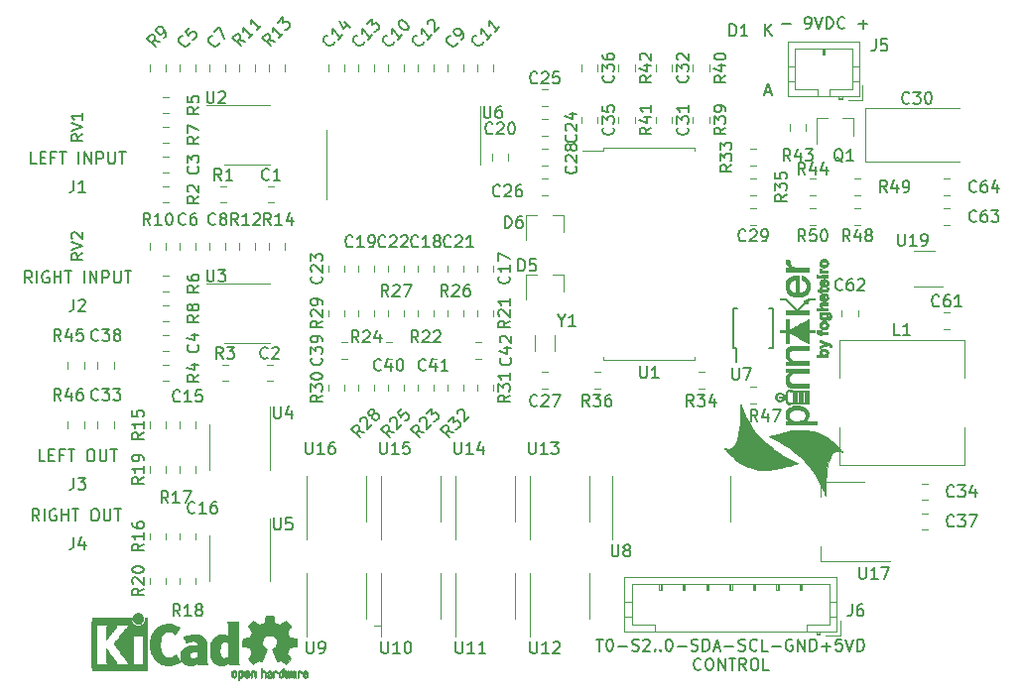
<source format=gto>
G04 #@! TF.GenerationSoftware,KiCad,Pcbnew,5.1.5+dfsg1-2build2*
G04 #@! TF.CreationDate,2020-07-01T20:14:48+02:00*
G04 #@! TF.ProjectId,spinnaker,7370696e-6e61-46b6-9572-2e6b69636164,rev?*
G04 #@! TF.SameCoordinates,Original*
G04 #@! TF.FileFunction,Legend,Top*
G04 #@! TF.FilePolarity,Positive*
%FSLAX46Y46*%
G04 Gerber Fmt 4.6, Leading zero omitted, Abs format (unit mm)*
G04 Created by KiCad (PCBNEW 5.1.5+dfsg1-2build2) date 2020-07-01 20:14:48*
%MOMM*%
%LPD*%
G04 APERTURE LIST*
%ADD10C,0.150000*%
%ADD11C,0.120000*%
%ADD12C,0.010000*%
G04 APERTURE END LIST*
D10*
X106077142Y-103449380D02*
X105743809Y-102973190D01*
X105505714Y-103449380D02*
X105505714Y-102449380D01*
X105886666Y-102449380D01*
X105981904Y-102497000D01*
X106029523Y-102544619D01*
X106077142Y-102639857D01*
X106077142Y-102782714D01*
X106029523Y-102877952D01*
X105981904Y-102925571D01*
X105886666Y-102973190D01*
X105505714Y-102973190D01*
X106505714Y-103449380D02*
X106505714Y-102449380D01*
X107505714Y-102497000D02*
X107410476Y-102449380D01*
X107267619Y-102449380D01*
X107124761Y-102497000D01*
X107029523Y-102592238D01*
X106981904Y-102687476D01*
X106934285Y-102877952D01*
X106934285Y-103020809D01*
X106981904Y-103211285D01*
X107029523Y-103306523D01*
X107124761Y-103401761D01*
X107267619Y-103449380D01*
X107362857Y-103449380D01*
X107505714Y-103401761D01*
X107553333Y-103354142D01*
X107553333Y-103020809D01*
X107362857Y-103020809D01*
X107981904Y-103449380D02*
X107981904Y-102449380D01*
X107981904Y-102925571D02*
X108553333Y-102925571D01*
X108553333Y-103449380D02*
X108553333Y-102449380D01*
X108886666Y-102449380D02*
X109458095Y-102449380D01*
X109172380Y-103449380D02*
X109172380Y-102449380D01*
X110743809Y-102449380D02*
X110934285Y-102449380D01*
X111029523Y-102497000D01*
X111124761Y-102592238D01*
X111172380Y-102782714D01*
X111172380Y-103116047D01*
X111124761Y-103306523D01*
X111029523Y-103401761D01*
X110934285Y-103449380D01*
X110743809Y-103449380D01*
X110648571Y-103401761D01*
X110553333Y-103306523D01*
X110505714Y-103116047D01*
X110505714Y-102782714D01*
X110553333Y-102592238D01*
X110648571Y-102497000D01*
X110743809Y-102449380D01*
X111600952Y-102449380D02*
X111600952Y-103258904D01*
X111648571Y-103354142D01*
X111696190Y-103401761D01*
X111791428Y-103449380D01*
X111981904Y-103449380D01*
X112077142Y-103401761D01*
X112124761Y-103354142D01*
X112172380Y-103258904D01*
X112172380Y-102449380D01*
X112505714Y-102449380D02*
X113077142Y-102449380D01*
X112791428Y-103449380D02*
X112791428Y-102449380D01*
X106585095Y-98369380D02*
X106108904Y-98369380D01*
X106108904Y-97369380D01*
X106918428Y-97845571D02*
X107251761Y-97845571D01*
X107394619Y-98369380D02*
X106918428Y-98369380D01*
X106918428Y-97369380D01*
X107394619Y-97369380D01*
X108156523Y-97845571D02*
X107823190Y-97845571D01*
X107823190Y-98369380D02*
X107823190Y-97369380D01*
X108299380Y-97369380D01*
X108537476Y-97369380D02*
X109108904Y-97369380D01*
X108823190Y-98369380D02*
X108823190Y-97369380D01*
X110394619Y-97369380D02*
X110585095Y-97369380D01*
X110680333Y-97417000D01*
X110775571Y-97512238D01*
X110823190Y-97702714D01*
X110823190Y-98036047D01*
X110775571Y-98226523D01*
X110680333Y-98321761D01*
X110585095Y-98369380D01*
X110394619Y-98369380D01*
X110299380Y-98321761D01*
X110204142Y-98226523D01*
X110156523Y-98036047D01*
X110156523Y-97702714D01*
X110204142Y-97512238D01*
X110299380Y-97417000D01*
X110394619Y-97369380D01*
X111251761Y-97369380D02*
X111251761Y-98178904D01*
X111299380Y-98274142D01*
X111347000Y-98321761D01*
X111442238Y-98369380D01*
X111632714Y-98369380D01*
X111727952Y-98321761D01*
X111775571Y-98274142D01*
X111823190Y-98178904D01*
X111823190Y-97369380D01*
X112156523Y-97369380D02*
X112727952Y-97369380D01*
X112442238Y-98369380D02*
X112442238Y-97369380D01*
X105466047Y-83129380D02*
X105132714Y-82653190D01*
X104894619Y-83129380D02*
X104894619Y-82129380D01*
X105275571Y-82129380D01*
X105370809Y-82177000D01*
X105418428Y-82224619D01*
X105466047Y-82319857D01*
X105466047Y-82462714D01*
X105418428Y-82557952D01*
X105370809Y-82605571D01*
X105275571Y-82653190D01*
X104894619Y-82653190D01*
X105894619Y-83129380D02*
X105894619Y-82129380D01*
X106894619Y-82177000D02*
X106799380Y-82129380D01*
X106656523Y-82129380D01*
X106513666Y-82177000D01*
X106418428Y-82272238D01*
X106370809Y-82367476D01*
X106323190Y-82557952D01*
X106323190Y-82700809D01*
X106370809Y-82891285D01*
X106418428Y-82986523D01*
X106513666Y-83081761D01*
X106656523Y-83129380D01*
X106751761Y-83129380D01*
X106894619Y-83081761D01*
X106942238Y-83034142D01*
X106942238Y-82700809D01*
X106751761Y-82700809D01*
X107370809Y-83129380D02*
X107370809Y-82129380D01*
X107370809Y-82605571D02*
X107942238Y-82605571D01*
X107942238Y-83129380D02*
X107942238Y-82129380D01*
X108275571Y-82129380D02*
X108847000Y-82129380D01*
X108561285Y-83129380D02*
X108561285Y-82129380D01*
X109942238Y-83129380D02*
X109942238Y-82129380D01*
X110418428Y-83129380D02*
X110418428Y-82129380D01*
X110989857Y-83129380D01*
X110989857Y-82129380D01*
X111466047Y-83129380D02*
X111466047Y-82129380D01*
X111847000Y-82129380D01*
X111942238Y-82177000D01*
X111989857Y-82224619D01*
X112037476Y-82319857D01*
X112037476Y-82462714D01*
X111989857Y-82557952D01*
X111942238Y-82605571D01*
X111847000Y-82653190D01*
X111466047Y-82653190D01*
X112466047Y-82129380D02*
X112466047Y-82938904D01*
X112513666Y-83034142D01*
X112561285Y-83081761D01*
X112656523Y-83129380D01*
X112847000Y-83129380D01*
X112942238Y-83081761D01*
X112989857Y-83034142D01*
X113037476Y-82938904D01*
X113037476Y-82129380D01*
X113370809Y-82129380D02*
X113942238Y-82129380D01*
X113656523Y-83129380D02*
X113656523Y-82129380D01*
X105847000Y-72969380D02*
X105370809Y-72969380D01*
X105370809Y-71969380D01*
X106180333Y-72445571D02*
X106513666Y-72445571D01*
X106656523Y-72969380D02*
X106180333Y-72969380D01*
X106180333Y-71969380D01*
X106656523Y-71969380D01*
X107418428Y-72445571D02*
X107085095Y-72445571D01*
X107085095Y-72969380D02*
X107085095Y-71969380D01*
X107561285Y-71969380D01*
X107799380Y-71969380D02*
X108370809Y-71969380D01*
X108085095Y-72969380D02*
X108085095Y-71969380D01*
X109466047Y-72969380D02*
X109466047Y-71969380D01*
X109942238Y-72969380D02*
X109942238Y-71969380D01*
X110513666Y-72969380D01*
X110513666Y-71969380D01*
X110989857Y-72969380D02*
X110989857Y-71969380D01*
X111370809Y-71969380D01*
X111466047Y-72017000D01*
X111513666Y-72064619D01*
X111561285Y-72159857D01*
X111561285Y-72302714D01*
X111513666Y-72397952D01*
X111466047Y-72445571D01*
X111370809Y-72493190D01*
X110989857Y-72493190D01*
X111989857Y-71969380D02*
X111989857Y-72778904D01*
X112037476Y-72874142D01*
X112085095Y-72921761D01*
X112180333Y-72969380D01*
X112370809Y-72969380D01*
X112466047Y-72921761D01*
X112513666Y-72874142D01*
X112561285Y-72778904D01*
X112561285Y-71969380D01*
X112894619Y-71969380D02*
X113466047Y-71969380D01*
X113180333Y-72969380D02*
X113180333Y-71969380D01*
X153623809Y-113562380D02*
X154195238Y-113562380D01*
X153909523Y-114562380D02*
X153909523Y-113562380D01*
X154719047Y-113562380D02*
X154814285Y-113562380D01*
X154909523Y-113610000D01*
X154957142Y-113657619D01*
X155004761Y-113752857D01*
X155052380Y-113943333D01*
X155052380Y-114181428D01*
X155004761Y-114371904D01*
X154957142Y-114467142D01*
X154909523Y-114514761D01*
X154814285Y-114562380D01*
X154719047Y-114562380D01*
X154623809Y-114514761D01*
X154576190Y-114467142D01*
X154528571Y-114371904D01*
X154480952Y-114181428D01*
X154480952Y-113943333D01*
X154528571Y-113752857D01*
X154576190Y-113657619D01*
X154623809Y-113610000D01*
X154719047Y-113562380D01*
X155480952Y-114181428D02*
X156242857Y-114181428D01*
X156671428Y-114514761D02*
X156814285Y-114562380D01*
X157052380Y-114562380D01*
X157147619Y-114514761D01*
X157195238Y-114467142D01*
X157242857Y-114371904D01*
X157242857Y-114276666D01*
X157195238Y-114181428D01*
X157147619Y-114133809D01*
X157052380Y-114086190D01*
X156861904Y-114038571D01*
X156766666Y-113990952D01*
X156719047Y-113943333D01*
X156671428Y-113848095D01*
X156671428Y-113752857D01*
X156719047Y-113657619D01*
X156766666Y-113610000D01*
X156861904Y-113562380D01*
X157100000Y-113562380D01*
X157242857Y-113610000D01*
X157623809Y-113657619D02*
X157671428Y-113610000D01*
X157766666Y-113562380D01*
X158004761Y-113562380D01*
X158100000Y-113610000D01*
X158147619Y-113657619D01*
X158195238Y-113752857D01*
X158195238Y-113848095D01*
X158147619Y-113990952D01*
X157576190Y-114562380D01*
X158195238Y-114562380D01*
X158623809Y-114467142D02*
X158671428Y-114514761D01*
X158623809Y-114562380D01*
X158576190Y-114514761D01*
X158623809Y-114467142D01*
X158623809Y-114562380D01*
X159100000Y-114467142D02*
X159147619Y-114514761D01*
X159100000Y-114562380D01*
X159052380Y-114514761D01*
X159100000Y-114467142D01*
X159100000Y-114562380D01*
X159766666Y-113562380D02*
X159861904Y-113562380D01*
X159957142Y-113610000D01*
X160004761Y-113657619D01*
X160052380Y-113752857D01*
X160100000Y-113943333D01*
X160100000Y-114181428D01*
X160052380Y-114371904D01*
X160004761Y-114467142D01*
X159957142Y-114514761D01*
X159861904Y-114562380D01*
X159766666Y-114562380D01*
X159671428Y-114514761D01*
X159623809Y-114467142D01*
X159576190Y-114371904D01*
X159528571Y-114181428D01*
X159528571Y-113943333D01*
X159576190Y-113752857D01*
X159623809Y-113657619D01*
X159671428Y-113610000D01*
X159766666Y-113562380D01*
X160528571Y-114181428D02*
X161290476Y-114181428D01*
X161719047Y-114514761D02*
X161861904Y-114562380D01*
X162100000Y-114562380D01*
X162195238Y-114514761D01*
X162242857Y-114467142D01*
X162290476Y-114371904D01*
X162290476Y-114276666D01*
X162242857Y-114181428D01*
X162195238Y-114133809D01*
X162100000Y-114086190D01*
X161909523Y-114038571D01*
X161814285Y-113990952D01*
X161766666Y-113943333D01*
X161719047Y-113848095D01*
X161719047Y-113752857D01*
X161766666Y-113657619D01*
X161814285Y-113610000D01*
X161909523Y-113562380D01*
X162147619Y-113562380D01*
X162290476Y-113610000D01*
X162719047Y-114562380D02*
X162719047Y-113562380D01*
X162957142Y-113562380D01*
X163100000Y-113610000D01*
X163195238Y-113705238D01*
X163242857Y-113800476D01*
X163290476Y-113990952D01*
X163290476Y-114133809D01*
X163242857Y-114324285D01*
X163195238Y-114419523D01*
X163100000Y-114514761D01*
X162957142Y-114562380D01*
X162719047Y-114562380D01*
X163671428Y-114276666D02*
X164147619Y-114276666D01*
X163576190Y-114562380D02*
X163909523Y-113562380D01*
X164242857Y-114562380D01*
X164576190Y-114181428D02*
X165338095Y-114181428D01*
X165766666Y-114514761D02*
X165909523Y-114562380D01*
X166147619Y-114562380D01*
X166242857Y-114514761D01*
X166290476Y-114467142D01*
X166338095Y-114371904D01*
X166338095Y-114276666D01*
X166290476Y-114181428D01*
X166242857Y-114133809D01*
X166147619Y-114086190D01*
X165957142Y-114038571D01*
X165861904Y-113990952D01*
X165814285Y-113943333D01*
X165766666Y-113848095D01*
X165766666Y-113752857D01*
X165814285Y-113657619D01*
X165861904Y-113610000D01*
X165957142Y-113562380D01*
X166195238Y-113562380D01*
X166338095Y-113610000D01*
X167338095Y-114467142D02*
X167290476Y-114514761D01*
X167147619Y-114562380D01*
X167052380Y-114562380D01*
X166909523Y-114514761D01*
X166814285Y-114419523D01*
X166766666Y-114324285D01*
X166719047Y-114133809D01*
X166719047Y-113990952D01*
X166766666Y-113800476D01*
X166814285Y-113705238D01*
X166909523Y-113610000D01*
X167052380Y-113562380D01*
X167147619Y-113562380D01*
X167290476Y-113610000D01*
X167338095Y-113657619D01*
X168242857Y-114562380D02*
X167766666Y-114562380D01*
X167766666Y-113562380D01*
X168576190Y-114181428D02*
X169338095Y-114181428D01*
X170338095Y-113610000D02*
X170242857Y-113562380D01*
X170100000Y-113562380D01*
X169957142Y-113610000D01*
X169861904Y-113705238D01*
X169814285Y-113800476D01*
X169766666Y-113990952D01*
X169766666Y-114133809D01*
X169814285Y-114324285D01*
X169861904Y-114419523D01*
X169957142Y-114514761D01*
X170100000Y-114562380D01*
X170195238Y-114562380D01*
X170338095Y-114514761D01*
X170385714Y-114467142D01*
X170385714Y-114133809D01*
X170195238Y-114133809D01*
X170814285Y-114562380D02*
X170814285Y-113562380D01*
X171385714Y-114562380D01*
X171385714Y-113562380D01*
X171861904Y-114562380D02*
X171861904Y-113562380D01*
X172100000Y-113562380D01*
X172242857Y-113610000D01*
X172338095Y-113705238D01*
X172385714Y-113800476D01*
X172433333Y-113990952D01*
X172433333Y-114133809D01*
X172385714Y-114324285D01*
X172338095Y-114419523D01*
X172242857Y-114514761D01*
X172100000Y-114562380D01*
X171861904Y-114562380D01*
X172861904Y-114181428D02*
X173623809Y-114181428D01*
X173242857Y-114562380D02*
X173242857Y-113800476D01*
X174576190Y-113562380D02*
X174100000Y-113562380D01*
X174052380Y-114038571D01*
X174100000Y-113990952D01*
X174195238Y-113943333D01*
X174433333Y-113943333D01*
X174528571Y-113990952D01*
X174576190Y-114038571D01*
X174623809Y-114133809D01*
X174623809Y-114371904D01*
X174576190Y-114467142D01*
X174528571Y-114514761D01*
X174433333Y-114562380D01*
X174195238Y-114562380D01*
X174100000Y-114514761D01*
X174052380Y-114467142D01*
X174909523Y-113562380D02*
X175242857Y-114562380D01*
X175576190Y-113562380D01*
X175909523Y-114562380D02*
X175909523Y-113562380D01*
X176147619Y-113562380D01*
X176290476Y-113610000D01*
X176385714Y-113705238D01*
X176433333Y-113800476D01*
X176480952Y-113990952D01*
X176480952Y-114133809D01*
X176433333Y-114324285D01*
X176385714Y-114419523D01*
X176290476Y-114514761D01*
X176147619Y-114562380D01*
X175909523Y-114562380D01*
X162552380Y-116117142D02*
X162504761Y-116164761D01*
X162361904Y-116212380D01*
X162266666Y-116212380D01*
X162123809Y-116164761D01*
X162028571Y-116069523D01*
X161980952Y-115974285D01*
X161933333Y-115783809D01*
X161933333Y-115640952D01*
X161980952Y-115450476D01*
X162028571Y-115355238D01*
X162123809Y-115260000D01*
X162266666Y-115212380D01*
X162361904Y-115212380D01*
X162504761Y-115260000D01*
X162552380Y-115307619D01*
X163171428Y-115212380D02*
X163361904Y-115212380D01*
X163457142Y-115260000D01*
X163552380Y-115355238D01*
X163600000Y-115545714D01*
X163600000Y-115879047D01*
X163552380Y-116069523D01*
X163457142Y-116164761D01*
X163361904Y-116212380D01*
X163171428Y-116212380D01*
X163076190Y-116164761D01*
X162980952Y-116069523D01*
X162933333Y-115879047D01*
X162933333Y-115545714D01*
X162980952Y-115355238D01*
X163076190Y-115260000D01*
X163171428Y-115212380D01*
X164028571Y-116212380D02*
X164028571Y-115212380D01*
X164600000Y-116212380D01*
X164600000Y-115212380D01*
X164933333Y-115212380D02*
X165504761Y-115212380D01*
X165219047Y-116212380D02*
X165219047Y-115212380D01*
X166409523Y-116212380D02*
X166076190Y-115736190D01*
X165838095Y-116212380D02*
X165838095Y-115212380D01*
X166219047Y-115212380D01*
X166314285Y-115260000D01*
X166361904Y-115307619D01*
X166409523Y-115402857D01*
X166409523Y-115545714D01*
X166361904Y-115640952D01*
X166314285Y-115688571D01*
X166219047Y-115736190D01*
X165838095Y-115736190D01*
X167028571Y-115212380D02*
X167219047Y-115212380D01*
X167314285Y-115260000D01*
X167409523Y-115355238D01*
X167457142Y-115545714D01*
X167457142Y-115879047D01*
X167409523Y-116069523D01*
X167314285Y-116164761D01*
X167219047Y-116212380D01*
X167028571Y-116212380D01*
X166933333Y-116164761D01*
X166838095Y-116069523D01*
X166790476Y-115879047D01*
X166790476Y-115545714D01*
X166838095Y-115355238D01*
X166933333Y-115260000D01*
X167028571Y-115212380D01*
X168361904Y-116212380D02*
X167885714Y-116212380D01*
X167885714Y-115212380D01*
X169434333Y-61031428D02*
X170196238Y-61031428D01*
X171481952Y-61412380D02*
X171672428Y-61412380D01*
X171767666Y-61364761D01*
X171815285Y-61317142D01*
X171910523Y-61174285D01*
X171958142Y-60983809D01*
X171958142Y-60602857D01*
X171910523Y-60507619D01*
X171862904Y-60460000D01*
X171767666Y-60412380D01*
X171577190Y-60412380D01*
X171481952Y-60460000D01*
X171434333Y-60507619D01*
X171386714Y-60602857D01*
X171386714Y-60840952D01*
X171434333Y-60936190D01*
X171481952Y-60983809D01*
X171577190Y-61031428D01*
X171767666Y-61031428D01*
X171862904Y-60983809D01*
X171910523Y-60936190D01*
X171958142Y-60840952D01*
X172243857Y-60412380D02*
X172577190Y-61412380D01*
X172910523Y-60412380D01*
X173243857Y-61412380D02*
X173243857Y-60412380D01*
X173481952Y-60412380D01*
X173624809Y-60460000D01*
X173720047Y-60555238D01*
X173767666Y-60650476D01*
X173815285Y-60840952D01*
X173815285Y-60983809D01*
X173767666Y-61174285D01*
X173720047Y-61269523D01*
X173624809Y-61364761D01*
X173481952Y-61412380D01*
X173243857Y-61412380D01*
X174815285Y-61317142D02*
X174767666Y-61364761D01*
X174624809Y-61412380D01*
X174529571Y-61412380D01*
X174386714Y-61364761D01*
X174291476Y-61269523D01*
X174243857Y-61174285D01*
X174196238Y-60983809D01*
X174196238Y-60840952D01*
X174243857Y-60650476D01*
X174291476Y-60555238D01*
X174386714Y-60460000D01*
X174529571Y-60412380D01*
X174624809Y-60412380D01*
X174767666Y-60460000D01*
X174815285Y-60507619D01*
X176005761Y-61031428D02*
X176767666Y-61031428D01*
X176386714Y-61412380D02*
X176386714Y-60650476D01*
X168036904Y-66841666D02*
X168513095Y-66841666D01*
X167941666Y-67127380D02*
X168275000Y-66127380D01*
X168608333Y-67127380D01*
X168013095Y-62047380D02*
X168013095Y-61047380D01*
X168584523Y-62047380D02*
X168155952Y-61475952D01*
X168584523Y-61047380D02*
X168013095Y-61618809D01*
D11*
X134620000Y-112395000D02*
X135255000Y-112395000D01*
X154255000Y-71830000D02*
X152440000Y-71830000D01*
X154255000Y-71585000D02*
X154255000Y-71830000D01*
X158115000Y-71585000D02*
X154255000Y-71585000D01*
X161975000Y-71585000D02*
X161975000Y-71830000D01*
X158115000Y-71585000D02*
X161975000Y-71585000D01*
X154255000Y-89705000D02*
X154255000Y-89460000D01*
X158115000Y-89705000D02*
X154255000Y-89705000D01*
X161975000Y-89705000D02*
X161975000Y-89460000D01*
X158115000Y-89705000D02*
X161975000Y-89705000D01*
X134005000Y-109855000D02*
X134005000Y-107905000D01*
X134005000Y-109855000D02*
X134005000Y-111805000D01*
X128885000Y-109855000D02*
X128885000Y-107905000D01*
X128885000Y-109855000D02*
X128885000Y-113305000D01*
D12*
G36*
X164518134Y-97223529D02*
G01*
X164528067Y-97217564D01*
X164544981Y-97219468D01*
X164573394Y-97230212D01*
X164595247Y-97240096D01*
X164698871Y-97278779D01*
X164804761Y-97300385D01*
X164909037Y-97304538D01*
X165007818Y-97290864D01*
X165037264Y-97282777D01*
X165133913Y-97241702D01*
X165225559Y-97180303D01*
X165312080Y-97098856D01*
X165393356Y-96997632D01*
X165469263Y-96876905D01*
X165539682Y-96736949D01*
X165604489Y-96578036D01*
X165663563Y-96400440D01*
X165716784Y-96204435D01*
X165764029Y-95990293D01*
X165805176Y-95758288D01*
X165840104Y-95508693D01*
X165845129Y-95466958D01*
X165863874Y-95294674D01*
X165879562Y-95120812D01*
X165892344Y-94942372D01*
X165902368Y-94756352D01*
X165909784Y-94559753D01*
X165914741Y-94349573D01*
X165917388Y-94122812D01*
X165917889Y-94003812D01*
X165918171Y-93888813D01*
X165918559Y-93793213D01*
X165919120Y-93715249D01*
X165919918Y-93653153D01*
X165921019Y-93605160D01*
X165922490Y-93569503D01*
X165924396Y-93544417D01*
X165926803Y-93528136D01*
X165929777Y-93518893D01*
X165933383Y-93514923D01*
X165936127Y-93514333D01*
X165950192Y-93523763D01*
X165964630Y-93552749D01*
X165972273Y-93575187D01*
X165991705Y-93634615D01*
X166017515Y-93708867D01*
X166047941Y-93793228D01*
X166081221Y-93882982D01*
X166115594Y-93973416D01*
X166149298Y-94059813D01*
X166180571Y-94137459D01*
X166197452Y-94177922D01*
X166359647Y-94533222D01*
X166540302Y-94878266D01*
X166739438Y-95213079D01*
X166957072Y-95537683D01*
X167193223Y-95852102D01*
X167447911Y-96156360D01*
X167721155Y-96450480D01*
X168012972Y-96734486D01*
X168323383Y-97008401D01*
X168652405Y-97272250D01*
X168720675Y-97323986D01*
X168930304Y-97477466D01*
X169139872Y-97622798D01*
X169352659Y-97761983D01*
X169571943Y-97897020D01*
X169801006Y-98029909D01*
X170043127Y-98162652D01*
X170301586Y-98297247D01*
X170389490Y-98341643D01*
X170473536Y-98384009D01*
X170551075Y-98423513D01*
X170620196Y-98459149D01*
X170678986Y-98489914D01*
X170725535Y-98514801D01*
X170757931Y-98532807D01*
X170774263Y-98542925D01*
X170775781Y-98544730D01*
X170764017Y-98548718D01*
X170734204Y-98557818D01*
X170688653Y-98571354D01*
X170629676Y-98588648D01*
X170559582Y-98609023D01*
X170480682Y-98631801D01*
X170395287Y-98656306D01*
X170391667Y-98657341D01*
X170115280Y-98734631D01*
X169856174Y-98803349D01*
X169612459Y-98863901D01*
X169382248Y-98916691D01*
X169163651Y-98962126D01*
X168954780Y-99000610D01*
X168753746Y-99032547D01*
X168558660Y-99058344D01*
X168481375Y-99067088D01*
X168398852Y-99074208D01*
X168301154Y-99079733D01*
X168192366Y-99083660D01*
X168076570Y-99085990D01*
X167957850Y-99086720D01*
X167840291Y-99085851D01*
X167727977Y-99083381D01*
X167624990Y-99079310D01*
X167535415Y-99073637D01*
X167470667Y-99067287D01*
X167186728Y-99022689D01*
X166913297Y-98959718D01*
X166650367Y-98878372D01*
X166479893Y-98813515D01*
X166232395Y-98701063D01*
X165988422Y-98568261D01*
X165747856Y-98415016D01*
X165510577Y-98241235D01*
X165276466Y-98046825D01*
X165045405Y-97831695D01*
X164817275Y-97595752D01*
X164603238Y-97352338D01*
X164563433Y-97304119D01*
X164536620Y-97269182D01*
X164521347Y-97245330D01*
X164516165Y-97230368D01*
X164518134Y-97223529D01*
G37*
X164518134Y-97223529D02*
X164528067Y-97217564D01*
X164544981Y-97219468D01*
X164573394Y-97230212D01*
X164595247Y-97240096D01*
X164698871Y-97278779D01*
X164804761Y-97300385D01*
X164909037Y-97304538D01*
X165007818Y-97290864D01*
X165037264Y-97282777D01*
X165133913Y-97241702D01*
X165225559Y-97180303D01*
X165312080Y-97098856D01*
X165393356Y-96997632D01*
X165469263Y-96876905D01*
X165539682Y-96736949D01*
X165604489Y-96578036D01*
X165663563Y-96400440D01*
X165716784Y-96204435D01*
X165764029Y-95990293D01*
X165805176Y-95758288D01*
X165840104Y-95508693D01*
X165845129Y-95466958D01*
X165863874Y-95294674D01*
X165879562Y-95120812D01*
X165892344Y-94942372D01*
X165902368Y-94756352D01*
X165909784Y-94559753D01*
X165914741Y-94349573D01*
X165917388Y-94122812D01*
X165917889Y-94003812D01*
X165918171Y-93888813D01*
X165918559Y-93793213D01*
X165919120Y-93715249D01*
X165919918Y-93653153D01*
X165921019Y-93605160D01*
X165922490Y-93569503D01*
X165924396Y-93544417D01*
X165926803Y-93528136D01*
X165929777Y-93518893D01*
X165933383Y-93514923D01*
X165936127Y-93514333D01*
X165950192Y-93523763D01*
X165964630Y-93552749D01*
X165972273Y-93575187D01*
X165991705Y-93634615D01*
X166017515Y-93708867D01*
X166047941Y-93793228D01*
X166081221Y-93882982D01*
X166115594Y-93973416D01*
X166149298Y-94059813D01*
X166180571Y-94137459D01*
X166197452Y-94177922D01*
X166359647Y-94533222D01*
X166540302Y-94878266D01*
X166739438Y-95213079D01*
X166957072Y-95537683D01*
X167193223Y-95852102D01*
X167447911Y-96156360D01*
X167721155Y-96450480D01*
X168012972Y-96734486D01*
X168323383Y-97008401D01*
X168652405Y-97272250D01*
X168720675Y-97323986D01*
X168930304Y-97477466D01*
X169139872Y-97622798D01*
X169352659Y-97761983D01*
X169571943Y-97897020D01*
X169801006Y-98029909D01*
X170043127Y-98162652D01*
X170301586Y-98297247D01*
X170389490Y-98341643D01*
X170473536Y-98384009D01*
X170551075Y-98423513D01*
X170620196Y-98459149D01*
X170678986Y-98489914D01*
X170725535Y-98514801D01*
X170757931Y-98532807D01*
X170774263Y-98542925D01*
X170775781Y-98544730D01*
X170764017Y-98548718D01*
X170734204Y-98557818D01*
X170688653Y-98571354D01*
X170629676Y-98588648D01*
X170559582Y-98609023D01*
X170480682Y-98631801D01*
X170395287Y-98656306D01*
X170391667Y-98657341D01*
X170115280Y-98734631D01*
X169856174Y-98803349D01*
X169612459Y-98863901D01*
X169382248Y-98916691D01*
X169163651Y-98962126D01*
X168954780Y-99000610D01*
X168753746Y-99032547D01*
X168558660Y-99058344D01*
X168481375Y-99067088D01*
X168398852Y-99074208D01*
X168301154Y-99079733D01*
X168192366Y-99083660D01*
X168076570Y-99085990D01*
X167957850Y-99086720D01*
X167840291Y-99085851D01*
X167727977Y-99083381D01*
X167624990Y-99079310D01*
X167535415Y-99073637D01*
X167470667Y-99067287D01*
X167186728Y-99022689D01*
X166913297Y-98959718D01*
X166650367Y-98878372D01*
X166479893Y-98813515D01*
X166232395Y-98701063D01*
X165988422Y-98568261D01*
X165747856Y-98415016D01*
X165510577Y-98241235D01*
X165276466Y-98046825D01*
X165045405Y-97831695D01*
X164817275Y-97595752D01*
X164603238Y-97352338D01*
X164563433Y-97304119D01*
X164536620Y-97269182D01*
X164521347Y-97245330D01*
X164516165Y-97230368D01*
X164518134Y-97223529D01*
G36*
X169762499Y-89159291D02*
G01*
X169762910Y-89091639D01*
X169764074Y-89040556D01*
X169766491Y-89001450D01*
X169770663Y-88969724D01*
X169777090Y-88940784D01*
X169786273Y-88910036D01*
X169791329Y-88894708D01*
X169835042Y-88792076D01*
X169891975Y-88704220D01*
X169961030Y-88632200D01*
X170041111Y-88577079D01*
X170131123Y-88539916D01*
X170167292Y-88530810D01*
X170189710Y-88528169D01*
X170230474Y-88525874D01*
X170289957Y-88523919D01*
X170368528Y-88522298D01*
X170466560Y-88521006D01*
X170584423Y-88520039D01*
X170722488Y-88519389D01*
X170881127Y-88519053D01*
X170984854Y-88519000D01*
X171746334Y-88519000D01*
X171746334Y-88847083D01*
X171039171Y-88847083D01*
X170892874Y-88847095D01*
X170766155Y-88847211D01*
X170657423Y-88847556D01*
X170565090Y-88848253D01*
X170487566Y-88849425D01*
X170423262Y-88851194D01*
X170370588Y-88853685D01*
X170327954Y-88857020D01*
X170293773Y-88861322D01*
X170266453Y-88866716D01*
X170244406Y-88873323D01*
X170226042Y-88881268D01*
X170209771Y-88890673D01*
X170194006Y-88901662D01*
X170177821Y-88913852D01*
X170116493Y-88973058D01*
X170071529Y-89045313D01*
X170042832Y-89130846D01*
X170030306Y-89229884D01*
X170029699Y-89264592D01*
X170039804Y-89372768D01*
X170068391Y-89470946D01*
X170114978Y-89558530D01*
X170179084Y-89634922D01*
X170260225Y-89699525D01*
X170357920Y-89751743D01*
X170449875Y-89784850D01*
X170465118Y-89788848D01*
X170482789Y-89792271D01*
X170504647Y-89795178D01*
X170532452Y-89797627D01*
X170567960Y-89799675D01*
X170612931Y-89801382D01*
X170669123Y-89802806D01*
X170738295Y-89804005D01*
X170822205Y-89805037D01*
X170922611Y-89805962D01*
X171041272Y-89806836D01*
X171129854Y-89807411D01*
X171746334Y-89811266D01*
X171746334Y-90138250D01*
X169809584Y-90138250D01*
X169809584Y-89842468D01*
X169968146Y-89839546D01*
X170126708Y-89836625D01*
X170047713Y-89775539D01*
X169952477Y-89690842D01*
X169876234Y-89598210D01*
X169817739Y-89495893D01*
X169781880Y-89402708D01*
X169774117Y-89373965D01*
X169768630Y-89342606D01*
X169765086Y-89304425D01*
X169763148Y-89255214D01*
X169762483Y-89190767D01*
X169762499Y-89159291D01*
G37*
X169762499Y-89159291D02*
X169762910Y-89091639D01*
X169764074Y-89040556D01*
X169766491Y-89001450D01*
X169770663Y-88969724D01*
X169777090Y-88940784D01*
X169786273Y-88910036D01*
X169791329Y-88894708D01*
X169835042Y-88792076D01*
X169891975Y-88704220D01*
X169961030Y-88632200D01*
X170041111Y-88577079D01*
X170131123Y-88539916D01*
X170167292Y-88530810D01*
X170189710Y-88528169D01*
X170230474Y-88525874D01*
X170289957Y-88523919D01*
X170368528Y-88522298D01*
X170466560Y-88521006D01*
X170584423Y-88520039D01*
X170722488Y-88519389D01*
X170881127Y-88519053D01*
X170984854Y-88519000D01*
X171746334Y-88519000D01*
X171746334Y-88847083D01*
X171039171Y-88847083D01*
X170892874Y-88847095D01*
X170766155Y-88847211D01*
X170657423Y-88847556D01*
X170565090Y-88848253D01*
X170487566Y-88849425D01*
X170423262Y-88851194D01*
X170370588Y-88853685D01*
X170327954Y-88857020D01*
X170293773Y-88861322D01*
X170266453Y-88866716D01*
X170244406Y-88873323D01*
X170226042Y-88881268D01*
X170209771Y-88890673D01*
X170194006Y-88901662D01*
X170177821Y-88913852D01*
X170116493Y-88973058D01*
X170071529Y-89045313D01*
X170042832Y-89130846D01*
X170030306Y-89229884D01*
X170029699Y-89264592D01*
X170039804Y-89372768D01*
X170068391Y-89470946D01*
X170114978Y-89558530D01*
X170179084Y-89634922D01*
X170260225Y-89699525D01*
X170357920Y-89751743D01*
X170449875Y-89784850D01*
X170465118Y-89788848D01*
X170482789Y-89792271D01*
X170504647Y-89795178D01*
X170532452Y-89797627D01*
X170567960Y-89799675D01*
X170612931Y-89801382D01*
X170669123Y-89802806D01*
X170738295Y-89804005D01*
X170822205Y-89805037D01*
X170922611Y-89805962D01*
X171041272Y-89806836D01*
X171129854Y-89807411D01*
X171746334Y-89811266D01*
X171746334Y-90138250D01*
X169809584Y-90138250D01*
X169809584Y-89842468D01*
X169968146Y-89839546D01*
X170126708Y-89836625D01*
X170047713Y-89775539D01*
X169952477Y-89690842D01*
X169876234Y-89598210D01*
X169817739Y-89495893D01*
X169781880Y-89402708D01*
X169774117Y-89373965D01*
X169768630Y-89342606D01*
X169765086Y-89304425D01*
X169763148Y-89255214D01*
X169762483Y-89190767D01*
X169762499Y-89159291D01*
G36*
X169763541Y-91349410D02*
G01*
X169767493Y-91280024D01*
X169775555Y-91221409D01*
X169788701Y-91168420D01*
X169807902Y-91115917D01*
X169833637Y-91059764D01*
X169858577Y-91018753D01*
X169896108Y-90969232D01*
X169942148Y-90915733D01*
X169992616Y-90862786D01*
X170043432Y-90814923D01*
X170084750Y-90780943D01*
X170121792Y-90753077D01*
X169809584Y-90752083D01*
X169809584Y-90445166D01*
X171746334Y-90445166D01*
X171746334Y-90773250D01*
X171211458Y-90773250D01*
X171092394Y-90773486D01*
X170980028Y-90774170D01*
X170876532Y-90775262D01*
X170784076Y-90776725D01*
X170704829Y-90778518D01*
X170640962Y-90780603D01*
X170594646Y-90782942D01*
X170574604Y-90784621D01*
X170456220Y-90806279D01*
X170349355Y-90843104D01*
X170255424Y-90894245D01*
X170175842Y-90958850D01*
X170112023Y-91036067D01*
X170087035Y-91078061D01*
X170058299Y-91143050D01*
X170040716Y-91210594D01*
X170033156Y-91286705D01*
X170033719Y-91361554D01*
X170042680Y-91448897D01*
X170062528Y-91521391D01*
X170095044Y-91583294D01*
X170142010Y-91638864D01*
X170154808Y-91650983D01*
X170173140Y-91667960D01*
X170189431Y-91682663D01*
X170205268Y-91695261D01*
X170222241Y-91705924D01*
X170241939Y-91714821D01*
X170265952Y-91722124D01*
X170295868Y-91728001D01*
X170333276Y-91732623D01*
X170379766Y-91736159D01*
X170436927Y-91738780D01*
X170506347Y-91740656D01*
X170589617Y-91741956D01*
X170688324Y-91742850D01*
X170804058Y-91743509D01*
X170938408Y-91744102D01*
X171029313Y-91744500D01*
X171746334Y-91747752D01*
X171746334Y-92064931D01*
X170944646Y-92062028D01*
X170142959Y-92059125D01*
X170072266Y-92025634D01*
X169985198Y-91972884D01*
X169910593Y-91903365D01*
X169849131Y-91817893D01*
X169801494Y-91717285D01*
X169791717Y-91689538D01*
X169780842Y-91654816D01*
X169773134Y-91623979D01*
X169768032Y-91592099D01*
X169764975Y-91554248D01*
X169763404Y-91505497D01*
X169762756Y-91440918D01*
X169762726Y-91434708D01*
X169763541Y-91349410D01*
G37*
X169763541Y-91349410D02*
X169767493Y-91280024D01*
X169775555Y-91221409D01*
X169788701Y-91168420D01*
X169807902Y-91115917D01*
X169833637Y-91059764D01*
X169858577Y-91018753D01*
X169896108Y-90969232D01*
X169942148Y-90915733D01*
X169992616Y-90862786D01*
X170043432Y-90814923D01*
X170084750Y-90780943D01*
X170121792Y-90753077D01*
X169809584Y-90752083D01*
X169809584Y-90445166D01*
X171746334Y-90445166D01*
X171746334Y-90773250D01*
X171211458Y-90773250D01*
X171092394Y-90773486D01*
X170980028Y-90774170D01*
X170876532Y-90775262D01*
X170784076Y-90776725D01*
X170704829Y-90778518D01*
X170640962Y-90780603D01*
X170594646Y-90782942D01*
X170574604Y-90784621D01*
X170456220Y-90806279D01*
X170349355Y-90843104D01*
X170255424Y-90894245D01*
X170175842Y-90958850D01*
X170112023Y-91036067D01*
X170087035Y-91078061D01*
X170058299Y-91143050D01*
X170040716Y-91210594D01*
X170033156Y-91286705D01*
X170033719Y-91361554D01*
X170042680Y-91448897D01*
X170062528Y-91521391D01*
X170095044Y-91583294D01*
X170142010Y-91638864D01*
X170154808Y-91650983D01*
X170173140Y-91667960D01*
X170189431Y-91682663D01*
X170205268Y-91695261D01*
X170222241Y-91705924D01*
X170241939Y-91714821D01*
X170265952Y-91722124D01*
X170295868Y-91728001D01*
X170333276Y-91732623D01*
X170379766Y-91736159D01*
X170436927Y-91738780D01*
X170506347Y-91740656D01*
X170589617Y-91741956D01*
X170688324Y-91742850D01*
X170804058Y-91743509D01*
X170938408Y-91744102D01*
X171029313Y-91744500D01*
X171746334Y-91747752D01*
X171746334Y-92064931D01*
X170944646Y-92062028D01*
X170142959Y-92059125D01*
X170072266Y-92025634D01*
X169985198Y-91972884D01*
X169910593Y-91903365D01*
X169849131Y-91817893D01*
X169801494Y-91717285D01*
X169791717Y-91689538D01*
X169780842Y-91654816D01*
X169773134Y-91623979D01*
X169768032Y-91592099D01*
X169764975Y-91554248D01*
X169763404Y-91505497D01*
X169762756Y-91440918D01*
X169762726Y-91434708D01*
X169763541Y-91349410D01*
G36*
X168879112Y-92817976D02*
G01*
X168897484Y-92742149D01*
X168931229Y-92670666D01*
X168980231Y-92606095D01*
X169044374Y-92551007D01*
X169123542Y-92507972D01*
X169130390Y-92505179D01*
X169190215Y-92489794D01*
X169259994Y-92485098D01*
X169331469Y-92490995D01*
X169396382Y-92507386D01*
X169398967Y-92508350D01*
X169469432Y-92545534D01*
X169533360Y-92599222D01*
X169586612Y-92664888D01*
X169625045Y-92738006D01*
X169634651Y-92765944D01*
X169644449Y-92793975D01*
X169656647Y-92807514D01*
X169678368Y-92812701D01*
X169690064Y-92813719D01*
X169732368Y-92816897D01*
X169739314Y-92734344D01*
X169754059Y-92622728D01*
X169778128Y-92522303D01*
X169810665Y-92435420D01*
X169850813Y-92364429D01*
X169891525Y-92317181D01*
X169941819Y-92277762D01*
X169993165Y-92253100D01*
X170048952Y-92242837D01*
X170112571Y-92246618D01*
X170187411Y-92264084D01*
X170238209Y-92280665D01*
X170344042Y-92317957D01*
X171045188Y-92318187D01*
X171746334Y-92318416D01*
X171746334Y-92866986D01*
X171746201Y-92972789D01*
X171745821Y-93072146D01*
X171745219Y-93163055D01*
X171744421Y-93243515D01*
X171743450Y-93311522D01*
X171742334Y-93365075D01*
X171741098Y-93402173D01*
X171739766Y-93420813D01*
X171739278Y-93422611D01*
X171727758Y-93423815D01*
X171696832Y-93424954D01*
X171648264Y-93426011D01*
X171583815Y-93426969D01*
X171505246Y-93427808D01*
X171414319Y-93428513D01*
X171312797Y-93429066D01*
X171248917Y-93429287D01*
X171248917Y-93313250D01*
X171407667Y-93313250D01*
X171407667Y-92434833D01*
X171248917Y-92434833D01*
X171248917Y-93313250D01*
X171248917Y-93429287D01*
X171202441Y-93429449D01*
X171085012Y-93429644D01*
X171029194Y-93429666D01*
X170751500Y-93429666D01*
X170751500Y-93313250D01*
X170910250Y-93313250D01*
X170910250Y-92434833D01*
X170751500Y-92434833D01*
X170751500Y-93313250D01*
X170751500Y-93429666D01*
X170326166Y-93429666D01*
X170214113Y-93467954D01*
X170145007Y-93489111D01*
X170089272Y-93499736D01*
X170064598Y-93499841D01*
X170064598Y-93385054D01*
X170102658Y-93380568D01*
X170151772Y-93367615D01*
X170215692Y-93346078D01*
X170230072Y-93340914D01*
X170280803Y-93325542D01*
X170329902Y-93315711D01*
X170359718Y-93313250D01*
X170412834Y-93313250D01*
X170412834Y-92434833D01*
X170374075Y-92434833D01*
X170347663Y-92431461D01*
X170307649Y-92422375D01*
X170260313Y-92409123D01*
X170228554Y-92398994D01*
X170168890Y-92379206D01*
X170125254Y-92365763D01*
X170093683Y-92358051D01*
X170070212Y-92355462D01*
X170050878Y-92357385D01*
X170031718Y-92363208D01*
X170021652Y-92367116D01*
X169979394Y-92391462D01*
X169944145Y-92428868D01*
X169914913Y-92481208D01*
X169890706Y-92550357D01*
X169870533Y-92638191D01*
X169866491Y-92660470D01*
X169858802Y-92723081D01*
X169854593Y-92798236D01*
X169853720Y-92880196D01*
X169856041Y-92963220D01*
X169861412Y-93041568D01*
X169869690Y-93109501D01*
X169878834Y-93154500D01*
X169904976Y-93233896D01*
X169936742Y-93297631D01*
X169972866Y-93343253D01*
X169979212Y-93348916D01*
X170006627Y-93369109D01*
X170033838Y-93381195D01*
X170064598Y-93385054D01*
X170064598Y-93499841D01*
X170041983Y-93499938D01*
X169998211Y-93489822D01*
X169960644Y-93473476D01*
X169923931Y-93448716D01*
X169883640Y-93412343D01*
X169846530Y-93371216D01*
X169819363Y-93332191D01*
X169816944Y-93327689D01*
X169797289Y-93280322D01*
X169778218Y-93217749D01*
X169761242Y-93145910D01*
X169747870Y-93070746D01*
X169743640Y-93039187D01*
X169730851Y-92932250D01*
X169688197Y-92932395D01*
X169664251Y-92933302D01*
X169649711Y-92939006D01*
X169639667Y-92954298D01*
X169629207Y-92983965D01*
X169626457Y-92992600D01*
X169590354Y-93073462D01*
X169538614Y-93141147D01*
X169473150Y-93194309D01*
X169395877Y-93231601D01*
X169308708Y-93251678D01*
X169293111Y-93252588D01*
X169293111Y-93138297D01*
X169354867Y-93124342D01*
X169412822Y-93095560D01*
X169464152Y-93051315D01*
X169506031Y-92990970D01*
X169506301Y-92990458D01*
X169517722Y-92967484D01*
X169521984Y-92951523D01*
X169516504Y-92941299D01*
X169498699Y-92935534D01*
X169465988Y-92932952D01*
X169415787Y-92932274D01*
X169388605Y-92932250D01*
X169321195Y-92931199D01*
X169272187Y-92927438D01*
X169238889Y-92920050D01*
X169218614Y-92908123D01*
X169208672Y-92890741D01*
X169206334Y-92870266D01*
X169207844Y-92849958D01*
X169214374Y-92835415D01*
X169228917Y-92825688D01*
X169254468Y-92819826D01*
X169294022Y-92816877D01*
X169350574Y-92815891D01*
X169377784Y-92815833D01*
X169441814Y-92815059D01*
X169488303Y-92812797D01*
X169515999Y-92809142D01*
X169523834Y-92804910D01*
X169520017Y-92788387D01*
X169510714Y-92762714D01*
X169509562Y-92759931D01*
X169473431Y-92699265D01*
X169423496Y-92652020D01*
X169363260Y-92619430D01*
X169296222Y-92602727D01*
X169225884Y-92603143D01*
X169155748Y-92621912D01*
X169138971Y-92629462D01*
X169076655Y-92670717D01*
X169030860Y-92724856D01*
X169002312Y-92790671D01*
X168991737Y-92866958D01*
X168991692Y-92874378D01*
X169000955Y-92946363D01*
X169026192Y-93007983D01*
X169064578Y-93058601D01*
X169113288Y-93097578D01*
X169169496Y-93124278D01*
X169230379Y-93138063D01*
X169293111Y-93138297D01*
X169293111Y-93252588D01*
X169253456Y-93254904D01*
X169206019Y-93253667D01*
X169170316Y-93248745D01*
X169136970Y-93238046D01*
X169098180Y-93220253D01*
X169021887Y-93172326D01*
X168961661Y-93113326D01*
X168917387Y-93045821D01*
X168888947Y-92972381D01*
X168876228Y-92895576D01*
X168879112Y-92817976D01*
G37*
X168879112Y-92817976D02*
X168897484Y-92742149D01*
X168931229Y-92670666D01*
X168980231Y-92606095D01*
X169044374Y-92551007D01*
X169123542Y-92507972D01*
X169130390Y-92505179D01*
X169190215Y-92489794D01*
X169259994Y-92485098D01*
X169331469Y-92490995D01*
X169396382Y-92507386D01*
X169398967Y-92508350D01*
X169469432Y-92545534D01*
X169533360Y-92599222D01*
X169586612Y-92664888D01*
X169625045Y-92738006D01*
X169634651Y-92765944D01*
X169644449Y-92793975D01*
X169656647Y-92807514D01*
X169678368Y-92812701D01*
X169690064Y-92813719D01*
X169732368Y-92816897D01*
X169739314Y-92734344D01*
X169754059Y-92622728D01*
X169778128Y-92522303D01*
X169810665Y-92435420D01*
X169850813Y-92364429D01*
X169891525Y-92317181D01*
X169941819Y-92277762D01*
X169993165Y-92253100D01*
X170048952Y-92242837D01*
X170112571Y-92246618D01*
X170187411Y-92264084D01*
X170238209Y-92280665D01*
X170344042Y-92317957D01*
X171045188Y-92318187D01*
X171746334Y-92318416D01*
X171746334Y-92866986D01*
X171746201Y-92972789D01*
X171745821Y-93072146D01*
X171745219Y-93163055D01*
X171744421Y-93243515D01*
X171743450Y-93311522D01*
X171742334Y-93365075D01*
X171741098Y-93402173D01*
X171739766Y-93420813D01*
X171739278Y-93422611D01*
X171727758Y-93423815D01*
X171696832Y-93424954D01*
X171648264Y-93426011D01*
X171583815Y-93426969D01*
X171505246Y-93427808D01*
X171414319Y-93428513D01*
X171312797Y-93429066D01*
X171248917Y-93429287D01*
X171248917Y-93313250D01*
X171407667Y-93313250D01*
X171407667Y-92434833D01*
X171248917Y-92434833D01*
X171248917Y-93313250D01*
X171248917Y-93429287D01*
X171202441Y-93429449D01*
X171085012Y-93429644D01*
X171029194Y-93429666D01*
X170751500Y-93429666D01*
X170751500Y-93313250D01*
X170910250Y-93313250D01*
X170910250Y-92434833D01*
X170751500Y-92434833D01*
X170751500Y-93313250D01*
X170751500Y-93429666D01*
X170326166Y-93429666D01*
X170214113Y-93467954D01*
X170145007Y-93489111D01*
X170089272Y-93499736D01*
X170064598Y-93499841D01*
X170064598Y-93385054D01*
X170102658Y-93380568D01*
X170151772Y-93367615D01*
X170215692Y-93346078D01*
X170230072Y-93340914D01*
X170280803Y-93325542D01*
X170329902Y-93315711D01*
X170359718Y-93313250D01*
X170412834Y-93313250D01*
X170412834Y-92434833D01*
X170374075Y-92434833D01*
X170347663Y-92431461D01*
X170307649Y-92422375D01*
X170260313Y-92409123D01*
X170228554Y-92398994D01*
X170168890Y-92379206D01*
X170125254Y-92365763D01*
X170093683Y-92358051D01*
X170070212Y-92355462D01*
X170050878Y-92357385D01*
X170031718Y-92363208D01*
X170021652Y-92367116D01*
X169979394Y-92391462D01*
X169944145Y-92428868D01*
X169914913Y-92481208D01*
X169890706Y-92550357D01*
X169870533Y-92638191D01*
X169866491Y-92660470D01*
X169858802Y-92723081D01*
X169854593Y-92798236D01*
X169853720Y-92880196D01*
X169856041Y-92963220D01*
X169861412Y-93041568D01*
X169869690Y-93109501D01*
X169878834Y-93154500D01*
X169904976Y-93233896D01*
X169936742Y-93297631D01*
X169972866Y-93343253D01*
X169979212Y-93348916D01*
X170006627Y-93369109D01*
X170033838Y-93381195D01*
X170064598Y-93385054D01*
X170064598Y-93499841D01*
X170041983Y-93499938D01*
X169998211Y-93489822D01*
X169960644Y-93473476D01*
X169923931Y-93448716D01*
X169883640Y-93412343D01*
X169846530Y-93371216D01*
X169819363Y-93332191D01*
X169816944Y-93327689D01*
X169797289Y-93280322D01*
X169778218Y-93217749D01*
X169761242Y-93145910D01*
X169747870Y-93070746D01*
X169743640Y-93039187D01*
X169730851Y-92932250D01*
X169688197Y-92932395D01*
X169664251Y-92933302D01*
X169649711Y-92939006D01*
X169639667Y-92954298D01*
X169629207Y-92983965D01*
X169626457Y-92992600D01*
X169590354Y-93073462D01*
X169538614Y-93141147D01*
X169473150Y-93194309D01*
X169395877Y-93231601D01*
X169308708Y-93251678D01*
X169293111Y-93252588D01*
X169293111Y-93138297D01*
X169354867Y-93124342D01*
X169412822Y-93095560D01*
X169464152Y-93051315D01*
X169506031Y-92990970D01*
X169506301Y-92990458D01*
X169517722Y-92967484D01*
X169521984Y-92951523D01*
X169516504Y-92941299D01*
X169498699Y-92935534D01*
X169465988Y-92932952D01*
X169415787Y-92932274D01*
X169388605Y-92932250D01*
X169321195Y-92931199D01*
X169272187Y-92927438D01*
X169238889Y-92920050D01*
X169218614Y-92908123D01*
X169208672Y-92890741D01*
X169206334Y-92870266D01*
X169207844Y-92849958D01*
X169214374Y-92835415D01*
X169228917Y-92825688D01*
X169254468Y-92819826D01*
X169294022Y-92816877D01*
X169350574Y-92815891D01*
X169377784Y-92815833D01*
X169441814Y-92815059D01*
X169488303Y-92812797D01*
X169515999Y-92809142D01*
X169523834Y-92804910D01*
X169520017Y-92788387D01*
X169510714Y-92762714D01*
X169509562Y-92759931D01*
X169473431Y-92699265D01*
X169423496Y-92652020D01*
X169363260Y-92619430D01*
X169296222Y-92602727D01*
X169225884Y-92603143D01*
X169155748Y-92621912D01*
X169138971Y-92629462D01*
X169076655Y-92670717D01*
X169030860Y-92724856D01*
X169002312Y-92790671D01*
X168991737Y-92866958D01*
X168991692Y-92874378D01*
X169000955Y-92946363D01*
X169026192Y-93007983D01*
X169064578Y-93058601D01*
X169113288Y-93097578D01*
X169169496Y-93124278D01*
X169230379Y-93138063D01*
X169293111Y-93138297D01*
X169293111Y-93252588D01*
X169253456Y-93254904D01*
X169206019Y-93253667D01*
X169170316Y-93248745D01*
X169136970Y-93238046D01*
X169098180Y-93220253D01*
X169021887Y-93172326D01*
X168961661Y-93113326D01*
X168917387Y-93045821D01*
X168888947Y-92972381D01*
X168876228Y-92895576D01*
X168879112Y-92817976D01*
G36*
X169758068Y-81235413D02*
G01*
X169760622Y-81204205D01*
X169761015Y-81201931D01*
X169768209Y-81163583D01*
X170080161Y-81163583D01*
X170093670Y-81277354D01*
X170114131Y-81398500D01*
X170144890Y-81501797D01*
X170186452Y-81588163D01*
X170239324Y-81658514D01*
X170304010Y-81713768D01*
X170348773Y-81740091D01*
X170373868Y-81752672D01*
X170396928Y-81763442D01*
X170419776Y-81772559D01*
X170444236Y-81780180D01*
X170472130Y-81786463D01*
X170505281Y-81791568D01*
X170545514Y-81795652D01*
X170594650Y-81798872D01*
X170654513Y-81801389D01*
X170726927Y-81803359D01*
X170813715Y-81804941D01*
X170916699Y-81806293D01*
X171037703Y-81807573D01*
X171137792Y-81808547D01*
X171751625Y-81814458D01*
X171754548Y-81976080D01*
X171755298Y-82041731D01*
X171754701Y-82088751D01*
X171752597Y-82119646D01*
X171748829Y-82136917D01*
X171743965Y-82142852D01*
X171731615Y-82143579D01*
X171699616Y-82144215D01*
X171649486Y-82144759D01*
X171582742Y-82145205D01*
X171500902Y-82145550D01*
X171405483Y-82145790D01*
X171298003Y-82145922D01*
X171179978Y-82145941D01*
X171052928Y-82145844D01*
X170918369Y-82145627D01*
X170777818Y-82145287D01*
X170772667Y-82145272D01*
X169814875Y-82142541D01*
X169811940Y-81991993D01*
X169809006Y-81841444D01*
X169979177Y-81838534D01*
X170149349Y-81835625D01*
X170068952Y-81778148D01*
X169967991Y-81697151D01*
X169886305Y-81612517D01*
X169824339Y-81524901D01*
X169782537Y-81434954D01*
X169761346Y-81343332D01*
X169759564Y-81324068D01*
X169757682Y-81278221D01*
X169758068Y-81235413D01*
G37*
X169758068Y-81235413D02*
X169760622Y-81204205D01*
X169761015Y-81201931D01*
X169768209Y-81163583D01*
X170080161Y-81163583D01*
X170093670Y-81277354D01*
X170114131Y-81398500D01*
X170144890Y-81501797D01*
X170186452Y-81588163D01*
X170239324Y-81658514D01*
X170304010Y-81713768D01*
X170348773Y-81740091D01*
X170373868Y-81752672D01*
X170396928Y-81763442D01*
X170419776Y-81772559D01*
X170444236Y-81780180D01*
X170472130Y-81786463D01*
X170505281Y-81791568D01*
X170545514Y-81795652D01*
X170594650Y-81798872D01*
X170654513Y-81801389D01*
X170726927Y-81803359D01*
X170813715Y-81804941D01*
X170916699Y-81806293D01*
X171037703Y-81807573D01*
X171137792Y-81808547D01*
X171751625Y-81814458D01*
X171754548Y-81976080D01*
X171755298Y-82041731D01*
X171754701Y-82088751D01*
X171752597Y-82119646D01*
X171748829Y-82136917D01*
X171743965Y-82142852D01*
X171731615Y-82143579D01*
X171699616Y-82144215D01*
X171649486Y-82144759D01*
X171582742Y-82145205D01*
X171500902Y-82145550D01*
X171405483Y-82145790D01*
X171298003Y-82145922D01*
X171179978Y-82145941D01*
X171052928Y-82145844D01*
X170918369Y-82145627D01*
X170777818Y-82145287D01*
X170772667Y-82145272D01*
X169814875Y-82142541D01*
X169811940Y-81991993D01*
X169809006Y-81841444D01*
X169979177Y-81838534D01*
X170149349Y-81835625D01*
X170068952Y-81778148D01*
X169967991Y-81697151D01*
X169886305Y-81612517D01*
X169824339Y-81524901D01*
X169782537Y-81434954D01*
X169761346Y-81343332D01*
X169759564Y-81324068D01*
X169757682Y-81278221D01*
X169758068Y-81235413D01*
G36*
X169763997Y-83318158D02*
G01*
X169765439Y-83261578D01*
X169768213Y-83217110D01*
X169772702Y-83180233D01*
X169779291Y-83146423D01*
X169786800Y-83116822D01*
X169829525Y-82994355D01*
X169887134Y-82886680D01*
X169960475Y-82792753D01*
X170050392Y-82711525D01*
X170157731Y-82641952D01*
X170180652Y-82629712D01*
X170278109Y-82586097D01*
X170386485Y-82550943D01*
X170508152Y-82523711D01*
X170645484Y-82503858D01*
X170785896Y-82491761D01*
X170889084Y-82485223D01*
X170889084Y-83992373D01*
X170965355Y-83985284D01*
X171082159Y-83966455D01*
X171189958Y-83933171D01*
X171286479Y-83886626D01*
X171369449Y-83828013D01*
X171436594Y-83758528D01*
X171460160Y-83725409D01*
X171497343Y-83658358D01*
X171523390Y-83588150D01*
X171540754Y-83507515D01*
X171545644Y-83472163D01*
X171550330Y-83358392D01*
X171536291Y-83252500D01*
X171504166Y-83155723D01*
X171454594Y-83069297D01*
X171388214Y-82994460D01*
X171305667Y-82932448D01*
X171251581Y-82903292D01*
X171164825Y-82862208D01*
X171164537Y-82699460D01*
X171164250Y-82536711D01*
X171208022Y-82543711D01*
X171261035Y-82556725D01*
X171324023Y-82579177D01*
X171389830Y-82608073D01*
X171451299Y-82640419D01*
X171477175Y-82656300D01*
X171572060Y-82730503D01*
X171653878Y-82820016D01*
X171721901Y-82922950D01*
X171775401Y-83037417D01*
X171813651Y-83161529D01*
X171835922Y-83293398D01*
X171841487Y-83431135D01*
X171829845Y-83571291D01*
X171801595Y-83699007D01*
X171755344Y-83819998D01*
X171692591Y-83931062D01*
X171616079Y-84027668D01*
X171524775Y-84113519D01*
X171424710Y-84183888D01*
X171312725Y-84240607D01*
X171185663Y-84285509D01*
X171158868Y-84293042D01*
X171123653Y-84302294D01*
X171092898Y-84309307D01*
X171062832Y-84314388D01*
X171029680Y-84317848D01*
X170989671Y-84319996D01*
X170939031Y-84321141D01*
X170873988Y-84321593D01*
X170809709Y-84321662D01*
X170730461Y-84321536D01*
X170668597Y-84320954D01*
X170635084Y-84320021D01*
X170635084Y-83981765D01*
X170635084Y-82836747D01*
X170579521Y-82842488D01*
X170466716Y-82862265D01*
X170367007Y-82897499D01*
X170277930Y-82949295D01*
X170205440Y-83010375D01*
X170139324Y-83089419D01*
X170090214Y-83178842D01*
X170058535Y-83275869D01*
X170044709Y-83377726D01*
X170049160Y-83481638D01*
X170072311Y-83584830D01*
X170105337Y-83666541D01*
X170155812Y-83746189D01*
X170223148Y-83817762D01*
X170303832Y-83878932D01*
X170394353Y-83927372D01*
X170491200Y-83960754D01*
X170570747Y-83975041D01*
X170635084Y-83981765D01*
X170635084Y-84320021D01*
X170620335Y-84319609D01*
X170581893Y-84317193D01*
X170549488Y-84313400D01*
X170519337Y-84307923D01*
X170487660Y-84300455D01*
X170460459Y-84293319D01*
X170319176Y-84245930D01*
X170192087Y-84183470D01*
X170079714Y-84106420D01*
X169982582Y-84015264D01*
X169901215Y-83910488D01*
X169836138Y-83792573D01*
X169792270Y-83676731D01*
X169781739Y-83641096D01*
X169774111Y-83610259D01*
X169768930Y-83579695D01*
X169765739Y-83544876D01*
X169764083Y-83501276D01*
X169763505Y-83444367D01*
X169763502Y-83391375D01*
X169763997Y-83318158D01*
G37*
X169763997Y-83318158D02*
X169765439Y-83261578D01*
X169768213Y-83217110D01*
X169772702Y-83180233D01*
X169779291Y-83146423D01*
X169786800Y-83116822D01*
X169829525Y-82994355D01*
X169887134Y-82886680D01*
X169960475Y-82792753D01*
X170050392Y-82711525D01*
X170157731Y-82641952D01*
X170180652Y-82629712D01*
X170278109Y-82586097D01*
X170386485Y-82550943D01*
X170508152Y-82523711D01*
X170645484Y-82503858D01*
X170785896Y-82491761D01*
X170889084Y-82485223D01*
X170889084Y-83992373D01*
X170965355Y-83985284D01*
X171082159Y-83966455D01*
X171189958Y-83933171D01*
X171286479Y-83886626D01*
X171369449Y-83828013D01*
X171436594Y-83758528D01*
X171460160Y-83725409D01*
X171497343Y-83658358D01*
X171523390Y-83588150D01*
X171540754Y-83507515D01*
X171545644Y-83472163D01*
X171550330Y-83358392D01*
X171536291Y-83252500D01*
X171504166Y-83155723D01*
X171454594Y-83069297D01*
X171388214Y-82994460D01*
X171305667Y-82932448D01*
X171251581Y-82903292D01*
X171164825Y-82862208D01*
X171164537Y-82699460D01*
X171164250Y-82536711D01*
X171208022Y-82543711D01*
X171261035Y-82556725D01*
X171324023Y-82579177D01*
X171389830Y-82608073D01*
X171451299Y-82640419D01*
X171477175Y-82656300D01*
X171572060Y-82730503D01*
X171653878Y-82820016D01*
X171721901Y-82922950D01*
X171775401Y-83037417D01*
X171813651Y-83161529D01*
X171835922Y-83293398D01*
X171841487Y-83431135D01*
X171829845Y-83571291D01*
X171801595Y-83699007D01*
X171755344Y-83819998D01*
X171692591Y-83931062D01*
X171616079Y-84027668D01*
X171524775Y-84113519D01*
X171424710Y-84183888D01*
X171312725Y-84240607D01*
X171185663Y-84285509D01*
X171158868Y-84293042D01*
X171123653Y-84302294D01*
X171092898Y-84309307D01*
X171062832Y-84314388D01*
X171029680Y-84317848D01*
X170989671Y-84319996D01*
X170939031Y-84321141D01*
X170873988Y-84321593D01*
X170809709Y-84321662D01*
X170730461Y-84321536D01*
X170668597Y-84320954D01*
X170635084Y-84320021D01*
X170635084Y-83981765D01*
X170635084Y-82836747D01*
X170579521Y-82842488D01*
X170466716Y-82862265D01*
X170367007Y-82897499D01*
X170277930Y-82949295D01*
X170205440Y-83010375D01*
X170139324Y-83089419D01*
X170090214Y-83178842D01*
X170058535Y-83275869D01*
X170044709Y-83377726D01*
X170049160Y-83481638D01*
X170072311Y-83584830D01*
X170105337Y-83666541D01*
X170155812Y-83746189D01*
X170223148Y-83817762D01*
X170303832Y-83878932D01*
X170394353Y-83927372D01*
X170491200Y-83960754D01*
X170570747Y-83975041D01*
X170635084Y-83981765D01*
X170635084Y-84320021D01*
X170620335Y-84319609D01*
X170581893Y-84317193D01*
X170549488Y-84313400D01*
X170519337Y-84307923D01*
X170487660Y-84300455D01*
X170460459Y-84293319D01*
X170319176Y-84245930D01*
X170192087Y-84183470D01*
X170079714Y-84106420D01*
X169982582Y-84015264D01*
X169901215Y-83910488D01*
X169836138Y-83792573D01*
X169792270Y-83676731D01*
X169781739Y-83641096D01*
X169774111Y-83610259D01*
X169768930Y-83579695D01*
X169765739Y-83544876D01*
X169764083Y-83501276D01*
X169763505Y-83444367D01*
X169763502Y-83391375D01*
X169763997Y-83318158D01*
G36*
X169264542Y-84449708D02*
G01*
X169777776Y-84449708D01*
X170264649Y-84936510D01*
X170751522Y-85423311D01*
X171421872Y-84752961D01*
X171388311Y-84714737D01*
X171368681Y-84691311D01*
X171356597Y-84674832D01*
X171354750Y-84670894D01*
X171359538Y-84655595D01*
X171375162Y-84638032D01*
X171403515Y-84616897D01*
X171446489Y-84590879D01*
X171505974Y-84558669D01*
X171548359Y-84536851D01*
X171719875Y-84449708D01*
X172238459Y-84449708D01*
X172241684Y-84499979D01*
X172244910Y-84550250D01*
X171772475Y-84550250D01*
X171690656Y-84714291D01*
X171660668Y-84773948D01*
X171638111Y-84817158D01*
X171621221Y-84846542D01*
X171608238Y-84864720D01*
X171597397Y-84874310D01*
X171586935Y-84877934D01*
X171580269Y-84878333D01*
X171551472Y-84870332D01*
X171521989Y-84849867D01*
X171521687Y-84849579D01*
X171491675Y-84820825D01*
X170820334Y-85492166D01*
X171746871Y-85492166D01*
X171743956Y-85658854D01*
X171741042Y-85825541D01*
X170748854Y-85828242D01*
X169756667Y-85830942D01*
X169756667Y-85492166D01*
X170672036Y-85492166D01*
X169730298Y-84550250D01*
X169258090Y-84550250D01*
X169264542Y-84449708D01*
G37*
X169264542Y-84449708D02*
X169777776Y-84449708D01*
X170264649Y-84936510D01*
X170751522Y-85423311D01*
X171421872Y-84752961D01*
X171388311Y-84714737D01*
X171368681Y-84691311D01*
X171356597Y-84674832D01*
X171354750Y-84670894D01*
X171359538Y-84655595D01*
X171375162Y-84638032D01*
X171403515Y-84616897D01*
X171446489Y-84590879D01*
X171505974Y-84558669D01*
X171548359Y-84536851D01*
X171719875Y-84449708D01*
X172238459Y-84449708D01*
X172241684Y-84499979D01*
X172244910Y-84550250D01*
X171772475Y-84550250D01*
X171690656Y-84714291D01*
X171660668Y-84773948D01*
X171638111Y-84817158D01*
X171621221Y-84846542D01*
X171608238Y-84864720D01*
X171597397Y-84874310D01*
X171586935Y-84877934D01*
X171580269Y-84878333D01*
X171551472Y-84870332D01*
X171521989Y-84849867D01*
X171521687Y-84849579D01*
X171491675Y-84820825D01*
X170820334Y-85492166D01*
X171746871Y-85492166D01*
X171743956Y-85658854D01*
X171741042Y-85825541D01*
X170748854Y-85828242D01*
X169756667Y-85830942D01*
X169756667Y-85492166D01*
X170672036Y-85492166D01*
X169730298Y-84550250D01*
X169258090Y-84550250D01*
X169264542Y-84449708D01*
G36*
X169756667Y-87185500D02*
G01*
X169756667Y-86254166D01*
X170084750Y-86254166D01*
X170084750Y-86694507D01*
X170084849Y-86804924D01*
X170085184Y-86895868D01*
X170085810Y-86969033D01*
X170086782Y-87026111D01*
X170088155Y-87068795D01*
X170089985Y-87098779D01*
X170092327Y-87117756D01*
X170095237Y-87127419D01*
X170098769Y-87129461D01*
X170098961Y-87129395D01*
X170110179Y-87123616D01*
X170138616Y-87108428D01*
X170182915Y-87084566D01*
X170241718Y-87052768D01*
X170313668Y-87013770D01*
X170397408Y-86968308D01*
X170491581Y-86917121D01*
X170594829Y-86860943D01*
X170705795Y-86800513D01*
X170823123Y-86736566D01*
X170929637Y-86678471D01*
X171051161Y-86612199D01*
X171167336Y-86548909D01*
X171276824Y-86489323D01*
X171378289Y-86434169D01*
X171470391Y-86384171D01*
X171551794Y-86340054D01*
X171621159Y-86302543D01*
X171677148Y-86272364D01*
X171718423Y-86250241D01*
X171743648Y-86236900D01*
X171751510Y-86233000D01*
X171752624Y-86243231D01*
X171753661Y-86272516D01*
X171754596Y-86318743D01*
X171755406Y-86379798D01*
X171756067Y-86453569D01*
X171756554Y-86537944D01*
X171756843Y-86630810D01*
X171756917Y-86709051D01*
X171756917Y-87185102D01*
X171997688Y-87187947D01*
X172238459Y-87190791D01*
X172241657Y-87246354D01*
X172244856Y-87301916D01*
X171757130Y-87301916D01*
X171754378Y-87782998D01*
X171751625Y-88264079D01*
X170927952Y-87814748D01*
X170805780Y-87748159D01*
X170688864Y-87684550D01*
X170578548Y-87624643D01*
X170476171Y-87569163D01*
X170383073Y-87518831D01*
X170300597Y-87474371D01*
X170230083Y-87436505D01*
X170172870Y-87405956D01*
X170130302Y-87383448D01*
X170103717Y-87369702D01*
X170094515Y-87365416D01*
X170092178Y-87375735D01*
X170090097Y-87405631D01*
X170088306Y-87453520D01*
X170086841Y-87517812D01*
X170085737Y-87596922D01*
X170085029Y-87689262D01*
X170084753Y-87793246D01*
X170084750Y-87804625D01*
X170084750Y-88243833D01*
X169756667Y-88243833D01*
X169756667Y-87301916D01*
X169259250Y-87301916D01*
X169259250Y-87185500D01*
X169756667Y-87185500D01*
G37*
X169756667Y-87185500D02*
X169756667Y-86254166D01*
X170084750Y-86254166D01*
X170084750Y-86694507D01*
X170084849Y-86804924D01*
X170085184Y-86895868D01*
X170085810Y-86969033D01*
X170086782Y-87026111D01*
X170088155Y-87068795D01*
X170089985Y-87098779D01*
X170092327Y-87117756D01*
X170095237Y-87127419D01*
X170098769Y-87129461D01*
X170098961Y-87129395D01*
X170110179Y-87123616D01*
X170138616Y-87108428D01*
X170182915Y-87084566D01*
X170241718Y-87052768D01*
X170313668Y-87013770D01*
X170397408Y-86968308D01*
X170491581Y-86917121D01*
X170594829Y-86860943D01*
X170705795Y-86800513D01*
X170823123Y-86736566D01*
X170929637Y-86678471D01*
X171051161Y-86612199D01*
X171167336Y-86548909D01*
X171276824Y-86489323D01*
X171378289Y-86434169D01*
X171470391Y-86384171D01*
X171551794Y-86340054D01*
X171621159Y-86302543D01*
X171677148Y-86272364D01*
X171718423Y-86250241D01*
X171743648Y-86236900D01*
X171751510Y-86233000D01*
X171752624Y-86243231D01*
X171753661Y-86272516D01*
X171754596Y-86318743D01*
X171755406Y-86379798D01*
X171756067Y-86453569D01*
X171756554Y-86537944D01*
X171756843Y-86630810D01*
X171756917Y-86709051D01*
X171756917Y-87185102D01*
X171997688Y-87187947D01*
X172238459Y-87190791D01*
X172241657Y-87246354D01*
X172244856Y-87301916D01*
X171757130Y-87301916D01*
X171754378Y-87782998D01*
X171751625Y-88264079D01*
X170927952Y-87814748D01*
X170805780Y-87748159D01*
X170688864Y-87684550D01*
X170578548Y-87624643D01*
X170476171Y-87569163D01*
X170383073Y-87518831D01*
X170300597Y-87474371D01*
X170230083Y-87436505D01*
X170172870Y-87405956D01*
X170130302Y-87383448D01*
X170103717Y-87369702D01*
X170094515Y-87365416D01*
X170092178Y-87375735D01*
X170090097Y-87405631D01*
X170088306Y-87453520D01*
X170086841Y-87517812D01*
X170085737Y-87596922D01*
X170085029Y-87689262D01*
X170084753Y-87793246D01*
X170084750Y-87804625D01*
X170084750Y-88243833D01*
X169756667Y-88243833D01*
X169756667Y-87301916D01*
X169259250Y-87301916D01*
X169259250Y-87185500D01*
X169756667Y-87185500D01*
G36*
X169770266Y-94269419D02*
G01*
X169791535Y-94164745D01*
X169828474Y-94070007D01*
X169882480Y-93981773D01*
X169954947Y-93896613D01*
X169968444Y-93882949D01*
X170011714Y-93841131D01*
X170048057Y-93809863D01*
X170084109Y-93784465D01*
X170126505Y-93760256D01*
X170181233Y-93732870D01*
X170306685Y-93680321D01*
X170435882Y-93643021D01*
X170572361Y-93620321D01*
X170719658Y-93611571D01*
X170830875Y-93613388D01*
X170974513Y-93625318D01*
X171102972Y-93648547D01*
X171219543Y-93684036D01*
X171327517Y-93732748D01*
X171411691Y-93783061D01*
X171511794Y-93860904D01*
X171593357Y-93948868D01*
X171656322Y-94046887D01*
X171662651Y-94059375D01*
X171697924Y-94141717D01*
X171720564Y-94222734D01*
X171731815Y-94308942D01*
X171732918Y-94406858D01*
X171732215Y-94424500D01*
X171721385Y-94533388D01*
X171698293Y-94629070D01*
X171660923Y-94716197D01*
X171607262Y-94799416D01*
X171535292Y-94883377D01*
X171531628Y-94887209D01*
X171467812Y-94953666D01*
X172423667Y-94953666D01*
X172423667Y-95239416D01*
X170782998Y-95239416D01*
X170782998Y-94945607D01*
X170912280Y-94935968D01*
X171030358Y-94913543D01*
X171136246Y-94879072D01*
X171228960Y-94833294D01*
X171307513Y-94776948D01*
X171370922Y-94710774D01*
X171418199Y-94635510D01*
X171448360Y-94551896D01*
X171460419Y-94460670D01*
X171453391Y-94362573D01*
X171448674Y-94337708D01*
X171419329Y-94249323D01*
X171371234Y-94168492D01*
X171305878Y-94096567D01*
X171224747Y-94034900D01*
X171129330Y-93984844D01*
X171021116Y-93947748D01*
X171018803Y-93947141D01*
X170945537Y-93932667D01*
X170859071Y-93923021D01*
X170766892Y-93918572D01*
X170676493Y-93919689D01*
X170598042Y-93926381D01*
X170477017Y-93950225D01*
X170367552Y-93987536D01*
X170271225Y-94037349D01*
X170189617Y-94098699D01*
X170124308Y-94170619D01*
X170081502Y-94242035D01*
X170067065Y-94273709D01*
X170057455Y-94300035D01*
X170051694Y-94326756D01*
X170048804Y-94359612D01*
X170047806Y-94404348D01*
X170047709Y-94440375D01*
X170048109Y-94496124D01*
X170049880Y-94536288D01*
X170053877Y-94566441D01*
X170060955Y-94592157D01*
X170071969Y-94619012D01*
X170076665Y-94629186D01*
X170119024Y-94697550D01*
X170178831Y-94762007D01*
X170252372Y-94819068D01*
X170319714Y-94857595D01*
X170398934Y-94892362D01*
X170476016Y-94916746D01*
X170558869Y-94932801D01*
X170643497Y-94941722D01*
X170782998Y-94945607D01*
X170782998Y-95239416D01*
X169809584Y-95239416D01*
X169809584Y-94974833D01*
X170085971Y-94974833D01*
X170019576Y-94924562D01*
X169931713Y-94846214D01*
X169862445Y-94758120D01*
X169811571Y-94659859D01*
X169778890Y-94551011D01*
X169764202Y-94431156D01*
X169763273Y-94387458D01*
X169770266Y-94269419D01*
G37*
X169770266Y-94269419D02*
X169791535Y-94164745D01*
X169828474Y-94070007D01*
X169882480Y-93981773D01*
X169954947Y-93896613D01*
X169968444Y-93882949D01*
X170011714Y-93841131D01*
X170048057Y-93809863D01*
X170084109Y-93784465D01*
X170126505Y-93760256D01*
X170181233Y-93732870D01*
X170306685Y-93680321D01*
X170435882Y-93643021D01*
X170572361Y-93620321D01*
X170719658Y-93611571D01*
X170830875Y-93613388D01*
X170974513Y-93625318D01*
X171102972Y-93648547D01*
X171219543Y-93684036D01*
X171327517Y-93732748D01*
X171411691Y-93783061D01*
X171511794Y-93860904D01*
X171593357Y-93948868D01*
X171656322Y-94046887D01*
X171662651Y-94059375D01*
X171697924Y-94141717D01*
X171720564Y-94222734D01*
X171731815Y-94308942D01*
X171732918Y-94406858D01*
X171732215Y-94424500D01*
X171721385Y-94533388D01*
X171698293Y-94629070D01*
X171660923Y-94716197D01*
X171607262Y-94799416D01*
X171535292Y-94883377D01*
X171531628Y-94887209D01*
X171467812Y-94953666D01*
X172423667Y-94953666D01*
X172423667Y-95239416D01*
X170782998Y-95239416D01*
X170782998Y-94945607D01*
X170912280Y-94935968D01*
X171030358Y-94913543D01*
X171136246Y-94879072D01*
X171228960Y-94833294D01*
X171307513Y-94776948D01*
X171370922Y-94710774D01*
X171418199Y-94635510D01*
X171448360Y-94551896D01*
X171460419Y-94460670D01*
X171453391Y-94362573D01*
X171448674Y-94337708D01*
X171419329Y-94249323D01*
X171371234Y-94168492D01*
X171305878Y-94096567D01*
X171224747Y-94034900D01*
X171129330Y-93984844D01*
X171021116Y-93947748D01*
X171018803Y-93947141D01*
X170945537Y-93932667D01*
X170859071Y-93923021D01*
X170766892Y-93918572D01*
X170676493Y-93919689D01*
X170598042Y-93926381D01*
X170477017Y-93950225D01*
X170367552Y-93987536D01*
X170271225Y-94037349D01*
X170189617Y-94098699D01*
X170124308Y-94170619D01*
X170081502Y-94242035D01*
X170067065Y-94273709D01*
X170057455Y-94300035D01*
X170051694Y-94326756D01*
X170048804Y-94359612D01*
X170047806Y-94404348D01*
X170047709Y-94440375D01*
X170048109Y-94496124D01*
X170049880Y-94536288D01*
X170053877Y-94566441D01*
X170060955Y-94592157D01*
X170071969Y-94619012D01*
X170076665Y-94629186D01*
X170119024Y-94697550D01*
X170178831Y-94762007D01*
X170252372Y-94819068D01*
X170319714Y-94857595D01*
X170398934Y-94892362D01*
X170476016Y-94916746D01*
X170558869Y-94932801D01*
X170643497Y-94941722D01*
X170782998Y-94945607D01*
X170782998Y-95239416D01*
X169809584Y-95239416D01*
X169809584Y-94974833D01*
X170085971Y-94974833D01*
X170019576Y-94924562D01*
X169931713Y-94846214D01*
X169862445Y-94758120D01*
X169811571Y-94659859D01*
X169778890Y-94551011D01*
X169764202Y-94431156D01*
X169763273Y-94387458D01*
X169770266Y-94269419D01*
G36*
X172495104Y-82467534D02*
G01*
X172577125Y-82470625D01*
X172583241Y-82655833D01*
X172413084Y-82655833D01*
X172413084Y-82464443D01*
X172495104Y-82467534D01*
G37*
X172495104Y-82467534D02*
X172577125Y-82470625D01*
X172583241Y-82655833D01*
X172413084Y-82655833D01*
X172413084Y-82464443D01*
X172495104Y-82467534D01*
G36*
X172646639Y-81897363D02*
G01*
X172651520Y-81889486D01*
X172664634Y-81885273D01*
X172690054Y-81883577D01*
X172731853Y-81883251D01*
X172741167Y-81883250D01*
X172836417Y-81883250D01*
X172836433Y-81938812D01*
X172844063Y-82000095D01*
X172866247Y-82048577D01*
X172901990Y-82082264D01*
X172910500Y-82086963D01*
X172926154Y-82093417D01*
X172945750Y-82098210D01*
X172972458Y-82101576D01*
X173009448Y-82103747D01*
X173059892Y-82104957D01*
X173126959Y-82105441D01*
X173161854Y-82105483D01*
X173376167Y-82105500D01*
X173376167Y-82296000D01*
X172656500Y-82296000D01*
X172656500Y-82105500D01*
X172722646Y-82105460D01*
X172788792Y-82105421D01*
X172757042Y-82085702D01*
X172710432Y-82047624D01*
X172674059Y-81999960D01*
X172651540Y-81948429D01*
X172645917Y-81910048D01*
X172646639Y-81897363D01*
G37*
X172646639Y-81897363D02*
X172651520Y-81889486D01*
X172664634Y-81885273D01*
X172690054Y-81883577D01*
X172731853Y-81883251D01*
X172741167Y-81883250D01*
X172836417Y-81883250D01*
X172836433Y-81938812D01*
X172844063Y-82000095D01*
X172866247Y-82048577D01*
X172901990Y-82082264D01*
X172910500Y-82086963D01*
X172926154Y-82093417D01*
X172945750Y-82098210D01*
X172972458Y-82101576D01*
X173009448Y-82103747D01*
X173059892Y-82104957D01*
X173126959Y-82105441D01*
X173161854Y-82105483D01*
X173376167Y-82105500D01*
X173376167Y-82296000D01*
X172656500Y-82296000D01*
X172656500Y-82105500D01*
X172722646Y-82105460D01*
X172788792Y-82105421D01*
X172757042Y-82085702D01*
X172710432Y-82047624D01*
X172674059Y-81999960D01*
X172651540Y-81948429D01*
X172645917Y-81910048D01*
X172646639Y-81897363D01*
G36*
X172661792Y-82470625D02*
G01*
X173018979Y-82467838D01*
X173376167Y-82465052D01*
X173376167Y-82655833D01*
X172655676Y-82655833D01*
X172661792Y-82470625D01*
G37*
X172661792Y-82470625D02*
X173018979Y-82467838D01*
X173376167Y-82465052D01*
X173376167Y-82655833D01*
X172655676Y-82655833D01*
X172661792Y-82470625D01*
G36*
X172755902Y-85269916D02*
G01*
X172723261Y-85235521D01*
X172678134Y-85174573D01*
X172653533Y-85108710D01*
X172649582Y-85038424D01*
X172660238Y-84983128D01*
X172687159Y-84921665D01*
X172728203Y-84875337D01*
X172777115Y-84845603D01*
X172792303Y-84839553D01*
X172809826Y-84834863D01*
X172832457Y-84831361D01*
X172862973Y-84828875D01*
X172904150Y-84827231D01*
X172958762Y-84826259D01*
X173029586Y-84825784D01*
X173098354Y-84825649D01*
X173376167Y-84825416D01*
X173376167Y-85015916D01*
X173133439Y-85015916D01*
X173061013Y-85016367D01*
X172995018Y-85017634D01*
X172938772Y-85019586D01*
X172895593Y-85022097D01*
X172868800Y-85025035D01*
X172863052Y-85026433D01*
X172833703Y-85047859D01*
X172815935Y-85082008D01*
X172810221Y-85123582D01*
X172817036Y-85167285D01*
X172836855Y-85207821D01*
X172845806Y-85219019D01*
X172862250Y-85234645D01*
X172881996Y-85246740D01*
X172907819Y-85255739D01*
X172942494Y-85262082D01*
X172988797Y-85266205D01*
X173049502Y-85268545D01*
X173127384Y-85269540D01*
X173167146Y-85269664D01*
X173376167Y-85269916D01*
X173376167Y-85449833D01*
X172413084Y-85449833D01*
X172413084Y-85269916D01*
X172755902Y-85269916D01*
G37*
X172755902Y-85269916D02*
X172723261Y-85235521D01*
X172678134Y-85174573D01*
X172653533Y-85108710D01*
X172649582Y-85038424D01*
X172660238Y-84983128D01*
X172687159Y-84921665D01*
X172728203Y-84875337D01*
X172777115Y-84845603D01*
X172792303Y-84839553D01*
X172809826Y-84834863D01*
X172832457Y-84831361D01*
X172862973Y-84828875D01*
X172904150Y-84827231D01*
X172958762Y-84826259D01*
X173029586Y-84825784D01*
X173098354Y-84825649D01*
X173376167Y-84825416D01*
X173376167Y-85015916D01*
X173133439Y-85015916D01*
X173061013Y-85016367D01*
X172995018Y-85017634D01*
X172938772Y-85019586D01*
X172895593Y-85022097D01*
X172868800Y-85025035D01*
X172863052Y-85026433D01*
X172833703Y-85047859D01*
X172815935Y-85082008D01*
X172810221Y-85123582D01*
X172817036Y-85167285D01*
X172836855Y-85207821D01*
X172845806Y-85219019D01*
X172862250Y-85234645D01*
X172881996Y-85246740D01*
X172907819Y-85255739D01*
X172942494Y-85262082D01*
X172988797Y-85266205D01*
X173049502Y-85268545D01*
X173127384Y-85269540D01*
X173167146Y-85269664D01*
X173376167Y-85269916D01*
X173376167Y-85449833D01*
X172413084Y-85449833D01*
X172413084Y-85269916D01*
X172755902Y-85269916D01*
G36*
X172550667Y-87206666D02*
G01*
X172550829Y-87241062D01*
X172554626Y-87276128D01*
X172568324Y-87296179D01*
X172596005Y-87305004D01*
X172621275Y-87306491D01*
X172672375Y-87307208D01*
X172675592Y-87251135D01*
X172678808Y-87195061D01*
X172739092Y-87198218D01*
X172799375Y-87201375D01*
X172802574Y-87256937D01*
X172805773Y-87312500D01*
X173376167Y-87312500D01*
X173376167Y-87492416D01*
X172805827Y-87492416D01*
X172799375Y-87592958D01*
X172739122Y-87596114D01*
X172678868Y-87599270D01*
X172675622Y-87548489D01*
X172672375Y-87497708D01*
X172587709Y-87491901D01*
X172534821Y-87486586D01*
X172497442Y-87477668D01*
X172469949Y-87462819D01*
X172446722Y-87439711D01*
X172439542Y-87430550D01*
X172428595Y-87411438D01*
X172421415Y-87385640D01*
X172416993Y-87348036D01*
X172414708Y-87304562D01*
X172411040Y-87206666D01*
X172550667Y-87206666D01*
G37*
X172550667Y-87206666D02*
X172550829Y-87241062D01*
X172554626Y-87276128D01*
X172568324Y-87296179D01*
X172596005Y-87305004D01*
X172621275Y-87306491D01*
X172672375Y-87307208D01*
X172675592Y-87251135D01*
X172678808Y-87195061D01*
X172739092Y-87198218D01*
X172799375Y-87201375D01*
X172802574Y-87256937D01*
X172805773Y-87312500D01*
X173376167Y-87312500D01*
X173376167Y-87492416D01*
X172805827Y-87492416D01*
X172799375Y-87592958D01*
X172739122Y-87596114D01*
X172678868Y-87599270D01*
X172675622Y-87548489D01*
X172672375Y-87497708D01*
X172587709Y-87491901D01*
X172534821Y-87486586D01*
X172497442Y-87477668D01*
X172469949Y-87462819D01*
X172446722Y-87439711D01*
X172439542Y-87430550D01*
X172428595Y-87411438D01*
X172421415Y-87385640D01*
X172416993Y-87348036D01*
X172414708Y-87304562D01*
X172411040Y-87206666D01*
X172550667Y-87206666D01*
G36*
X172657954Y-81370085D02*
G01*
X172678732Y-81294814D01*
X172714666Y-81232478D01*
X172766831Y-81181193D01*
X172833977Y-81140215D01*
X172865841Y-81125095D01*
X172892050Y-81115127D01*
X172918522Y-81109243D01*
X172951176Y-81106372D01*
X172995929Y-81105445D01*
X173026679Y-81105375D01*
X173081773Y-81105856D01*
X173121449Y-81107883D01*
X173151443Y-81112329D01*
X173177493Y-81120069D01*
X173205337Y-81131978D01*
X173207316Y-81132903D01*
X173281173Y-81176154D01*
X173336699Y-81228816D01*
X173375027Y-81292603D01*
X173397289Y-81369231D01*
X173403882Y-81430646D01*
X173404650Y-81487189D01*
X173399900Y-81532954D01*
X173388514Y-81577870D01*
X173386602Y-81583816D01*
X173352760Y-81654237D01*
X173302130Y-81714261D01*
X173237866Y-81760591D01*
X173201142Y-81777772D01*
X173163612Y-81790498D01*
X173125667Y-81798246D01*
X173079950Y-81802123D01*
X173032209Y-81803185D01*
X173026917Y-81802880D01*
X173026917Y-81618666D01*
X173100324Y-81611591D01*
X173160888Y-81589605D01*
X173208754Y-81554555D01*
X173232310Y-81530237D01*
X173244347Y-81509347D01*
X173248677Y-81482684D01*
X173249167Y-81457076D01*
X173247079Y-81418088D01*
X173238893Y-81390662D01*
X173221728Y-81365440D01*
X173220501Y-81363973D01*
X173178710Y-81326544D01*
X173126557Y-81302993D01*
X173060866Y-81292122D01*
X173026917Y-81291048D01*
X172954276Y-81296727D01*
X172896567Y-81314561D01*
X172850616Y-81345747D01*
X172833333Y-81363973D01*
X172815606Y-81389340D01*
X172807013Y-81416411D01*
X172804672Y-81454543D01*
X172804667Y-81457076D01*
X172805973Y-81492729D01*
X172812436Y-81516459D01*
X172827868Y-81537466D01*
X172845080Y-81554555D01*
X172896560Y-81591512D01*
X172957861Y-81612493D01*
X173026917Y-81618666D01*
X173026917Y-81802880D01*
X172936699Y-81797671D01*
X172856853Y-81779175D01*
X172790955Y-81746796D01*
X172737290Y-81699633D01*
X172694141Y-81636785D01*
X172686301Y-81621603D01*
X172668461Y-81582998D01*
X172657926Y-81551291D01*
X172652829Y-81517877D01*
X172651300Y-81474152D01*
X172651256Y-81460173D01*
X172657954Y-81370085D01*
G37*
X172657954Y-81370085D02*
X172678732Y-81294814D01*
X172714666Y-81232478D01*
X172766831Y-81181193D01*
X172833977Y-81140215D01*
X172865841Y-81125095D01*
X172892050Y-81115127D01*
X172918522Y-81109243D01*
X172951176Y-81106372D01*
X172995929Y-81105445D01*
X173026679Y-81105375D01*
X173081773Y-81105856D01*
X173121449Y-81107883D01*
X173151443Y-81112329D01*
X173177493Y-81120069D01*
X173205337Y-81131978D01*
X173207316Y-81132903D01*
X173281173Y-81176154D01*
X173336699Y-81228816D01*
X173375027Y-81292603D01*
X173397289Y-81369231D01*
X173403882Y-81430646D01*
X173404650Y-81487189D01*
X173399900Y-81532954D01*
X173388514Y-81577870D01*
X173386602Y-81583816D01*
X173352760Y-81654237D01*
X173302130Y-81714261D01*
X173237866Y-81760591D01*
X173201142Y-81777772D01*
X173163612Y-81790498D01*
X173125667Y-81798246D01*
X173079950Y-81802123D01*
X173032209Y-81803185D01*
X173026917Y-81802880D01*
X173026917Y-81618666D01*
X173100324Y-81611591D01*
X173160888Y-81589605D01*
X173208754Y-81554555D01*
X173232310Y-81530237D01*
X173244347Y-81509347D01*
X173248677Y-81482684D01*
X173249167Y-81457076D01*
X173247079Y-81418088D01*
X173238893Y-81390662D01*
X173221728Y-81365440D01*
X173220501Y-81363973D01*
X173178710Y-81326544D01*
X173126557Y-81302993D01*
X173060866Y-81292122D01*
X173026917Y-81291048D01*
X172954276Y-81296727D01*
X172896567Y-81314561D01*
X172850616Y-81345747D01*
X172833333Y-81363973D01*
X172815606Y-81389340D01*
X172807013Y-81416411D01*
X172804672Y-81454543D01*
X172804667Y-81457076D01*
X172805973Y-81492729D01*
X172812436Y-81516459D01*
X172827868Y-81537466D01*
X172845080Y-81554555D01*
X172896560Y-81591512D01*
X172957861Y-81612493D01*
X173026917Y-81618666D01*
X173026917Y-81802880D01*
X172936699Y-81797671D01*
X172856853Y-81779175D01*
X172790955Y-81746796D01*
X172737290Y-81699633D01*
X172694141Y-81636785D01*
X172686301Y-81621603D01*
X172668461Y-81582998D01*
X172657926Y-81551291D01*
X172652829Y-81517877D01*
X172651300Y-81474152D01*
X172651256Y-81460173D01*
X172657954Y-81370085D01*
G36*
X172657049Y-83059124D02*
G01*
X172676727Y-82996834D01*
X172716986Y-82931894D01*
X172773155Y-82878585D01*
X172842527Y-82838464D01*
X172922397Y-82813085D01*
X173010059Y-82804005D01*
X173012157Y-82804000D01*
X173079834Y-82804000D01*
X173079834Y-83042125D01*
X173079731Y-83120871D01*
X173079975Y-83180783D01*
X173081387Y-83224187D01*
X173084792Y-83253409D01*
X173091015Y-83270776D01*
X173100879Y-83278615D01*
X173115207Y-83279251D01*
X173134825Y-83275012D01*
X173159961Y-83268373D01*
X173205479Y-83248985D01*
X173233440Y-83225228D01*
X173253619Y-83186724D01*
X173260327Y-83140149D01*
X173254599Y-83091720D01*
X173237471Y-83047652D01*
X173209978Y-83014161D01*
X173196816Y-83005386D01*
X173186099Y-82997392D01*
X173179594Y-82984340D01*
X173176285Y-82961492D01*
X173175154Y-82924111D01*
X173175084Y-82904169D01*
X173176323Y-82858275D01*
X173179815Y-82827552D01*
X173185218Y-82814781D01*
X173186088Y-82814583D01*
X173218211Y-82823209D01*
X173256345Y-82846505D01*
X173296291Y-82880600D01*
X173333850Y-82921625D01*
X173364823Y-82965707D01*
X173378453Y-82991911D01*
X173393493Y-83041005D01*
X173402296Y-83101189D01*
X173404376Y-83163866D01*
X173399243Y-83220438D01*
X173392901Y-83246666D01*
X173359579Y-83319962D01*
X173312357Y-83377955D01*
X173250821Y-83420901D01*
X173174557Y-83449058D01*
X173083149Y-83462683D01*
X173042792Y-83464118D01*
X172952834Y-83458774D01*
X172952834Y-83278021D01*
X172952834Y-82994097D01*
X172923729Y-83000912D01*
X172864052Y-83022307D01*
X172822674Y-83054294D01*
X172799527Y-83096943D01*
X172794084Y-83137375D01*
X172802222Y-83187276D01*
X172827212Y-83225852D01*
X172869916Y-83254021D01*
X172918438Y-83269922D01*
X172952834Y-83278021D01*
X172952834Y-83458774D01*
X172941785Y-83458117D01*
X172856253Y-83438149D01*
X172785448Y-83403839D01*
X172728620Y-83354812D01*
X172685018Y-83290694D01*
X172681386Y-83283498D01*
X172657720Y-83213533D01*
X172649568Y-83136318D01*
X172657049Y-83059124D01*
G37*
X172657049Y-83059124D02*
X172676727Y-82996834D01*
X172716986Y-82931894D01*
X172773155Y-82878585D01*
X172842527Y-82838464D01*
X172922397Y-82813085D01*
X173010059Y-82804005D01*
X173012157Y-82804000D01*
X173079834Y-82804000D01*
X173079834Y-83042125D01*
X173079731Y-83120871D01*
X173079975Y-83180783D01*
X173081387Y-83224187D01*
X173084792Y-83253409D01*
X173091015Y-83270776D01*
X173100879Y-83278615D01*
X173115207Y-83279251D01*
X173134825Y-83275012D01*
X173159961Y-83268373D01*
X173205479Y-83248985D01*
X173233440Y-83225228D01*
X173253619Y-83186724D01*
X173260327Y-83140149D01*
X173254599Y-83091720D01*
X173237471Y-83047652D01*
X173209978Y-83014161D01*
X173196816Y-83005386D01*
X173186099Y-82997392D01*
X173179594Y-82984340D01*
X173176285Y-82961492D01*
X173175154Y-82924111D01*
X173175084Y-82904169D01*
X173176323Y-82858275D01*
X173179815Y-82827552D01*
X173185218Y-82814781D01*
X173186088Y-82814583D01*
X173218211Y-82823209D01*
X173256345Y-82846505D01*
X173296291Y-82880600D01*
X173333850Y-82921625D01*
X173364823Y-82965707D01*
X173378453Y-82991911D01*
X173393493Y-83041005D01*
X173402296Y-83101189D01*
X173404376Y-83163866D01*
X173399243Y-83220438D01*
X173392901Y-83246666D01*
X173359579Y-83319962D01*
X173312357Y-83377955D01*
X173250821Y-83420901D01*
X173174557Y-83449058D01*
X173083149Y-83462683D01*
X173042792Y-83464118D01*
X172952834Y-83458774D01*
X172952834Y-83278021D01*
X172952834Y-82994097D01*
X172923729Y-83000912D01*
X172864052Y-83022307D01*
X172822674Y-83054294D01*
X172799527Y-83096943D01*
X172794084Y-83137375D01*
X172802222Y-83187276D01*
X172827212Y-83225852D01*
X172869916Y-83254021D01*
X172918438Y-83269922D01*
X172952834Y-83278021D01*
X172952834Y-83458774D01*
X172941785Y-83458117D01*
X172856253Y-83438149D01*
X172785448Y-83403839D01*
X172728620Y-83354812D01*
X172685018Y-83290694D01*
X172681386Y-83283498D01*
X172657720Y-83213533D01*
X172649568Y-83136318D01*
X172657049Y-83059124D01*
G36*
X172677667Y-83661250D02*
G01*
X172677667Y-83554360D01*
X172799375Y-83560708D01*
X172805827Y-83661250D01*
X173020088Y-83661250D01*
X173101792Y-83660792D01*
X173163850Y-83659362D01*
X173207768Y-83656876D01*
X173235048Y-83653250D01*
X173247050Y-83648550D01*
X173255410Y-83630186D01*
X173259627Y-83601336D01*
X173259750Y-83595633D01*
X173259750Y-83555416D01*
X173322626Y-83555416D01*
X173358543Y-83557333D01*
X173384223Y-83562366D01*
X173392934Y-83567443D01*
X173397358Y-83583648D01*
X173401616Y-83614167D01*
X173404579Y-83649464D01*
X173405204Y-83697178D01*
X173399355Y-83733802D01*
X173387545Y-83764795D01*
X173364664Y-83801027D01*
X173332394Y-83825137D01*
X173320962Y-83830708D01*
X173304065Y-83837510D01*
X173285267Y-83842648D01*
X173261435Y-83846354D01*
X173229438Y-83848861D01*
X173186142Y-83850399D01*
X173128415Y-83851202D01*
X173053124Y-83851502D01*
X173040146Y-83851517D01*
X172804667Y-83851750D01*
X172804667Y-83936416D01*
X172677667Y-83936416D01*
X172677667Y-83851750D01*
X172487167Y-83851750D01*
X172487167Y-83661250D01*
X172677667Y-83661250D01*
G37*
X172677667Y-83661250D02*
X172677667Y-83554360D01*
X172799375Y-83560708D01*
X172805827Y-83661250D01*
X173020088Y-83661250D01*
X173101792Y-83660792D01*
X173163850Y-83659362D01*
X173207768Y-83656876D01*
X173235048Y-83653250D01*
X173247050Y-83648550D01*
X173255410Y-83630186D01*
X173259627Y-83601336D01*
X173259750Y-83595633D01*
X173259750Y-83555416D01*
X173322626Y-83555416D01*
X173358543Y-83557333D01*
X173384223Y-83562366D01*
X173392934Y-83567443D01*
X173397358Y-83583648D01*
X173401616Y-83614167D01*
X173404579Y-83649464D01*
X173405204Y-83697178D01*
X173399355Y-83733802D01*
X173387545Y-83764795D01*
X173364664Y-83801027D01*
X173332394Y-83825137D01*
X173320962Y-83830708D01*
X173304065Y-83837510D01*
X173285267Y-83842648D01*
X173261435Y-83846354D01*
X173229438Y-83848861D01*
X173186142Y-83850399D01*
X173128415Y-83851202D01*
X173053124Y-83851502D01*
X173040146Y-83851517D01*
X172804667Y-83851750D01*
X172804667Y-83936416D01*
X172677667Y-83936416D01*
X172677667Y-83851750D01*
X172487167Y-83851750D01*
X172487167Y-83661250D01*
X172677667Y-83661250D01*
G36*
X172652102Y-84311761D02*
G01*
X172664137Y-84248026D01*
X172674206Y-84220871D01*
X172717178Y-84150167D01*
X172774674Y-84094724D01*
X172846301Y-84054787D01*
X172931666Y-84030601D01*
X172991370Y-84023619D01*
X173079834Y-84018100D01*
X173079834Y-84497333D01*
X173103646Y-84497274D01*
X173155179Y-84489523D01*
X173202145Y-84468858D01*
X173232612Y-84443295D01*
X173253224Y-84404358D01*
X173260278Y-84357541D01*
X173254769Y-84308990D01*
X173237693Y-84264851D01*
X173210047Y-84231270D01*
X173196816Y-84222470D01*
X173186099Y-84214475D01*
X173179594Y-84201423D01*
X173176285Y-84178575D01*
X173175154Y-84141195D01*
X173175084Y-84121252D01*
X173175835Y-84073696D01*
X173179825Y-84045227D01*
X173189651Y-84033774D01*
X173207915Y-84037267D01*
X173237215Y-84053636D01*
X173249949Y-84061637D01*
X173313966Y-84113067D01*
X173360576Y-84175578D01*
X173390370Y-84250231D01*
X173403937Y-84338086D01*
X173403966Y-84338583D01*
X173404786Y-84394106D01*
X173399008Y-84438712D01*
X173389026Y-84472648D01*
X173352875Y-84545327D01*
X173301844Y-84603010D01*
X173235843Y-84645772D01*
X173154780Y-84673684D01*
X173135374Y-84677753D01*
X173040533Y-84687437D01*
X172952834Y-84681099D01*
X172952834Y-84497736D01*
X172952834Y-84213812D01*
X172918189Y-84221626D01*
X172861791Y-84242225D01*
X172821589Y-84274223D01*
X172798879Y-84316268D01*
X172794084Y-84351119D01*
X172801763Y-84402610D01*
X172825574Y-84442336D01*
X172866679Y-84471548D01*
X172923729Y-84490921D01*
X172952834Y-84497736D01*
X172952834Y-84681099D01*
X172950039Y-84680897D01*
X172866572Y-84659157D01*
X172792812Y-84623238D01*
X172731439Y-84574164D01*
X172685133Y-84512957D01*
X172680319Y-84504084D01*
X172660366Y-84447790D01*
X172650903Y-84381016D01*
X172652102Y-84311761D01*
G37*
X172652102Y-84311761D02*
X172664137Y-84248026D01*
X172674206Y-84220871D01*
X172717178Y-84150167D01*
X172774674Y-84094724D01*
X172846301Y-84054787D01*
X172931666Y-84030601D01*
X172991370Y-84023619D01*
X173079834Y-84018100D01*
X173079834Y-84497333D01*
X173103646Y-84497274D01*
X173155179Y-84489523D01*
X173202145Y-84468858D01*
X173232612Y-84443295D01*
X173253224Y-84404358D01*
X173260278Y-84357541D01*
X173254769Y-84308990D01*
X173237693Y-84264851D01*
X173210047Y-84231270D01*
X173196816Y-84222470D01*
X173186099Y-84214475D01*
X173179594Y-84201423D01*
X173176285Y-84178575D01*
X173175154Y-84141195D01*
X173175084Y-84121252D01*
X173175835Y-84073696D01*
X173179825Y-84045227D01*
X173189651Y-84033774D01*
X173207915Y-84037267D01*
X173237215Y-84053636D01*
X173249949Y-84061637D01*
X173313966Y-84113067D01*
X173360576Y-84175578D01*
X173390370Y-84250231D01*
X173403937Y-84338086D01*
X173403966Y-84338583D01*
X173404786Y-84394106D01*
X173399008Y-84438712D01*
X173389026Y-84472648D01*
X173352875Y-84545327D01*
X173301844Y-84603010D01*
X173235843Y-84645772D01*
X173154780Y-84673684D01*
X173135374Y-84677753D01*
X173040533Y-84687437D01*
X172952834Y-84681099D01*
X172952834Y-84497736D01*
X172952834Y-84213812D01*
X172918189Y-84221626D01*
X172861791Y-84242225D01*
X172821589Y-84274223D01*
X172798879Y-84316268D01*
X172794084Y-84351119D01*
X172801763Y-84402610D01*
X172825574Y-84442336D01*
X172866679Y-84471548D01*
X172923729Y-84490921D01*
X172952834Y-84497736D01*
X172952834Y-84681099D01*
X172950039Y-84680897D01*
X172866572Y-84659157D01*
X172792812Y-84623238D01*
X172731439Y-84574164D01*
X172685133Y-84512957D01*
X172680319Y-84504084D01*
X172660366Y-84447790D01*
X172650903Y-84381016D01*
X172652102Y-84311761D01*
G36*
X172652441Y-86700870D02*
G01*
X172655503Y-86664459D01*
X172662219Y-86635055D01*
X172673878Y-86605592D01*
X172681129Y-86590334D01*
X172725398Y-86521190D01*
X172782843Y-86468119D01*
X172853784Y-86430964D01*
X172938537Y-86409566D01*
X173037421Y-86403769D01*
X173056603Y-86404364D01*
X173131349Y-86410981D01*
X173191366Y-86424932D01*
X173242427Y-86448294D01*
X173290305Y-86483144D01*
X173300418Y-86492046D01*
X173347588Y-86548220D01*
X173381656Y-86617355D01*
X173401525Y-86694977D01*
X173406101Y-86776615D01*
X173394286Y-86857796D01*
X173392073Y-86866029D01*
X173360354Y-86941234D01*
X173311571Y-87005003D01*
X173247507Y-87055529D01*
X173169950Y-87091005D01*
X173169792Y-87091057D01*
X173122997Y-87100706D01*
X173063300Y-87105068D01*
X172998347Y-87104285D01*
X172998347Y-86916254D01*
X173060811Y-86916005D01*
X173118842Y-86907227D01*
X173160699Y-86892060D01*
X173207446Y-86860243D01*
X173235652Y-86822654D01*
X173247861Y-86775333D01*
X173248832Y-86755041D01*
X173246454Y-86716550D01*
X173236570Y-86688575D01*
X173220501Y-86666223D01*
X173178710Y-86628794D01*
X173126557Y-86605243D01*
X173060866Y-86594372D01*
X173026917Y-86593298D01*
X172952537Y-86599942D01*
X172891738Y-86619215D01*
X172845921Y-86650131D01*
X172816488Y-86691703D01*
X172804842Y-86742943D01*
X172804706Y-86749749D01*
X172813825Y-86806619D01*
X172841211Y-86852863D01*
X172887063Y-86888803D01*
X172891564Y-86891258D01*
X172939311Y-86907997D01*
X172998347Y-86916254D01*
X172998347Y-87104285D01*
X172998258Y-87104283D01*
X172935430Y-87098490D01*
X172882373Y-87087831D01*
X172874988Y-87085584D01*
X172810921Y-87055149D01*
X172751465Y-87009197D01*
X172702644Y-86953127D01*
X172676729Y-86907900D01*
X172664083Y-86875365D01*
X172656457Y-86842637D01*
X172652721Y-86802630D01*
X172651743Y-86751354D01*
X172652441Y-86700870D01*
G37*
X172652441Y-86700870D02*
X172655503Y-86664459D01*
X172662219Y-86635055D01*
X172673878Y-86605592D01*
X172681129Y-86590334D01*
X172725398Y-86521190D01*
X172782843Y-86468119D01*
X172853784Y-86430964D01*
X172938537Y-86409566D01*
X173037421Y-86403769D01*
X173056603Y-86404364D01*
X173131349Y-86410981D01*
X173191366Y-86424932D01*
X173242427Y-86448294D01*
X173290305Y-86483144D01*
X173300418Y-86492046D01*
X173347588Y-86548220D01*
X173381656Y-86617355D01*
X173401525Y-86694977D01*
X173406101Y-86776615D01*
X173394286Y-86857796D01*
X173392073Y-86866029D01*
X173360354Y-86941234D01*
X173311571Y-87005003D01*
X173247507Y-87055529D01*
X173169950Y-87091005D01*
X173169792Y-87091057D01*
X173122997Y-87100706D01*
X173063300Y-87105068D01*
X172998347Y-87104285D01*
X172998347Y-86916254D01*
X173060811Y-86916005D01*
X173118842Y-86907227D01*
X173160699Y-86892060D01*
X173207446Y-86860243D01*
X173235652Y-86822654D01*
X173247861Y-86775333D01*
X173248832Y-86755041D01*
X173246454Y-86716550D01*
X173236570Y-86688575D01*
X173220501Y-86666223D01*
X173178710Y-86628794D01*
X173126557Y-86605243D01*
X173060866Y-86594372D01*
X173026917Y-86593298D01*
X172952537Y-86599942D01*
X172891738Y-86619215D01*
X172845921Y-86650131D01*
X172816488Y-86691703D01*
X172804842Y-86742943D01*
X172804706Y-86749749D01*
X172813825Y-86806619D01*
X172841211Y-86852863D01*
X172887063Y-86888803D01*
X172891564Y-86891258D01*
X172939311Y-86907997D01*
X172998347Y-86916254D01*
X172998347Y-87104285D01*
X172998258Y-87104283D01*
X172935430Y-87098490D01*
X172882373Y-87087831D01*
X172874988Y-87085584D01*
X172810921Y-87055149D01*
X172751465Y-87009197D01*
X172702644Y-86953127D01*
X172676729Y-86907900D01*
X172664083Y-86875365D01*
X172656457Y-86842637D01*
X172652721Y-86802630D01*
X172651743Y-86751354D01*
X172652441Y-86700870D01*
G36*
X172743630Y-89259833D02*
G01*
X172706061Y-89218249D01*
X172668023Y-89162128D01*
X172648788Y-89101323D01*
X172647301Y-89038470D01*
X172662504Y-88976205D01*
X172693340Y-88917163D01*
X172738752Y-88863980D01*
X172797683Y-88819291D01*
X172869077Y-88785732D01*
X172881119Y-88781719D01*
X172957330Y-88766005D01*
X173040900Y-88762779D01*
X173124025Y-88771638D01*
X173198904Y-88792177D01*
X173215210Y-88798994D01*
X173285034Y-88840032D01*
X173340348Y-88891861D01*
X173379813Y-88951849D01*
X173402091Y-89017363D01*
X173405845Y-89085773D01*
X173392369Y-89147388D01*
X173375200Y-89181542D01*
X173350492Y-89215978D01*
X173343132Y-89224117D01*
X173308515Y-89259833D01*
X173376167Y-89259833D01*
X173376167Y-89450333D01*
X173012823Y-89450333D01*
X173012823Y-89255659D01*
X173075793Y-89252118D01*
X173135004Y-89238058D01*
X173185532Y-89214287D01*
X173222447Y-89181615D01*
X173228298Y-89173241D01*
X173244653Y-89129341D01*
X173244718Y-89081524D01*
X173229105Y-89037462D01*
X173215997Y-89019653D01*
X173171233Y-88984004D01*
X173114320Y-88962270D01*
X173042878Y-88953616D01*
X173026917Y-88953381D01*
X172953088Y-88959929D01*
X172892678Y-88978941D01*
X172847231Y-89009475D01*
X172818294Y-89050586D01*
X172808472Y-89086814D01*
X172812093Y-89137123D01*
X172835485Y-89181303D01*
X172877789Y-89217959D01*
X172895321Y-89227944D01*
X172951023Y-89247871D01*
X173012823Y-89255659D01*
X173012823Y-89450333D01*
X172413084Y-89450333D01*
X172413084Y-89259833D01*
X172743630Y-89259833D01*
G37*
X172743630Y-89259833D02*
X172706061Y-89218249D01*
X172668023Y-89162128D01*
X172648788Y-89101323D01*
X172647301Y-89038470D01*
X172662504Y-88976205D01*
X172693340Y-88917163D01*
X172738752Y-88863980D01*
X172797683Y-88819291D01*
X172869077Y-88785732D01*
X172881119Y-88781719D01*
X172957330Y-88766005D01*
X173040900Y-88762779D01*
X173124025Y-88771638D01*
X173198904Y-88792177D01*
X173215210Y-88798994D01*
X173285034Y-88840032D01*
X173340348Y-88891861D01*
X173379813Y-88951849D01*
X173402091Y-89017363D01*
X173405845Y-89085773D01*
X173392369Y-89147388D01*
X173375200Y-89181542D01*
X173350492Y-89215978D01*
X173343132Y-89224117D01*
X173308515Y-89259833D01*
X173376167Y-89259833D01*
X173376167Y-89450333D01*
X173012823Y-89450333D01*
X173012823Y-89255659D01*
X173075793Y-89252118D01*
X173135004Y-89238058D01*
X173185532Y-89214287D01*
X173222447Y-89181615D01*
X173228298Y-89173241D01*
X173244653Y-89129341D01*
X173244718Y-89081524D01*
X173229105Y-89037462D01*
X173215997Y-89019653D01*
X173171233Y-88984004D01*
X173114320Y-88962270D01*
X173042878Y-88953616D01*
X173026917Y-88953381D01*
X172953088Y-88959929D01*
X172892678Y-88978941D01*
X172847231Y-89009475D01*
X172818294Y-89050586D01*
X172808472Y-89086814D01*
X172812093Y-89137123D01*
X172835485Y-89181303D01*
X172877789Y-89217959D01*
X172895321Y-89227944D01*
X172951023Y-89247871D01*
X173012823Y-89255659D01*
X173012823Y-89450333D01*
X172413084Y-89450333D01*
X172413084Y-89259833D01*
X172743630Y-89259833D01*
G36*
X172660250Y-85930923D02*
G01*
X172690941Y-85873977D01*
X172716449Y-85844411D01*
X172761776Y-85799083D01*
X172655644Y-85799083D01*
X172658718Y-85711771D01*
X172661792Y-85624458D01*
X173042262Y-85621676D01*
X173153364Y-85620972D01*
X173245471Y-85620853D01*
X173320750Y-85621649D01*
X173381371Y-85623688D01*
X173429501Y-85627299D01*
X173467311Y-85632812D01*
X173496968Y-85640555D01*
X173520642Y-85650857D01*
X173540501Y-85664048D01*
X173558714Y-85680456D01*
X173577450Y-85700411D01*
X173580013Y-85703256D01*
X173618446Y-85756140D01*
X173643925Y-85816600D01*
X173657629Y-85888504D01*
X173660834Y-85969111D01*
X173659414Y-86014879D01*
X173656621Y-86056232D01*
X173652997Y-86085685D01*
X173652070Y-86090125D01*
X173627363Y-86158982D01*
X173590677Y-86215247D01*
X173544269Y-86256286D01*
X173490394Y-86279461D01*
X173489938Y-86279567D01*
X173460834Y-86286320D01*
X173460900Y-86188222D01*
X173461168Y-86142169D01*
X173462744Y-86112536D01*
X173466905Y-86094579D01*
X173474926Y-86083553D01*
X173488082Y-86074711D01*
X173492011Y-86072463D01*
X173519317Y-86045684D01*
X173536229Y-86006037D01*
X173542230Y-85959372D01*
X173536804Y-85911543D01*
X173519434Y-85868401D01*
X173511096Y-85856321D01*
X173471652Y-85823049D01*
X173417504Y-85803860D01*
X173364983Y-85799083D01*
X173310785Y-85799083D01*
X173339821Y-85833479D01*
X173381274Y-85896618D01*
X173403142Y-85962240D01*
X173406442Y-86027982D01*
X173392193Y-86091480D01*
X173361414Y-86150370D01*
X173315121Y-86202289D01*
X173254335Y-86244874D01*
X173180073Y-86275759D01*
X173145458Y-86284600D01*
X173050565Y-86295672D01*
X173000078Y-86292785D01*
X173000078Y-86104032D01*
X173063429Y-86103221D01*
X173124133Y-86092084D01*
X173177460Y-86070851D01*
X173218684Y-86039754D01*
X173231702Y-86023112D01*
X173244059Y-85987427D01*
X173244865Y-85943362D01*
X173234609Y-85899944D01*
X173223871Y-85878747D01*
X173188852Y-85843412D01*
X173140150Y-85818756D01*
X173082438Y-85804912D01*
X173020386Y-85802011D01*
X172958663Y-85810188D01*
X172901942Y-85829573D01*
X172854892Y-85860302D01*
X172846846Y-85868034D01*
X172823659Y-85895164D01*
X172812835Y-85920058D01*
X172809976Y-85953409D01*
X172809959Y-85957726D01*
X172812569Y-85993939D01*
X172823019Y-86019892D01*
X172841414Y-86042193D01*
X172884343Y-86073749D01*
X172938807Y-86094285D01*
X173000078Y-86104032D01*
X173000078Y-86292785D01*
X172954896Y-86290201D01*
X172905394Y-86280229D01*
X172828288Y-86252215D01*
X172763497Y-86212953D01*
X172712049Y-86164813D01*
X172674971Y-86110169D01*
X172653294Y-86051391D01*
X172648044Y-85990852D01*
X172660250Y-85930923D01*
G37*
X172660250Y-85930923D02*
X172690941Y-85873977D01*
X172716449Y-85844411D01*
X172761776Y-85799083D01*
X172655644Y-85799083D01*
X172658718Y-85711771D01*
X172661792Y-85624458D01*
X173042262Y-85621676D01*
X173153364Y-85620972D01*
X173245471Y-85620853D01*
X173320750Y-85621649D01*
X173381371Y-85623688D01*
X173429501Y-85627299D01*
X173467311Y-85632812D01*
X173496968Y-85640555D01*
X173520642Y-85650857D01*
X173540501Y-85664048D01*
X173558714Y-85680456D01*
X173577450Y-85700411D01*
X173580013Y-85703256D01*
X173618446Y-85756140D01*
X173643925Y-85816600D01*
X173657629Y-85888504D01*
X173660834Y-85969111D01*
X173659414Y-86014879D01*
X173656621Y-86056232D01*
X173652997Y-86085685D01*
X173652070Y-86090125D01*
X173627363Y-86158982D01*
X173590677Y-86215247D01*
X173544269Y-86256286D01*
X173490394Y-86279461D01*
X173489938Y-86279567D01*
X173460834Y-86286320D01*
X173460900Y-86188222D01*
X173461168Y-86142169D01*
X173462744Y-86112536D01*
X173466905Y-86094579D01*
X173474926Y-86083553D01*
X173488082Y-86074711D01*
X173492011Y-86072463D01*
X173519317Y-86045684D01*
X173536229Y-86006037D01*
X173542230Y-85959372D01*
X173536804Y-85911543D01*
X173519434Y-85868401D01*
X173511096Y-85856321D01*
X173471652Y-85823049D01*
X173417504Y-85803860D01*
X173364983Y-85799083D01*
X173310785Y-85799083D01*
X173339821Y-85833479D01*
X173381274Y-85896618D01*
X173403142Y-85962240D01*
X173406442Y-86027982D01*
X173392193Y-86091480D01*
X173361414Y-86150370D01*
X173315121Y-86202289D01*
X173254335Y-86244874D01*
X173180073Y-86275759D01*
X173145458Y-86284600D01*
X173050565Y-86295672D01*
X173000078Y-86292785D01*
X173000078Y-86104032D01*
X173063429Y-86103221D01*
X173124133Y-86092084D01*
X173177460Y-86070851D01*
X173218684Y-86039754D01*
X173231702Y-86023112D01*
X173244059Y-85987427D01*
X173244865Y-85943362D01*
X173234609Y-85899944D01*
X173223871Y-85878747D01*
X173188852Y-85843412D01*
X173140150Y-85818756D01*
X173082438Y-85804912D01*
X173020386Y-85802011D01*
X172958663Y-85810188D01*
X172901942Y-85829573D01*
X172854892Y-85860302D01*
X172846846Y-85868034D01*
X172823659Y-85895164D01*
X172812835Y-85920058D01*
X172809976Y-85953409D01*
X172809959Y-85957726D01*
X172812569Y-85993939D01*
X172823019Y-86019892D01*
X172841414Y-86042193D01*
X172884343Y-86073749D01*
X172938807Y-86094285D01*
X173000078Y-86104032D01*
X173000078Y-86292785D01*
X172954896Y-86290201D01*
X172905394Y-86280229D01*
X172828288Y-86252215D01*
X172763497Y-86212953D01*
X172712049Y-86164813D01*
X172674971Y-86110169D01*
X172653294Y-86051391D01*
X172648044Y-85990852D01*
X172660250Y-85930923D01*
G36*
X172897271Y-88418473D02*
G01*
X172965731Y-88397771D01*
X173027825Y-88378776D01*
X173080541Y-88362425D01*
X173120872Y-88349658D01*
X173145805Y-88341413D01*
X173152228Y-88338975D01*
X173146451Y-88334305D01*
X173122799Y-88324861D01*
X173083807Y-88311481D01*
X173032007Y-88295003D01*
X172969934Y-88276266D01*
X172911457Y-88259323D01*
X172656500Y-88186766D01*
X172656500Y-88093591D01*
X172657472Y-88045078D01*
X172660610Y-88015287D01*
X172666253Y-88001852D01*
X172669729Y-88000513D01*
X172684572Y-88004043D01*
X172716783Y-88013960D01*
X172763855Y-88029378D01*
X172823280Y-88049406D01*
X172892550Y-88073156D01*
X172969157Y-88099739D01*
X173050594Y-88128266D01*
X173134353Y-88157849D01*
X173217925Y-88187600D01*
X173298804Y-88216628D01*
X173374480Y-88244045D01*
X173442447Y-88268963D01*
X173500197Y-88290492D01*
X173545221Y-88307745D01*
X173575013Y-88319831D01*
X173586590Y-88325454D01*
X173624151Y-88365593D01*
X173649283Y-88421222D01*
X173661094Y-88490088D01*
X173661917Y-88515951D01*
X173661917Y-88593083D01*
X173524334Y-88593083D01*
X173524334Y-88544644D01*
X173515960Y-88499138D01*
X173493212Y-88462940D01*
X173459650Y-88440154D01*
X173428670Y-88434333D01*
X173411034Y-88437828D01*
X173376035Y-88447763D01*
X173326190Y-88463318D01*
X173264017Y-88483669D01*
X173192034Y-88507995D01*
X173112760Y-88535473D01*
X173039735Y-88561333D01*
X172957148Y-88590730D01*
X172880582Y-88617721D01*
X172812386Y-88641499D01*
X172754912Y-88661255D01*
X172710509Y-88676180D01*
X172681530Y-88685466D01*
X172670546Y-88688333D01*
X172663590Y-88682946D01*
X172659216Y-88664802D01*
X172657001Y-88630932D01*
X172656500Y-88589604D01*
X172656500Y-88490875D01*
X172897271Y-88418473D01*
G37*
X172897271Y-88418473D02*
X172965731Y-88397771D01*
X173027825Y-88378776D01*
X173080541Y-88362425D01*
X173120872Y-88349658D01*
X173145805Y-88341413D01*
X173152228Y-88338975D01*
X173146451Y-88334305D01*
X173122799Y-88324861D01*
X173083807Y-88311481D01*
X173032007Y-88295003D01*
X172969934Y-88276266D01*
X172911457Y-88259323D01*
X172656500Y-88186766D01*
X172656500Y-88093591D01*
X172657472Y-88045078D01*
X172660610Y-88015287D01*
X172666253Y-88001852D01*
X172669729Y-88000513D01*
X172684572Y-88004043D01*
X172716783Y-88013960D01*
X172763855Y-88029378D01*
X172823280Y-88049406D01*
X172892550Y-88073156D01*
X172969157Y-88099739D01*
X173050594Y-88128266D01*
X173134353Y-88157849D01*
X173217925Y-88187600D01*
X173298804Y-88216628D01*
X173374480Y-88244045D01*
X173442447Y-88268963D01*
X173500197Y-88290492D01*
X173545221Y-88307745D01*
X173575013Y-88319831D01*
X173586590Y-88325454D01*
X173624151Y-88365593D01*
X173649283Y-88421222D01*
X173661094Y-88490088D01*
X173661917Y-88515951D01*
X173661917Y-88593083D01*
X173524334Y-88593083D01*
X173524334Y-88544644D01*
X173515960Y-88499138D01*
X173493212Y-88462940D01*
X173459650Y-88440154D01*
X173428670Y-88434333D01*
X173411034Y-88437828D01*
X173376035Y-88447763D01*
X173326190Y-88463318D01*
X173264017Y-88483669D01*
X173192034Y-88507995D01*
X173112760Y-88535473D01*
X173039735Y-88561333D01*
X172957148Y-88590730D01*
X172880582Y-88617721D01*
X172812386Y-88641499D01*
X172754912Y-88661255D01*
X172710509Y-88676180D01*
X172681530Y-88685466D01*
X172670546Y-88688333D01*
X172663590Y-88682946D01*
X172659216Y-88664802D01*
X172657001Y-88630932D01*
X172656500Y-88589604D01*
X172656500Y-88490875D01*
X172897271Y-88418473D01*
G36*
X168326738Y-96238263D02*
G01*
X168351601Y-96229066D01*
X168386927Y-96218111D01*
X168394063Y-96216078D01*
X168425674Y-96207104D01*
X168473811Y-96193327D01*
X168534673Y-96175842D01*
X168604457Y-96155741D01*
X168679360Y-96134118D01*
X168735375Y-96117917D01*
X169075095Y-96023160D01*
X169398610Y-95940308D01*
X169707048Y-95869119D01*
X170001538Y-95809347D01*
X170283209Y-95760752D01*
X170553189Y-95723090D01*
X170587459Y-95718987D01*
X170660514Y-95712197D01*
X170749775Y-95706780D01*
X170851479Y-95702737D01*
X170961859Y-95700067D01*
X171077150Y-95698769D01*
X171193588Y-95698843D01*
X171307408Y-95700288D01*
X171414843Y-95703104D01*
X171512131Y-95707291D01*
X171595504Y-95712847D01*
X171656375Y-95719128D01*
X171935044Y-95764708D01*
X172202347Y-95827517D01*
X172460099Y-95908225D01*
X172710117Y-96007501D01*
X172954219Y-96126014D01*
X173194219Y-96264433D01*
X173273274Y-96314885D01*
X173428198Y-96420402D01*
X173576613Y-96530652D01*
X173722241Y-96648717D01*
X173868808Y-96777680D01*
X174020038Y-96920622D01*
X174095989Y-96995716D01*
X174148944Y-97049560D01*
X174205996Y-97108966D01*
X174265252Y-97171828D01*
X174324819Y-97236044D01*
X174382801Y-97299508D01*
X174437306Y-97360117D01*
X174486440Y-97415767D01*
X174528310Y-97464354D01*
X174561020Y-97503773D01*
X174582679Y-97531921D01*
X174591163Y-97545896D01*
X174586841Y-97559218D01*
X174583315Y-97562058D01*
X174569284Y-97561295D01*
X174540655Y-97553641D01*
X174502294Y-97540525D01*
X174477986Y-97531169D01*
X174362907Y-97493937D01*
X174253744Y-97476900D01*
X174149876Y-97480122D01*
X174050682Y-97503666D01*
X173955539Y-97547597D01*
X173889797Y-97591432D01*
X173799408Y-97672095D01*
X173714997Y-97773030D01*
X173636578Y-97894199D01*
X173564167Y-98035564D01*
X173497779Y-98197086D01*
X173437430Y-98378728D01*
X173383134Y-98580452D01*
X173334908Y-98802220D01*
X173292766Y-99043994D01*
X173287093Y-99081166D01*
X173262446Y-99258301D01*
X173241426Y-99437840D01*
X173223875Y-99622348D01*
X173209634Y-99814390D01*
X173198546Y-100016527D01*
X173190452Y-100231325D01*
X173185194Y-100461347D01*
X173182614Y-100709156D01*
X173182361Y-100777146D01*
X173182021Y-100893036D01*
X173181577Y-100989504D01*
X173180963Y-101068296D01*
X173180118Y-101131156D01*
X173178978Y-101179828D01*
X173177480Y-101216059D01*
X173175560Y-101241593D01*
X173173156Y-101258174D01*
X173170203Y-101267549D01*
X173166639Y-101271461D01*
X173164423Y-101271916D01*
X173153691Y-101264488D01*
X173140894Y-101240994D01*
X173125169Y-101199620D01*
X173114563Y-101167343D01*
X173099065Y-101120397D01*
X173078201Y-101059978D01*
X173054190Y-100992374D01*
X173029251Y-100923873D01*
X173016484Y-100889530D01*
X172869610Y-100527728D01*
X172703918Y-100175555D01*
X172519496Y-99833121D01*
X172316430Y-99500540D01*
X172094810Y-99177922D01*
X171854723Y-98865380D01*
X171596258Y-98563025D01*
X171319502Y-98270970D01*
X171024543Y-97989326D01*
X170711470Y-97718205D01*
X170380371Y-97457719D01*
X170227173Y-97345190D01*
X170009354Y-97193747D01*
X169775472Y-97040763D01*
X169530200Y-96888955D01*
X169278207Y-96741041D01*
X169024164Y-96599741D01*
X168772744Y-96467773D01*
X168528617Y-96347855D01*
X168452279Y-96312231D01*
X168403753Y-96289476D01*
X168362971Y-96269553D01*
X168333390Y-96254213D01*
X168318464Y-96245207D01*
X168317342Y-96243888D01*
X168326738Y-96238263D01*
G37*
X168326738Y-96238263D02*
X168351601Y-96229066D01*
X168386927Y-96218111D01*
X168394063Y-96216078D01*
X168425674Y-96207104D01*
X168473811Y-96193327D01*
X168534673Y-96175842D01*
X168604457Y-96155741D01*
X168679360Y-96134118D01*
X168735375Y-96117917D01*
X169075095Y-96023160D01*
X169398610Y-95940308D01*
X169707048Y-95869119D01*
X170001538Y-95809347D01*
X170283209Y-95760752D01*
X170553189Y-95723090D01*
X170587459Y-95718987D01*
X170660514Y-95712197D01*
X170749775Y-95706780D01*
X170851479Y-95702737D01*
X170961859Y-95700067D01*
X171077150Y-95698769D01*
X171193588Y-95698843D01*
X171307408Y-95700288D01*
X171414843Y-95703104D01*
X171512131Y-95707291D01*
X171595504Y-95712847D01*
X171656375Y-95719128D01*
X171935044Y-95764708D01*
X172202347Y-95827517D01*
X172460099Y-95908225D01*
X172710117Y-96007501D01*
X172954219Y-96126014D01*
X173194219Y-96264433D01*
X173273274Y-96314885D01*
X173428198Y-96420402D01*
X173576613Y-96530652D01*
X173722241Y-96648717D01*
X173868808Y-96777680D01*
X174020038Y-96920622D01*
X174095989Y-96995716D01*
X174148944Y-97049560D01*
X174205996Y-97108966D01*
X174265252Y-97171828D01*
X174324819Y-97236044D01*
X174382801Y-97299508D01*
X174437306Y-97360117D01*
X174486440Y-97415767D01*
X174528310Y-97464354D01*
X174561020Y-97503773D01*
X174582679Y-97531921D01*
X174591163Y-97545896D01*
X174586841Y-97559218D01*
X174583315Y-97562058D01*
X174569284Y-97561295D01*
X174540655Y-97553641D01*
X174502294Y-97540525D01*
X174477986Y-97531169D01*
X174362907Y-97493937D01*
X174253744Y-97476900D01*
X174149876Y-97480122D01*
X174050682Y-97503666D01*
X173955539Y-97547597D01*
X173889797Y-97591432D01*
X173799408Y-97672095D01*
X173714997Y-97773030D01*
X173636578Y-97894199D01*
X173564167Y-98035564D01*
X173497779Y-98197086D01*
X173437430Y-98378728D01*
X173383134Y-98580452D01*
X173334908Y-98802220D01*
X173292766Y-99043994D01*
X173287093Y-99081166D01*
X173262446Y-99258301D01*
X173241426Y-99437840D01*
X173223875Y-99622348D01*
X173209634Y-99814390D01*
X173198546Y-100016527D01*
X173190452Y-100231325D01*
X173185194Y-100461347D01*
X173182614Y-100709156D01*
X173182361Y-100777146D01*
X173182021Y-100893036D01*
X173181577Y-100989504D01*
X173180963Y-101068296D01*
X173180118Y-101131156D01*
X173178978Y-101179828D01*
X173177480Y-101216059D01*
X173175560Y-101241593D01*
X173173156Y-101258174D01*
X173170203Y-101267549D01*
X173166639Y-101271461D01*
X173164423Y-101271916D01*
X173153691Y-101264488D01*
X173140894Y-101240994D01*
X173125169Y-101199620D01*
X173114563Y-101167343D01*
X173099065Y-101120397D01*
X173078201Y-101059978D01*
X173054190Y-100992374D01*
X173029251Y-100923873D01*
X173016484Y-100889530D01*
X172869610Y-100527728D01*
X172703918Y-100175555D01*
X172519496Y-99833121D01*
X172316430Y-99500540D01*
X172094810Y-99177922D01*
X171854723Y-98865380D01*
X171596258Y-98563025D01*
X171319502Y-98270970D01*
X171024543Y-97989326D01*
X170711470Y-97718205D01*
X170380371Y-97457719D01*
X170227173Y-97345190D01*
X170009354Y-97193747D01*
X169775472Y-97040763D01*
X169530200Y-96888955D01*
X169278207Y-96741041D01*
X169024164Y-96599741D01*
X168772744Y-96467773D01*
X168528617Y-96347855D01*
X168452279Y-96312231D01*
X168403753Y-96289476D01*
X168362971Y-96269553D01*
X168333390Y-96254213D01*
X168318464Y-96245207D01*
X168317342Y-96243888D01*
X168326738Y-96238263D01*
G36*
X114566957Y-111326571D02*
G01*
X114663232Y-111350809D01*
X114749816Y-111393641D01*
X114824627Y-111453419D01*
X114885582Y-111528494D01*
X114930601Y-111617220D01*
X114956864Y-111713530D01*
X114962714Y-111810795D01*
X114947860Y-111904654D01*
X114914160Y-111992511D01*
X114863472Y-112071770D01*
X114797655Y-112139836D01*
X114718566Y-112194112D01*
X114628066Y-112232002D01*
X114576800Y-112244426D01*
X114532302Y-112251947D01*
X114498001Y-112254919D01*
X114465040Y-112253094D01*
X114424566Y-112246225D01*
X114391469Y-112239250D01*
X114298053Y-112207741D01*
X114214381Y-112156617D01*
X114142335Y-112087429D01*
X114083800Y-112001728D01*
X114069852Y-111974489D01*
X114053414Y-111938122D01*
X114043106Y-111907582D01*
X114037540Y-111875450D01*
X114035331Y-111834307D01*
X114035052Y-111788222D01*
X114039139Y-111703865D01*
X114052554Y-111634586D01*
X114077744Y-111573961D01*
X114117154Y-111515567D01*
X114155702Y-111471302D01*
X114227594Y-111405484D01*
X114302687Y-111360053D01*
X114385438Y-111332850D01*
X114463072Y-111322576D01*
X114566957Y-111326571D01*
G37*
X114566957Y-111326571D02*
X114663232Y-111350809D01*
X114749816Y-111393641D01*
X114824627Y-111453419D01*
X114885582Y-111528494D01*
X114930601Y-111617220D01*
X114956864Y-111713530D01*
X114962714Y-111810795D01*
X114947860Y-111904654D01*
X114914160Y-111992511D01*
X114863472Y-112071770D01*
X114797655Y-112139836D01*
X114718566Y-112194112D01*
X114628066Y-112232002D01*
X114576800Y-112244426D01*
X114532302Y-112251947D01*
X114498001Y-112254919D01*
X114465040Y-112253094D01*
X114424566Y-112246225D01*
X114391469Y-112239250D01*
X114298053Y-112207741D01*
X114214381Y-112156617D01*
X114142335Y-112087429D01*
X114083800Y-112001728D01*
X114069852Y-111974489D01*
X114053414Y-111938122D01*
X114043106Y-111907582D01*
X114037540Y-111875450D01*
X114035331Y-111834307D01*
X114035052Y-111788222D01*
X114039139Y-111703865D01*
X114052554Y-111634586D01*
X114077744Y-111573961D01*
X114117154Y-111515567D01*
X114155702Y-111471302D01*
X114227594Y-111405484D01*
X114302687Y-111360053D01*
X114385438Y-111332850D01*
X114463072Y-111322576D01*
X114566957Y-111326571D01*
G36*
X123026507Y-113772245D02*
G01*
X123026526Y-114006662D01*
X123026552Y-114219603D01*
X123026625Y-114412168D01*
X123026782Y-114585459D01*
X123027064Y-114740576D01*
X123027509Y-114878620D01*
X123028156Y-115000692D01*
X123029045Y-115107894D01*
X123030213Y-115201326D01*
X123031701Y-115282090D01*
X123033546Y-115351286D01*
X123035789Y-115410015D01*
X123038469Y-115459379D01*
X123041623Y-115500478D01*
X123045292Y-115534413D01*
X123049513Y-115562286D01*
X123054327Y-115585198D01*
X123059773Y-115604249D01*
X123065888Y-115620540D01*
X123072712Y-115635173D01*
X123080285Y-115649249D01*
X123088645Y-115663868D01*
X123093839Y-115672974D01*
X123128104Y-115733689D01*
X122269955Y-115733689D01*
X122269955Y-115637733D01*
X122269224Y-115594370D01*
X122267272Y-115561205D01*
X122264463Y-115543424D01*
X122263221Y-115541778D01*
X122251799Y-115548662D01*
X122229084Y-115566505D01*
X122206385Y-115585879D01*
X122151800Y-115626614D01*
X122082321Y-115667617D01*
X122005270Y-115705123D01*
X121927965Y-115735364D01*
X121897113Y-115745012D01*
X121828616Y-115759578D01*
X121745764Y-115769539D01*
X121656371Y-115774583D01*
X121568248Y-115774396D01*
X121489207Y-115768666D01*
X121451511Y-115762858D01*
X121313414Y-115724797D01*
X121186113Y-115667073D01*
X121070292Y-115590211D01*
X120966637Y-115494739D01*
X120875833Y-115381179D01*
X120809031Y-115270381D01*
X120754164Y-115153625D01*
X120712163Y-115034276D01*
X120682167Y-114908283D01*
X120663311Y-114771594D01*
X120654732Y-114620158D01*
X120654006Y-114542711D01*
X120656100Y-114485934D01*
X121485217Y-114485934D01*
X121485424Y-114579002D01*
X121488337Y-114666692D01*
X121494000Y-114743772D01*
X121502455Y-114805009D01*
X121505038Y-114817350D01*
X121536840Y-114924633D01*
X121578498Y-115011658D01*
X121630363Y-115078642D01*
X121692781Y-115125805D01*
X121766100Y-115153365D01*
X121850669Y-115161541D01*
X121946835Y-115150551D01*
X122010311Y-115134829D01*
X122059454Y-115116639D01*
X122113583Y-115090791D01*
X122154244Y-115067089D01*
X122224800Y-115020721D01*
X122224800Y-113870530D01*
X122157392Y-113826962D01*
X122078867Y-113786040D01*
X121994681Y-113759389D01*
X121909557Y-113747465D01*
X121828216Y-113750722D01*
X121755380Y-113769615D01*
X121723426Y-113785184D01*
X121665501Y-113828181D01*
X121616544Y-113884953D01*
X121575390Y-113957575D01*
X121540874Y-114048121D01*
X121511833Y-114158666D01*
X121510552Y-114164533D01*
X121500381Y-114226788D01*
X121492739Y-114304594D01*
X121487670Y-114392720D01*
X121485217Y-114485934D01*
X120656100Y-114485934D01*
X120661857Y-114329895D01*
X120683802Y-114134059D01*
X120719786Y-113955332D01*
X120769759Y-113793845D01*
X120833668Y-113649726D01*
X120911462Y-113523106D01*
X121003089Y-113414115D01*
X121108497Y-113322883D01*
X121153662Y-113291932D01*
X121254611Y-113235785D01*
X121357901Y-113196174D01*
X121467989Y-113172014D01*
X121589330Y-113162219D01*
X121681836Y-113163265D01*
X121811490Y-113174231D01*
X121924084Y-113196046D01*
X122022875Y-113229714D01*
X122111121Y-113276236D01*
X122159986Y-113310448D01*
X122189353Y-113332362D01*
X122211043Y-113347333D01*
X122219253Y-113351733D01*
X122220868Y-113340904D01*
X122222159Y-113310251D01*
X122223138Y-113262526D01*
X122223817Y-113200479D01*
X122224210Y-113126862D01*
X122224330Y-113044427D01*
X122224188Y-112955925D01*
X122223797Y-112864107D01*
X122223171Y-112771724D01*
X122222320Y-112681528D01*
X122221260Y-112596271D01*
X122220001Y-112518703D01*
X122218556Y-112451576D01*
X122216938Y-112397641D01*
X122215161Y-112359650D01*
X122214669Y-112352667D01*
X122207092Y-112282251D01*
X122195531Y-112227102D01*
X122177792Y-112179981D01*
X122151682Y-112133647D01*
X122145415Y-112124067D01*
X122120983Y-112087378D01*
X123026311Y-112087378D01*
X123026507Y-113772245D01*
G37*
X123026507Y-113772245D02*
X123026526Y-114006662D01*
X123026552Y-114219603D01*
X123026625Y-114412168D01*
X123026782Y-114585459D01*
X123027064Y-114740576D01*
X123027509Y-114878620D01*
X123028156Y-115000692D01*
X123029045Y-115107894D01*
X123030213Y-115201326D01*
X123031701Y-115282090D01*
X123033546Y-115351286D01*
X123035789Y-115410015D01*
X123038469Y-115459379D01*
X123041623Y-115500478D01*
X123045292Y-115534413D01*
X123049513Y-115562286D01*
X123054327Y-115585198D01*
X123059773Y-115604249D01*
X123065888Y-115620540D01*
X123072712Y-115635173D01*
X123080285Y-115649249D01*
X123088645Y-115663868D01*
X123093839Y-115672974D01*
X123128104Y-115733689D01*
X122269955Y-115733689D01*
X122269955Y-115637733D01*
X122269224Y-115594370D01*
X122267272Y-115561205D01*
X122264463Y-115543424D01*
X122263221Y-115541778D01*
X122251799Y-115548662D01*
X122229084Y-115566505D01*
X122206385Y-115585879D01*
X122151800Y-115626614D01*
X122082321Y-115667617D01*
X122005270Y-115705123D01*
X121927965Y-115735364D01*
X121897113Y-115745012D01*
X121828616Y-115759578D01*
X121745764Y-115769539D01*
X121656371Y-115774583D01*
X121568248Y-115774396D01*
X121489207Y-115768666D01*
X121451511Y-115762858D01*
X121313414Y-115724797D01*
X121186113Y-115667073D01*
X121070292Y-115590211D01*
X120966637Y-115494739D01*
X120875833Y-115381179D01*
X120809031Y-115270381D01*
X120754164Y-115153625D01*
X120712163Y-115034276D01*
X120682167Y-114908283D01*
X120663311Y-114771594D01*
X120654732Y-114620158D01*
X120654006Y-114542711D01*
X120656100Y-114485934D01*
X121485217Y-114485934D01*
X121485424Y-114579002D01*
X121488337Y-114666692D01*
X121494000Y-114743772D01*
X121502455Y-114805009D01*
X121505038Y-114817350D01*
X121536840Y-114924633D01*
X121578498Y-115011658D01*
X121630363Y-115078642D01*
X121692781Y-115125805D01*
X121766100Y-115153365D01*
X121850669Y-115161541D01*
X121946835Y-115150551D01*
X122010311Y-115134829D01*
X122059454Y-115116639D01*
X122113583Y-115090791D01*
X122154244Y-115067089D01*
X122224800Y-115020721D01*
X122224800Y-113870530D01*
X122157392Y-113826962D01*
X122078867Y-113786040D01*
X121994681Y-113759389D01*
X121909557Y-113747465D01*
X121828216Y-113750722D01*
X121755380Y-113769615D01*
X121723426Y-113785184D01*
X121665501Y-113828181D01*
X121616544Y-113884953D01*
X121575390Y-113957575D01*
X121540874Y-114048121D01*
X121511833Y-114158666D01*
X121510552Y-114164533D01*
X121500381Y-114226788D01*
X121492739Y-114304594D01*
X121487670Y-114392720D01*
X121485217Y-114485934D01*
X120656100Y-114485934D01*
X120661857Y-114329895D01*
X120683802Y-114134059D01*
X120719786Y-113955332D01*
X120769759Y-113793845D01*
X120833668Y-113649726D01*
X120911462Y-113523106D01*
X121003089Y-113414115D01*
X121108497Y-113322883D01*
X121153662Y-113291932D01*
X121254611Y-113235785D01*
X121357901Y-113196174D01*
X121467989Y-113172014D01*
X121589330Y-113162219D01*
X121681836Y-113163265D01*
X121811490Y-113174231D01*
X121924084Y-113196046D01*
X122022875Y-113229714D01*
X122111121Y-113276236D01*
X122159986Y-113310448D01*
X122189353Y-113332362D01*
X122211043Y-113347333D01*
X122219253Y-113351733D01*
X122220868Y-113340904D01*
X122222159Y-113310251D01*
X122223138Y-113262526D01*
X122223817Y-113200479D01*
X122224210Y-113126862D01*
X122224330Y-113044427D01*
X122224188Y-112955925D01*
X122223797Y-112864107D01*
X122223171Y-112771724D01*
X122222320Y-112681528D01*
X122221260Y-112596271D01*
X122220001Y-112518703D01*
X122218556Y-112451576D01*
X122216938Y-112397641D01*
X122215161Y-112359650D01*
X122214669Y-112352667D01*
X122207092Y-112282251D01*
X122195531Y-112227102D01*
X122177792Y-112179981D01*
X122151682Y-112133647D01*
X122145415Y-112124067D01*
X122120983Y-112087378D01*
X123026311Y-112087378D01*
X123026507Y-113772245D01*
G36*
X119513574Y-113166552D02*
G01*
X119665492Y-113186567D01*
X119800756Y-113220202D01*
X119920239Y-113267725D01*
X120024815Y-113329405D01*
X120102424Y-113392965D01*
X120171265Y-113467099D01*
X120225006Y-113546871D01*
X120267910Y-113639091D01*
X120283384Y-113682161D01*
X120296244Y-113721142D01*
X120307446Y-113757289D01*
X120317120Y-113792434D01*
X120325396Y-113828410D01*
X120332403Y-113867050D01*
X120338272Y-113910185D01*
X120343131Y-113959649D01*
X120347110Y-114017273D01*
X120350340Y-114084891D01*
X120352949Y-114164334D01*
X120355067Y-114257436D01*
X120356824Y-114366027D01*
X120358349Y-114491942D01*
X120359772Y-114637012D01*
X120361025Y-114779778D01*
X120362351Y-114935968D01*
X120363556Y-115071239D01*
X120364766Y-115187246D01*
X120366106Y-115285645D01*
X120367700Y-115368093D01*
X120369675Y-115436246D01*
X120372156Y-115491760D01*
X120375269Y-115536292D01*
X120379138Y-115571498D01*
X120383889Y-115599034D01*
X120389648Y-115620556D01*
X120396539Y-115637722D01*
X120404689Y-115652186D01*
X120414223Y-115665606D01*
X120425266Y-115679638D01*
X120429566Y-115685071D01*
X120445386Y-115707910D01*
X120452422Y-115723463D01*
X120452444Y-115723922D01*
X120441567Y-115726121D01*
X120410582Y-115728147D01*
X120361957Y-115729942D01*
X120298163Y-115731451D01*
X120221669Y-115732616D01*
X120134944Y-115733380D01*
X120040457Y-115733686D01*
X120029550Y-115733689D01*
X119606657Y-115733689D01*
X119603395Y-115637622D01*
X119600133Y-115541556D01*
X119538044Y-115592543D01*
X119440714Y-115660057D01*
X119330813Y-115714749D01*
X119244349Y-115744978D01*
X119175278Y-115759666D01*
X119091925Y-115769659D01*
X119002159Y-115774646D01*
X118913845Y-115774313D01*
X118834851Y-115768351D01*
X118798622Y-115762638D01*
X118658603Y-115724776D01*
X118532178Y-115669932D01*
X118420260Y-115598924D01*
X118323762Y-115512568D01*
X118243600Y-115411679D01*
X118180687Y-115297076D01*
X118136312Y-115170984D01*
X118123978Y-115114401D01*
X118116368Y-115052202D01*
X118112739Y-114977363D01*
X118112245Y-114943467D01*
X118112310Y-114940282D01*
X118872248Y-114940282D01*
X118881541Y-115015333D01*
X118909728Y-115079160D01*
X118958197Y-115134798D01*
X118963254Y-115139211D01*
X119011548Y-115174037D01*
X119063257Y-115196620D01*
X119123989Y-115208540D01*
X119199352Y-115211383D01*
X119217459Y-115210978D01*
X119271278Y-115208325D01*
X119311308Y-115202909D01*
X119346324Y-115192745D01*
X119385103Y-115175850D01*
X119395745Y-115170672D01*
X119456396Y-115134844D01*
X119503215Y-115092212D01*
X119515952Y-115076973D01*
X119560622Y-115020462D01*
X119560622Y-114824586D01*
X119560086Y-114745939D01*
X119558396Y-114687988D01*
X119555428Y-114648875D01*
X119551057Y-114626741D01*
X119546972Y-114620274D01*
X119531047Y-114617111D01*
X119497264Y-114614488D01*
X119450340Y-114612655D01*
X119394993Y-114611857D01*
X119386106Y-114611842D01*
X119265330Y-114617096D01*
X119162660Y-114633263D01*
X119076106Y-114660961D01*
X119003681Y-114700808D01*
X118948751Y-114747758D01*
X118904204Y-114805645D01*
X118879480Y-114868693D01*
X118872248Y-114940282D01*
X118112310Y-114940282D01*
X118114178Y-114849712D01*
X118122522Y-114770812D01*
X118138768Y-114699590D01*
X118164405Y-114628864D01*
X118188401Y-114576493D01*
X118247020Y-114481196D01*
X118325117Y-114393170D01*
X118420315Y-114314017D01*
X118530238Y-114245340D01*
X118652510Y-114188741D01*
X118784755Y-114145821D01*
X118849422Y-114130882D01*
X118985604Y-114108777D01*
X119134049Y-114094194D01*
X119285505Y-114087813D01*
X119412064Y-114089445D01*
X119573950Y-114096224D01*
X119566530Y-114037245D01*
X119547238Y-113938092D01*
X119516104Y-113857372D01*
X119472269Y-113794466D01*
X119414871Y-113748756D01*
X119343048Y-113719622D01*
X119255941Y-113706447D01*
X119152686Y-113708611D01*
X119114711Y-113712612D01*
X118973520Y-113737780D01*
X118836707Y-113778814D01*
X118742178Y-113816815D01*
X118697018Y-113836190D01*
X118658585Y-113851760D01*
X118632234Y-113861405D01*
X118624546Y-113863452D01*
X118614802Y-113854374D01*
X118598083Y-113825405D01*
X118574232Y-113776217D01*
X118543093Y-113706484D01*
X118504507Y-113615879D01*
X118497910Y-113600089D01*
X118467853Y-113527772D01*
X118440874Y-113462425D01*
X118418136Y-113406906D01*
X118400806Y-113364072D01*
X118390048Y-113336781D01*
X118386941Y-113327942D01*
X118396940Y-113323187D01*
X118423217Y-113317910D01*
X118451489Y-113314231D01*
X118481646Y-113309474D01*
X118529433Y-113300028D01*
X118590612Y-113286820D01*
X118660946Y-113270776D01*
X118736194Y-113252820D01*
X118764755Y-113245797D01*
X118869816Y-113220209D01*
X118957480Y-113200147D01*
X119032068Y-113184969D01*
X119097903Y-113174035D01*
X119159307Y-113166704D01*
X119220602Y-113162335D01*
X119286110Y-113160287D01*
X119344128Y-113159889D01*
X119513574Y-113166552D01*
G37*
X119513574Y-113166552D02*
X119665492Y-113186567D01*
X119800756Y-113220202D01*
X119920239Y-113267725D01*
X120024815Y-113329405D01*
X120102424Y-113392965D01*
X120171265Y-113467099D01*
X120225006Y-113546871D01*
X120267910Y-113639091D01*
X120283384Y-113682161D01*
X120296244Y-113721142D01*
X120307446Y-113757289D01*
X120317120Y-113792434D01*
X120325396Y-113828410D01*
X120332403Y-113867050D01*
X120338272Y-113910185D01*
X120343131Y-113959649D01*
X120347110Y-114017273D01*
X120350340Y-114084891D01*
X120352949Y-114164334D01*
X120355067Y-114257436D01*
X120356824Y-114366027D01*
X120358349Y-114491942D01*
X120359772Y-114637012D01*
X120361025Y-114779778D01*
X120362351Y-114935968D01*
X120363556Y-115071239D01*
X120364766Y-115187246D01*
X120366106Y-115285645D01*
X120367700Y-115368093D01*
X120369675Y-115436246D01*
X120372156Y-115491760D01*
X120375269Y-115536292D01*
X120379138Y-115571498D01*
X120383889Y-115599034D01*
X120389648Y-115620556D01*
X120396539Y-115637722D01*
X120404689Y-115652186D01*
X120414223Y-115665606D01*
X120425266Y-115679638D01*
X120429566Y-115685071D01*
X120445386Y-115707910D01*
X120452422Y-115723463D01*
X120452444Y-115723922D01*
X120441567Y-115726121D01*
X120410582Y-115728147D01*
X120361957Y-115729942D01*
X120298163Y-115731451D01*
X120221669Y-115732616D01*
X120134944Y-115733380D01*
X120040457Y-115733686D01*
X120029550Y-115733689D01*
X119606657Y-115733689D01*
X119603395Y-115637622D01*
X119600133Y-115541556D01*
X119538044Y-115592543D01*
X119440714Y-115660057D01*
X119330813Y-115714749D01*
X119244349Y-115744978D01*
X119175278Y-115759666D01*
X119091925Y-115769659D01*
X119002159Y-115774646D01*
X118913845Y-115774313D01*
X118834851Y-115768351D01*
X118798622Y-115762638D01*
X118658603Y-115724776D01*
X118532178Y-115669932D01*
X118420260Y-115598924D01*
X118323762Y-115512568D01*
X118243600Y-115411679D01*
X118180687Y-115297076D01*
X118136312Y-115170984D01*
X118123978Y-115114401D01*
X118116368Y-115052202D01*
X118112739Y-114977363D01*
X118112245Y-114943467D01*
X118112310Y-114940282D01*
X118872248Y-114940282D01*
X118881541Y-115015333D01*
X118909728Y-115079160D01*
X118958197Y-115134798D01*
X118963254Y-115139211D01*
X119011548Y-115174037D01*
X119063257Y-115196620D01*
X119123989Y-115208540D01*
X119199352Y-115211383D01*
X119217459Y-115210978D01*
X119271278Y-115208325D01*
X119311308Y-115202909D01*
X119346324Y-115192745D01*
X119385103Y-115175850D01*
X119395745Y-115170672D01*
X119456396Y-115134844D01*
X119503215Y-115092212D01*
X119515952Y-115076973D01*
X119560622Y-115020462D01*
X119560622Y-114824586D01*
X119560086Y-114745939D01*
X119558396Y-114687988D01*
X119555428Y-114648875D01*
X119551057Y-114626741D01*
X119546972Y-114620274D01*
X119531047Y-114617111D01*
X119497264Y-114614488D01*
X119450340Y-114612655D01*
X119394993Y-114611857D01*
X119386106Y-114611842D01*
X119265330Y-114617096D01*
X119162660Y-114633263D01*
X119076106Y-114660961D01*
X119003681Y-114700808D01*
X118948751Y-114747758D01*
X118904204Y-114805645D01*
X118879480Y-114868693D01*
X118872248Y-114940282D01*
X118112310Y-114940282D01*
X118114178Y-114849712D01*
X118122522Y-114770812D01*
X118138768Y-114699590D01*
X118164405Y-114628864D01*
X118188401Y-114576493D01*
X118247020Y-114481196D01*
X118325117Y-114393170D01*
X118420315Y-114314017D01*
X118530238Y-114245340D01*
X118652510Y-114188741D01*
X118784755Y-114145821D01*
X118849422Y-114130882D01*
X118985604Y-114108777D01*
X119134049Y-114094194D01*
X119285505Y-114087813D01*
X119412064Y-114089445D01*
X119573950Y-114096224D01*
X119566530Y-114037245D01*
X119547238Y-113938092D01*
X119516104Y-113857372D01*
X119472269Y-113794466D01*
X119414871Y-113748756D01*
X119343048Y-113719622D01*
X119255941Y-113706447D01*
X119152686Y-113708611D01*
X119114711Y-113712612D01*
X118973520Y-113737780D01*
X118836707Y-113778814D01*
X118742178Y-113816815D01*
X118697018Y-113836190D01*
X118658585Y-113851760D01*
X118632234Y-113861405D01*
X118624546Y-113863452D01*
X118614802Y-113854374D01*
X118598083Y-113825405D01*
X118574232Y-113776217D01*
X118543093Y-113706484D01*
X118504507Y-113615879D01*
X118497910Y-113600089D01*
X118467853Y-113527772D01*
X118440874Y-113462425D01*
X118418136Y-113406906D01*
X118400806Y-113364072D01*
X118390048Y-113336781D01*
X118386941Y-113327942D01*
X118396940Y-113323187D01*
X118423217Y-113317910D01*
X118451489Y-113314231D01*
X118481646Y-113309474D01*
X118529433Y-113300028D01*
X118590612Y-113286820D01*
X118660946Y-113270776D01*
X118736194Y-113252820D01*
X118764755Y-113245797D01*
X118869816Y-113220209D01*
X118957480Y-113200147D01*
X119032068Y-113184969D01*
X119097903Y-113174035D01*
X119159307Y-113166704D01*
X119220602Y-113162335D01*
X119286110Y-113160287D01*
X119344128Y-113159889D01*
X119513574Y-113166552D01*
G36*
X117168429Y-112249071D02*
G01*
X117328570Y-112270245D01*
X117492510Y-112310385D01*
X117662313Y-112369889D01*
X117840043Y-112449154D01*
X117851310Y-112454699D01*
X117909005Y-112482725D01*
X117960552Y-112506802D01*
X118002191Y-112525249D01*
X118030162Y-112536386D01*
X118039733Y-112538933D01*
X118058950Y-112543941D01*
X118063561Y-112548147D01*
X118058458Y-112558580D01*
X118042418Y-112584868D01*
X118017288Y-112624257D01*
X117984914Y-112673991D01*
X117947143Y-112731315D01*
X117905822Y-112793476D01*
X117862798Y-112857718D01*
X117819917Y-112921285D01*
X117779026Y-112981425D01*
X117741971Y-113035380D01*
X117710600Y-113080397D01*
X117686759Y-113113721D01*
X117672294Y-113132597D01*
X117670309Y-113134787D01*
X117660191Y-113130138D01*
X117637850Y-113112962D01*
X117607280Y-113086440D01*
X117591536Y-113071964D01*
X117495047Y-112996682D01*
X117388336Y-112941241D01*
X117272832Y-112906141D01*
X117149962Y-112891880D01*
X117080561Y-112893051D01*
X116959423Y-112910212D01*
X116850205Y-112946094D01*
X116752582Y-113000959D01*
X116666228Y-113075070D01*
X116590815Y-113168688D01*
X116526018Y-113282076D01*
X116488601Y-113368667D01*
X116444748Y-113504366D01*
X116412428Y-113651850D01*
X116391557Y-113807314D01*
X116382051Y-113966956D01*
X116383827Y-114126973D01*
X116396803Y-114283561D01*
X116420894Y-114432918D01*
X116456018Y-114571240D01*
X116502092Y-114694724D01*
X116518373Y-114728978D01*
X116586620Y-114843064D01*
X116667079Y-114939557D01*
X116758570Y-115017670D01*
X116859911Y-115076617D01*
X116969920Y-115115612D01*
X117087415Y-115133868D01*
X117128883Y-115135211D01*
X117250441Y-115124290D01*
X117370878Y-115091474D01*
X117488666Y-115037439D01*
X117602277Y-114962865D01*
X117693685Y-114884539D01*
X117740215Y-114840008D01*
X117921483Y-115137271D01*
X117966580Y-115211433D01*
X118007819Y-115279646D01*
X118043735Y-115339459D01*
X118072866Y-115388420D01*
X118093750Y-115424079D01*
X118104924Y-115443984D01*
X118106375Y-115447079D01*
X118098146Y-115456718D01*
X118072567Y-115473999D01*
X118032873Y-115497283D01*
X117982297Y-115524934D01*
X117924074Y-115555315D01*
X117861437Y-115586790D01*
X117797621Y-115617722D01*
X117735860Y-115646473D01*
X117679388Y-115671408D01*
X117631438Y-115690889D01*
X117607986Y-115699318D01*
X117474221Y-115737133D01*
X117336327Y-115762136D01*
X117188622Y-115775140D01*
X117061833Y-115777468D01*
X116993878Y-115776373D01*
X116928277Y-115774275D01*
X116870847Y-115771434D01*
X116827403Y-115768106D01*
X116813298Y-115766422D01*
X116674284Y-115737587D01*
X116532757Y-115692468D01*
X116395275Y-115633750D01*
X116268394Y-115564120D01*
X116190889Y-115511441D01*
X116063481Y-115403239D01*
X115945178Y-115276671D01*
X115838172Y-115134866D01*
X115744652Y-114980951D01*
X115666810Y-114818053D01*
X115622956Y-114700756D01*
X115572708Y-114517128D01*
X115539209Y-114322581D01*
X115522449Y-114121325D01*
X115522416Y-113917568D01*
X115539101Y-113715521D01*
X115572493Y-113519392D01*
X115622580Y-113333391D01*
X115626397Y-113321803D01*
X115689281Y-113159750D01*
X115766028Y-113011832D01*
X115859242Y-112873865D01*
X115971527Y-112741661D01*
X116015392Y-112696399D01*
X116151534Y-112572457D01*
X116291491Y-112469915D01*
X116437411Y-112387656D01*
X116591442Y-112324564D01*
X116755732Y-112279523D01*
X116851289Y-112262033D01*
X117010023Y-112246466D01*
X117168429Y-112249071D01*
G37*
X117168429Y-112249071D02*
X117328570Y-112270245D01*
X117492510Y-112310385D01*
X117662313Y-112369889D01*
X117840043Y-112449154D01*
X117851310Y-112454699D01*
X117909005Y-112482725D01*
X117960552Y-112506802D01*
X118002191Y-112525249D01*
X118030162Y-112536386D01*
X118039733Y-112538933D01*
X118058950Y-112543941D01*
X118063561Y-112548147D01*
X118058458Y-112558580D01*
X118042418Y-112584868D01*
X118017288Y-112624257D01*
X117984914Y-112673991D01*
X117947143Y-112731315D01*
X117905822Y-112793476D01*
X117862798Y-112857718D01*
X117819917Y-112921285D01*
X117779026Y-112981425D01*
X117741971Y-113035380D01*
X117710600Y-113080397D01*
X117686759Y-113113721D01*
X117672294Y-113132597D01*
X117670309Y-113134787D01*
X117660191Y-113130138D01*
X117637850Y-113112962D01*
X117607280Y-113086440D01*
X117591536Y-113071964D01*
X117495047Y-112996682D01*
X117388336Y-112941241D01*
X117272832Y-112906141D01*
X117149962Y-112891880D01*
X117080561Y-112893051D01*
X116959423Y-112910212D01*
X116850205Y-112946094D01*
X116752582Y-113000959D01*
X116666228Y-113075070D01*
X116590815Y-113168688D01*
X116526018Y-113282076D01*
X116488601Y-113368667D01*
X116444748Y-113504366D01*
X116412428Y-113651850D01*
X116391557Y-113807314D01*
X116382051Y-113966956D01*
X116383827Y-114126973D01*
X116396803Y-114283561D01*
X116420894Y-114432918D01*
X116456018Y-114571240D01*
X116502092Y-114694724D01*
X116518373Y-114728978D01*
X116586620Y-114843064D01*
X116667079Y-114939557D01*
X116758570Y-115017670D01*
X116859911Y-115076617D01*
X116969920Y-115115612D01*
X117087415Y-115133868D01*
X117128883Y-115135211D01*
X117250441Y-115124290D01*
X117370878Y-115091474D01*
X117488666Y-115037439D01*
X117602277Y-114962865D01*
X117693685Y-114884539D01*
X117740215Y-114840008D01*
X117921483Y-115137271D01*
X117966580Y-115211433D01*
X118007819Y-115279646D01*
X118043735Y-115339459D01*
X118072866Y-115388420D01*
X118093750Y-115424079D01*
X118104924Y-115443984D01*
X118106375Y-115447079D01*
X118098146Y-115456718D01*
X118072567Y-115473999D01*
X118032873Y-115497283D01*
X117982297Y-115524934D01*
X117924074Y-115555315D01*
X117861437Y-115586790D01*
X117797621Y-115617722D01*
X117735860Y-115646473D01*
X117679388Y-115671408D01*
X117631438Y-115690889D01*
X117607986Y-115699318D01*
X117474221Y-115737133D01*
X117336327Y-115762136D01*
X117188622Y-115775140D01*
X117061833Y-115777468D01*
X116993878Y-115776373D01*
X116928277Y-115774275D01*
X116870847Y-115771434D01*
X116827403Y-115768106D01*
X116813298Y-115766422D01*
X116674284Y-115737587D01*
X116532757Y-115692468D01*
X116395275Y-115633750D01*
X116268394Y-115564120D01*
X116190889Y-115511441D01*
X116063481Y-115403239D01*
X115945178Y-115276671D01*
X115838172Y-115134866D01*
X115744652Y-114980951D01*
X115666810Y-114818053D01*
X115622956Y-114700756D01*
X115572708Y-114517128D01*
X115539209Y-114322581D01*
X115522449Y-114121325D01*
X115522416Y-113917568D01*
X115539101Y-113715521D01*
X115572493Y-113519392D01*
X115622580Y-113333391D01*
X115626397Y-113321803D01*
X115689281Y-113159750D01*
X115766028Y-113011832D01*
X115859242Y-112873865D01*
X115971527Y-112741661D01*
X116015392Y-112696399D01*
X116151534Y-112572457D01*
X116291491Y-112469915D01*
X116437411Y-112387656D01*
X116591442Y-112324564D01*
X116755732Y-112279523D01*
X116851289Y-112262033D01*
X117010023Y-112246466D01*
X117168429Y-112249071D01*
G36*
X113893600Y-111789054D02*
G01*
X113904465Y-111902993D01*
X113936082Y-112010616D01*
X113986985Y-112109615D01*
X114055707Y-112197684D01*
X114140781Y-112272516D01*
X114237768Y-112330384D01*
X114344036Y-112370005D01*
X114451050Y-112388573D01*
X114556700Y-112387434D01*
X114658875Y-112367930D01*
X114755466Y-112331406D01*
X114844362Y-112279205D01*
X114923454Y-112212673D01*
X114990631Y-112133152D01*
X115043783Y-112041987D01*
X115080801Y-111940523D01*
X115099573Y-111830102D01*
X115101511Y-111780206D01*
X115101511Y-111692267D01*
X115153440Y-111692267D01*
X115189747Y-111695111D01*
X115216645Y-111706911D01*
X115243751Y-111730649D01*
X115282133Y-111769031D01*
X115282133Y-113960602D01*
X115282124Y-114222739D01*
X115282092Y-114463241D01*
X115282028Y-114683048D01*
X115281924Y-114883101D01*
X115281773Y-115064344D01*
X115281566Y-115227716D01*
X115281294Y-115374160D01*
X115280950Y-115504617D01*
X115280526Y-115620029D01*
X115280013Y-115721338D01*
X115279403Y-115809484D01*
X115278688Y-115885410D01*
X115277860Y-115950057D01*
X115276911Y-116004367D01*
X115275833Y-116049280D01*
X115274617Y-116085740D01*
X115273255Y-116114687D01*
X115271739Y-116137063D01*
X115270062Y-116153809D01*
X115268214Y-116165868D01*
X115266187Y-116174180D01*
X115263975Y-116179687D01*
X115262892Y-116181537D01*
X115258729Y-116188549D01*
X115255195Y-116194996D01*
X115251365Y-116200900D01*
X115246318Y-116206286D01*
X115239129Y-116211178D01*
X115228877Y-116215598D01*
X115214636Y-116219572D01*
X115195486Y-116223121D01*
X115170501Y-116226270D01*
X115138760Y-116229042D01*
X115099338Y-116231461D01*
X115051314Y-116233551D01*
X114993763Y-116235335D01*
X114925763Y-116236837D01*
X114846390Y-116238080D01*
X114754721Y-116239089D01*
X114649834Y-116239885D01*
X114530804Y-116240494D01*
X114396710Y-116240939D01*
X114246627Y-116241243D01*
X114079633Y-116241430D01*
X113894804Y-116241524D01*
X113691217Y-116241548D01*
X113467950Y-116241525D01*
X113224078Y-116241480D01*
X112958679Y-116241437D01*
X112920296Y-116241432D01*
X112653318Y-116241389D01*
X112407998Y-116241318D01*
X112183417Y-116241213D01*
X111978655Y-116241066D01*
X111792794Y-116240869D01*
X111624912Y-116240616D01*
X111474092Y-116240300D01*
X111339413Y-116239913D01*
X111219956Y-116239447D01*
X111114801Y-116238897D01*
X111023029Y-116238253D01*
X110943721Y-116237511D01*
X110875957Y-116236661D01*
X110818818Y-116235697D01*
X110771383Y-116234611D01*
X110732734Y-116233397D01*
X110701951Y-116232047D01*
X110678115Y-116230555D01*
X110660306Y-116228911D01*
X110647605Y-116227111D01*
X110639092Y-116225145D01*
X110634734Y-116223477D01*
X110626272Y-116219906D01*
X110618503Y-116217270D01*
X110611398Y-116214634D01*
X110604927Y-116211062D01*
X110599061Y-116205621D01*
X110593771Y-116197375D01*
X110589026Y-116185390D01*
X110584798Y-116168731D01*
X110581057Y-116146463D01*
X110577773Y-116117652D01*
X110574917Y-116081363D01*
X110572460Y-116036661D01*
X110570371Y-115982611D01*
X110568622Y-115918279D01*
X110567183Y-115842730D01*
X110566024Y-115755030D01*
X110565117Y-115654243D01*
X110564431Y-115539434D01*
X110563937Y-115409670D01*
X110563605Y-115264015D01*
X110563407Y-115101535D01*
X110563313Y-114921295D01*
X110563292Y-114722360D01*
X110563315Y-114503796D01*
X110563354Y-114264668D01*
X110563378Y-114004040D01*
X110563378Y-113961889D01*
X110563364Y-113698992D01*
X110563339Y-113457732D01*
X110563329Y-113237165D01*
X110563358Y-113036352D01*
X110563452Y-112854349D01*
X110563638Y-112690216D01*
X110563941Y-112543011D01*
X110564386Y-112411792D01*
X110564966Y-112301867D01*
X110867803Y-112301867D01*
X110907593Y-112359711D01*
X110918764Y-112375479D01*
X110928834Y-112389441D01*
X110937862Y-112402784D01*
X110945903Y-112416693D01*
X110953014Y-112432356D01*
X110959253Y-112450958D01*
X110964675Y-112473686D01*
X110969338Y-112501727D01*
X110973299Y-112536267D01*
X110976615Y-112578492D01*
X110979341Y-112629589D01*
X110981536Y-112690744D01*
X110983255Y-112763144D01*
X110984556Y-112847975D01*
X110985495Y-112946422D01*
X110986130Y-113059674D01*
X110986516Y-113188916D01*
X110986712Y-113335334D01*
X110986773Y-113500116D01*
X110986757Y-113684447D01*
X110986720Y-113889513D01*
X110986711Y-114012133D01*
X110986735Y-114229082D01*
X110986769Y-114424642D01*
X110986757Y-114599999D01*
X110986642Y-114756341D01*
X110986370Y-114894857D01*
X110985882Y-115016734D01*
X110985124Y-115123160D01*
X110984038Y-115215322D01*
X110982569Y-115294409D01*
X110980660Y-115361608D01*
X110978256Y-115418107D01*
X110975299Y-115465093D01*
X110971734Y-115503755D01*
X110967505Y-115535280D01*
X110962554Y-115560855D01*
X110956827Y-115581670D01*
X110950267Y-115598911D01*
X110942817Y-115613765D01*
X110934421Y-115627422D01*
X110925024Y-115641069D01*
X110914568Y-115655893D01*
X110908477Y-115664783D01*
X110869704Y-115722400D01*
X111401268Y-115722400D01*
X111524517Y-115722365D01*
X111627013Y-115722215D01*
X111710580Y-115721878D01*
X111777044Y-115721286D01*
X111828229Y-115720367D01*
X111865959Y-115719051D01*
X111892060Y-115717269D01*
X111908356Y-115714951D01*
X111916672Y-115712026D01*
X111918832Y-115708424D01*
X111916661Y-115704075D01*
X111915465Y-115702645D01*
X111890315Y-115665573D01*
X111864417Y-115612772D01*
X111840808Y-115550770D01*
X111832539Y-115524357D01*
X111827922Y-115506416D01*
X111824021Y-115485355D01*
X111820752Y-115459089D01*
X111818034Y-115425532D01*
X111815785Y-115382599D01*
X111813923Y-115328204D01*
X111812364Y-115260262D01*
X111811028Y-115176688D01*
X111809831Y-115075395D01*
X111808692Y-114954300D01*
X111808315Y-114909600D01*
X111807298Y-114784449D01*
X111806540Y-114680082D01*
X111806097Y-114594707D01*
X111806030Y-114526533D01*
X111806395Y-114473765D01*
X111807252Y-114434614D01*
X111808659Y-114407285D01*
X111810675Y-114389986D01*
X111813357Y-114380926D01*
X111816764Y-114378312D01*
X111820956Y-114380351D01*
X111825429Y-114384667D01*
X111835784Y-114397602D01*
X111857842Y-114426676D01*
X111890043Y-114469759D01*
X111930826Y-114524718D01*
X111978630Y-114589423D01*
X112031895Y-114661742D01*
X112089060Y-114739544D01*
X112148563Y-114820698D01*
X112208845Y-114903072D01*
X112268345Y-114984536D01*
X112325502Y-115062957D01*
X112378755Y-115136204D01*
X112426543Y-115202147D01*
X112467307Y-115258654D01*
X112499484Y-115303593D01*
X112521515Y-115334834D01*
X112526083Y-115341466D01*
X112549004Y-115378369D01*
X112575812Y-115426359D01*
X112601211Y-115475897D01*
X112604432Y-115482577D01*
X112626110Y-115530772D01*
X112638696Y-115568334D01*
X112644426Y-115604160D01*
X112645544Y-115646200D01*
X112644910Y-115722400D01*
X113799349Y-115722400D01*
X113708185Y-115628669D01*
X113661388Y-115578775D01*
X113611101Y-115522295D01*
X113565056Y-115468026D01*
X113544631Y-115442673D01*
X113514193Y-115403128D01*
X113474138Y-115349916D01*
X113425639Y-115284667D01*
X113369865Y-115209011D01*
X113307989Y-115124577D01*
X113241181Y-115032994D01*
X113170613Y-114935892D01*
X113097455Y-114834901D01*
X113022879Y-114731650D01*
X112948056Y-114627768D01*
X112874157Y-114524885D01*
X112802354Y-114424631D01*
X112733816Y-114328636D01*
X112669716Y-114238527D01*
X112611225Y-114155936D01*
X112559514Y-114082492D01*
X112515753Y-114019824D01*
X112481115Y-113969561D01*
X112456770Y-113933334D01*
X112443889Y-113912771D01*
X112442131Y-113908668D01*
X112450090Y-113897342D01*
X112470885Y-113870162D01*
X112503153Y-113828829D01*
X112545530Y-113775044D01*
X112596653Y-113710506D01*
X112655159Y-113636918D01*
X112719686Y-113555978D01*
X112788869Y-113469388D01*
X112861347Y-113378848D01*
X112935754Y-113286060D01*
X112995483Y-113211702D01*
X114006489Y-113211702D01*
X114012398Y-113224659D01*
X114026728Y-113246908D01*
X114027775Y-113248391D01*
X114046562Y-113278544D01*
X114066209Y-113315375D01*
X114070108Y-113323511D01*
X114073644Y-113331940D01*
X114076770Y-113342059D01*
X114079514Y-113355260D01*
X114081908Y-113372938D01*
X114083981Y-113396484D01*
X114085765Y-113427293D01*
X114087288Y-113466757D01*
X114088581Y-113516269D01*
X114089674Y-113577223D01*
X114090597Y-113651011D01*
X114091381Y-113739028D01*
X114092055Y-113842665D01*
X114092650Y-113963316D01*
X114093195Y-114102374D01*
X114093721Y-114261232D01*
X114094255Y-114440089D01*
X114094794Y-114625207D01*
X114095228Y-114789145D01*
X114095491Y-114933303D01*
X114095516Y-115059079D01*
X114095235Y-115167871D01*
X114094581Y-115261077D01*
X114093486Y-115340097D01*
X114091882Y-115406328D01*
X114089703Y-115461170D01*
X114086881Y-115506021D01*
X114083349Y-115542278D01*
X114079039Y-115571341D01*
X114073883Y-115594609D01*
X114067815Y-115613479D01*
X114060767Y-115629351D01*
X114052671Y-115643622D01*
X114043460Y-115657691D01*
X114034960Y-115670158D01*
X114017824Y-115696452D01*
X114007678Y-115714037D01*
X114006489Y-115717257D01*
X114017396Y-115718334D01*
X114048589Y-115719335D01*
X114097777Y-115720235D01*
X114162667Y-115721010D01*
X114240970Y-115721637D01*
X114330393Y-115722091D01*
X114428644Y-115722349D01*
X114497555Y-115722400D01*
X114602548Y-115722180D01*
X114699390Y-115721548D01*
X114785893Y-115720549D01*
X114859868Y-115719227D01*
X114919126Y-115717626D01*
X114961480Y-115715791D01*
X114984740Y-115713765D01*
X114988622Y-115712493D01*
X114980924Y-115697591D01*
X114972926Y-115689560D01*
X114959754Y-115672434D01*
X114942515Y-115642183D01*
X114930593Y-115617622D01*
X114903955Y-115558711D01*
X114900880Y-114381845D01*
X114897805Y-113204978D01*
X114452147Y-113204978D01*
X114354330Y-113205142D01*
X114263936Y-113205611D01*
X114183370Y-113206347D01*
X114115038Y-113207316D01*
X114061344Y-113208480D01*
X114024695Y-113209803D01*
X114007496Y-113211249D01*
X114006489Y-113211702D01*
X112995483Y-113211702D01*
X113010730Y-113192722D01*
X113084910Y-113100537D01*
X113156931Y-113011204D01*
X113225431Y-112926424D01*
X113289045Y-112847898D01*
X113346412Y-112777326D01*
X113396167Y-112716409D01*
X113436948Y-112666847D01*
X113454112Y-112646178D01*
X113540404Y-112545516D01*
X113617003Y-112462259D01*
X113685817Y-112394438D01*
X113748752Y-112340089D01*
X113758133Y-112332722D01*
X113797644Y-112302117D01*
X112665884Y-112301867D01*
X112671173Y-112349844D01*
X112667870Y-112407188D01*
X112646339Y-112475463D01*
X112606365Y-112555212D01*
X112561057Y-112627495D01*
X112544839Y-112650140D01*
X112516786Y-112687696D01*
X112478570Y-112738021D01*
X112431863Y-112798973D01*
X112378339Y-112868411D01*
X112319669Y-112944194D01*
X112257525Y-113024180D01*
X112193579Y-113106228D01*
X112129505Y-113188196D01*
X112066973Y-113267943D01*
X112007657Y-113343327D01*
X111953229Y-113412207D01*
X111905361Y-113472442D01*
X111865725Y-113521889D01*
X111835994Y-113558408D01*
X111817839Y-113579858D01*
X111814780Y-113583156D01*
X111811921Y-113575149D01*
X111809707Y-113544855D01*
X111808143Y-113492556D01*
X111807233Y-113418531D01*
X111806980Y-113323063D01*
X111807387Y-113206434D01*
X111808296Y-113086445D01*
X111809618Y-112954333D01*
X111811143Y-112842594D01*
X111813119Y-112749025D01*
X111815794Y-112671419D01*
X111819418Y-112607574D01*
X111824239Y-112555283D01*
X111830506Y-112512344D01*
X111838468Y-112476551D01*
X111848373Y-112445700D01*
X111860469Y-112417586D01*
X111875007Y-112390005D01*
X111889689Y-112364966D01*
X111927686Y-112301867D01*
X110867803Y-112301867D01*
X110564966Y-112301867D01*
X110564999Y-112295617D01*
X110565805Y-112193544D01*
X110566830Y-112104633D01*
X110568100Y-112027941D01*
X110569640Y-111962527D01*
X110571476Y-111907449D01*
X110573633Y-111861765D01*
X110576137Y-111824534D01*
X110579013Y-111794813D01*
X110582287Y-111771662D01*
X110585985Y-111754139D01*
X110590131Y-111741301D01*
X110594753Y-111732208D01*
X110599874Y-111725918D01*
X110605522Y-111721488D01*
X110611721Y-111717978D01*
X110618496Y-111714445D01*
X110624492Y-111710876D01*
X110629725Y-111708300D01*
X110637901Y-111705972D01*
X110650114Y-111703878D01*
X110667459Y-111702007D01*
X110691031Y-111700347D01*
X110721923Y-111698884D01*
X110761232Y-111697608D01*
X110810050Y-111696504D01*
X110869473Y-111695561D01*
X110940596Y-111694767D01*
X111024512Y-111694109D01*
X111122317Y-111693575D01*
X111235106Y-111693153D01*
X111363971Y-111692829D01*
X111510009Y-111692592D01*
X111674314Y-111692430D01*
X111857980Y-111692330D01*
X112062103Y-111692280D01*
X112273247Y-111692267D01*
X113893600Y-111692267D01*
X113893600Y-111789054D01*
G37*
X113893600Y-111789054D02*
X113904465Y-111902993D01*
X113936082Y-112010616D01*
X113986985Y-112109615D01*
X114055707Y-112197684D01*
X114140781Y-112272516D01*
X114237768Y-112330384D01*
X114344036Y-112370005D01*
X114451050Y-112388573D01*
X114556700Y-112387434D01*
X114658875Y-112367930D01*
X114755466Y-112331406D01*
X114844362Y-112279205D01*
X114923454Y-112212673D01*
X114990631Y-112133152D01*
X115043783Y-112041987D01*
X115080801Y-111940523D01*
X115099573Y-111830102D01*
X115101511Y-111780206D01*
X115101511Y-111692267D01*
X115153440Y-111692267D01*
X115189747Y-111695111D01*
X115216645Y-111706911D01*
X115243751Y-111730649D01*
X115282133Y-111769031D01*
X115282133Y-113960602D01*
X115282124Y-114222739D01*
X115282092Y-114463241D01*
X115282028Y-114683048D01*
X115281924Y-114883101D01*
X115281773Y-115064344D01*
X115281566Y-115227716D01*
X115281294Y-115374160D01*
X115280950Y-115504617D01*
X115280526Y-115620029D01*
X115280013Y-115721338D01*
X115279403Y-115809484D01*
X115278688Y-115885410D01*
X115277860Y-115950057D01*
X115276911Y-116004367D01*
X115275833Y-116049280D01*
X115274617Y-116085740D01*
X115273255Y-116114687D01*
X115271739Y-116137063D01*
X115270062Y-116153809D01*
X115268214Y-116165868D01*
X115266187Y-116174180D01*
X115263975Y-116179687D01*
X115262892Y-116181537D01*
X115258729Y-116188549D01*
X115255195Y-116194996D01*
X115251365Y-116200900D01*
X115246318Y-116206286D01*
X115239129Y-116211178D01*
X115228877Y-116215598D01*
X115214636Y-116219572D01*
X115195486Y-116223121D01*
X115170501Y-116226270D01*
X115138760Y-116229042D01*
X115099338Y-116231461D01*
X115051314Y-116233551D01*
X114993763Y-116235335D01*
X114925763Y-116236837D01*
X114846390Y-116238080D01*
X114754721Y-116239089D01*
X114649834Y-116239885D01*
X114530804Y-116240494D01*
X114396710Y-116240939D01*
X114246627Y-116241243D01*
X114079633Y-116241430D01*
X113894804Y-116241524D01*
X113691217Y-116241548D01*
X113467950Y-116241525D01*
X113224078Y-116241480D01*
X112958679Y-116241437D01*
X112920296Y-116241432D01*
X112653318Y-116241389D01*
X112407998Y-116241318D01*
X112183417Y-116241213D01*
X111978655Y-116241066D01*
X111792794Y-116240869D01*
X111624912Y-116240616D01*
X111474092Y-116240300D01*
X111339413Y-116239913D01*
X111219956Y-116239447D01*
X111114801Y-116238897D01*
X111023029Y-116238253D01*
X110943721Y-116237511D01*
X110875957Y-116236661D01*
X110818818Y-116235697D01*
X110771383Y-116234611D01*
X110732734Y-116233397D01*
X110701951Y-116232047D01*
X110678115Y-116230555D01*
X110660306Y-116228911D01*
X110647605Y-116227111D01*
X110639092Y-116225145D01*
X110634734Y-116223477D01*
X110626272Y-116219906D01*
X110618503Y-116217270D01*
X110611398Y-116214634D01*
X110604927Y-116211062D01*
X110599061Y-116205621D01*
X110593771Y-116197375D01*
X110589026Y-116185390D01*
X110584798Y-116168731D01*
X110581057Y-116146463D01*
X110577773Y-116117652D01*
X110574917Y-116081363D01*
X110572460Y-116036661D01*
X110570371Y-115982611D01*
X110568622Y-115918279D01*
X110567183Y-115842730D01*
X110566024Y-115755030D01*
X110565117Y-115654243D01*
X110564431Y-115539434D01*
X110563937Y-115409670D01*
X110563605Y-115264015D01*
X110563407Y-115101535D01*
X110563313Y-114921295D01*
X110563292Y-114722360D01*
X110563315Y-114503796D01*
X110563354Y-114264668D01*
X110563378Y-114004040D01*
X110563378Y-113961889D01*
X110563364Y-113698992D01*
X110563339Y-113457732D01*
X110563329Y-113237165D01*
X110563358Y-113036352D01*
X110563452Y-112854349D01*
X110563638Y-112690216D01*
X110563941Y-112543011D01*
X110564386Y-112411792D01*
X110564966Y-112301867D01*
X110867803Y-112301867D01*
X110907593Y-112359711D01*
X110918764Y-112375479D01*
X110928834Y-112389441D01*
X110937862Y-112402784D01*
X110945903Y-112416693D01*
X110953014Y-112432356D01*
X110959253Y-112450958D01*
X110964675Y-112473686D01*
X110969338Y-112501727D01*
X110973299Y-112536267D01*
X110976615Y-112578492D01*
X110979341Y-112629589D01*
X110981536Y-112690744D01*
X110983255Y-112763144D01*
X110984556Y-112847975D01*
X110985495Y-112946422D01*
X110986130Y-113059674D01*
X110986516Y-113188916D01*
X110986712Y-113335334D01*
X110986773Y-113500116D01*
X110986757Y-113684447D01*
X110986720Y-113889513D01*
X110986711Y-114012133D01*
X110986735Y-114229082D01*
X110986769Y-114424642D01*
X110986757Y-114599999D01*
X110986642Y-114756341D01*
X110986370Y-114894857D01*
X110985882Y-115016734D01*
X110985124Y-115123160D01*
X110984038Y-115215322D01*
X110982569Y-115294409D01*
X110980660Y-115361608D01*
X110978256Y-115418107D01*
X110975299Y-115465093D01*
X110971734Y-115503755D01*
X110967505Y-115535280D01*
X110962554Y-115560855D01*
X110956827Y-115581670D01*
X110950267Y-115598911D01*
X110942817Y-115613765D01*
X110934421Y-115627422D01*
X110925024Y-115641069D01*
X110914568Y-115655893D01*
X110908477Y-115664783D01*
X110869704Y-115722400D01*
X111401268Y-115722400D01*
X111524517Y-115722365D01*
X111627013Y-115722215D01*
X111710580Y-115721878D01*
X111777044Y-115721286D01*
X111828229Y-115720367D01*
X111865959Y-115719051D01*
X111892060Y-115717269D01*
X111908356Y-115714951D01*
X111916672Y-115712026D01*
X111918832Y-115708424D01*
X111916661Y-115704075D01*
X111915465Y-115702645D01*
X111890315Y-115665573D01*
X111864417Y-115612772D01*
X111840808Y-115550770D01*
X111832539Y-115524357D01*
X111827922Y-115506416D01*
X111824021Y-115485355D01*
X111820752Y-115459089D01*
X111818034Y-115425532D01*
X111815785Y-115382599D01*
X111813923Y-115328204D01*
X111812364Y-115260262D01*
X111811028Y-115176688D01*
X111809831Y-115075395D01*
X111808692Y-114954300D01*
X111808315Y-114909600D01*
X111807298Y-114784449D01*
X111806540Y-114680082D01*
X111806097Y-114594707D01*
X111806030Y-114526533D01*
X111806395Y-114473765D01*
X111807252Y-114434614D01*
X111808659Y-114407285D01*
X111810675Y-114389986D01*
X111813357Y-114380926D01*
X111816764Y-114378312D01*
X111820956Y-114380351D01*
X111825429Y-114384667D01*
X111835784Y-114397602D01*
X111857842Y-114426676D01*
X111890043Y-114469759D01*
X111930826Y-114524718D01*
X111978630Y-114589423D01*
X112031895Y-114661742D01*
X112089060Y-114739544D01*
X112148563Y-114820698D01*
X112208845Y-114903072D01*
X112268345Y-114984536D01*
X112325502Y-115062957D01*
X112378755Y-115136204D01*
X112426543Y-115202147D01*
X112467307Y-115258654D01*
X112499484Y-115303593D01*
X112521515Y-115334834D01*
X112526083Y-115341466D01*
X112549004Y-115378369D01*
X112575812Y-115426359D01*
X112601211Y-115475897D01*
X112604432Y-115482577D01*
X112626110Y-115530772D01*
X112638696Y-115568334D01*
X112644426Y-115604160D01*
X112645544Y-115646200D01*
X112644910Y-115722400D01*
X113799349Y-115722400D01*
X113708185Y-115628669D01*
X113661388Y-115578775D01*
X113611101Y-115522295D01*
X113565056Y-115468026D01*
X113544631Y-115442673D01*
X113514193Y-115403128D01*
X113474138Y-115349916D01*
X113425639Y-115284667D01*
X113369865Y-115209011D01*
X113307989Y-115124577D01*
X113241181Y-115032994D01*
X113170613Y-114935892D01*
X113097455Y-114834901D01*
X113022879Y-114731650D01*
X112948056Y-114627768D01*
X112874157Y-114524885D01*
X112802354Y-114424631D01*
X112733816Y-114328636D01*
X112669716Y-114238527D01*
X112611225Y-114155936D01*
X112559514Y-114082492D01*
X112515753Y-114019824D01*
X112481115Y-113969561D01*
X112456770Y-113933334D01*
X112443889Y-113912771D01*
X112442131Y-113908668D01*
X112450090Y-113897342D01*
X112470885Y-113870162D01*
X112503153Y-113828829D01*
X112545530Y-113775044D01*
X112596653Y-113710506D01*
X112655159Y-113636918D01*
X112719686Y-113555978D01*
X112788869Y-113469388D01*
X112861347Y-113378848D01*
X112935754Y-113286060D01*
X112995483Y-113211702D01*
X114006489Y-113211702D01*
X114012398Y-113224659D01*
X114026728Y-113246908D01*
X114027775Y-113248391D01*
X114046562Y-113278544D01*
X114066209Y-113315375D01*
X114070108Y-113323511D01*
X114073644Y-113331940D01*
X114076770Y-113342059D01*
X114079514Y-113355260D01*
X114081908Y-113372938D01*
X114083981Y-113396484D01*
X114085765Y-113427293D01*
X114087288Y-113466757D01*
X114088581Y-113516269D01*
X114089674Y-113577223D01*
X114090597Y-113651011D01*
X114091381Y-113739028D01*
X114092055Y-113842665D01*
X114092650Y-113963316D01*
X114093195Y-114102374D01*
X114093721Y-114261232D01*
X114094255Y-114440089D01*
X114094794Y-114625207D01*
X114095228Y-114789145D01*
X114095491Y-114933303D01*
X114095516Y-115059079D01*
X114095235Y-115167871D01*
X114094581Y-115261077D01*
X114093486Y-115340097D01*
X114091882Y-115406328D01*
X114089703Y-115461170D01*
X114086881Y-115506021D01*
X114083349Y-115542278D01*
X114079039Y-115571341D01*
X114073883Y-115594609D01*
X114067815Y-115613479D01*
X114060767Y-115629351D01*
X114052671Y-115643622D01*
X114043460Y-115657691D01*
X114034960Y-115670158D01*
X114017824Y-115696452D01*
X114007678Y-115714037D01*
X114006489Y-115717257D01*
X114017396Y-115718334D01*
X114048589Y-115719335D01*
X114097777Y-115720235D01*
X114162667Y-115721010D01*
X114240970Y-115721637D01*
X114330393Y-115722091D01*
X114428644Y-115722349D01*
X114497555Y-115722400D01*
X114602548Y-115722180D01*
X114699390Y-115721548D01*
X114785893Y-115720549D01*
X114859868Y-115719227D01*
X114919126Y-115717626D01*
X114961480Y-115715791D01*
X114984740Y-115713765D01*
X114988622Y-115712493D01*
X114980924Y-115697591D01*
X114972926Y-115689560D01*
X114959754Y-115672434D01*
X114942515Y-115642183D01*
X114930593Y-115617622D01*
X114903955Y-115558711D01*
X114900880Y-114381845D01*
X114897805Y-113204978D01*
X114452147Y-113204978D01*
X114354330Y-113205142D01*
X114263936Y-113205611D01*
X114183370Y-113206347D01*
X114115038Y-113207316D01*
X114061344Y-113208480D01*
X114024695Y-113209803D01*
X114007496Y-113211249D01*
X114006489Y-113211702D01*
X112995483Y-113211702D01*
X113010730Y-113192722D01*
X113084910Y-113100537D01*
X113156931Y-113011204D01*
X113225431Y-112926424D01*
X113289045Y-112847898D01*
X113346412Y-112777326D01*
X113396167Y-112716409D01*
X113436948Y-112666847D01*
X113454112Y-112646178D01*
X113540404Y-112545516D01*
X113617003Y-112462259D01*
X113685817Y-112394438D01*
X113748752Y-112340089D01*
X113758133Y-112332722D01*
X113797644Y-112302117D01*
X112665884Y-112301867D01*
X112671173Y-112349844D01*
X112667870Y-112407188D01*
X112646339Y-112475463D01*
X112606365Y-112555212D01*
X112561057Y-112627495D01*
X112544839Y-112650140D01*
X112516786Y-112687696D01*
X112478570Y-112738021D01*
X112431863Y-112798973D01*
X112378339Y-112868411D01*
X112319669Y-112944194D01*
X112257525Y-113024180D01*
X112193579Y-113106228D01*
X112129505Y-113188196D01*
X112066973Y-113267943D01*
X112007657Y-113343327D01*
X111953229Y-113412207D01*
X111905361Y-113472442D01*
X111865725Y-113521889D01*
X111835994Y-113558408D01*
X111817839Y-113579858D01*
X111814780Y-113583156D01*
X111811921Y-113575149D01*
X111809707Y-113544855D01*
X111808143Y-113492556D01*
X111807233Y-113418531D01*
X111806980Y-113323063D01*
X111807387Y-113206434D01*
X111808296Y-113086445D01*
X111809618Y-112954333D01*
X111811143Y-112842594D01*
X111813119Y-112749025D01*
X111815794Y-112671419D01*
X111819418Y-112607574D01*
X111824239Y-112555283D01*
X111830506Y-112512344D01*
X111838468Y-112476551D01*
X111848373Y-112445700D01*
X111860469Y-112417586D01*
X111875007Y-112390005D01*
X111889689Y-112364966D01*
X111927686Y-112301867D01*
X110867803Y-112301867D01*
X110564966Y-112301867D01*
X110564999Y-112295617D01*
X110565805Y-112193544D01*
X110566830Y-112104633D01*
X110568100Y-112027941D01*
X110569640Y-111962527D01*
X110571476Y-111907449D01*
X110573633Y-111861765D01*
X110576137Y-111824534D01*
X110579013Y-111794813D01*
X110582287Y-111771662D01*
X110585985Y-111754139D01*
X110590131Y-111741301D01*
X110594753Y-111732208D01*
X110599874Y-111725918D01*
X110605522Y-111721488D01*
X110611721Y-111717978D01*
X110618496Y-111714445D01*
X110624492Y-111710876D01*
X110629725Y-111708300D01*
X110637901Y-111705972D01*
X110650114Y-111703878D01*
X110667459Y-111702007D01*
X110691031Y-111700347D01*
X110721923Y-111698884D01*
X110761232Y-111697608D01*
X110810050Y-111696504D01*
X110869473Y-111695561D01*
X110940596Y-111694767D01*
X111024512Y-111694109D01*
X111122317Y-111693575D01*
X111235106Y-111693153D01*
X111363971Y-111692829D01*
X111510009Y-111692592D01*
X111674314Y-111692430D01*
X111857980Y-111692330D01*
X112062103Y-111692280D01*
X112273247Y-111692267D01*
X113893600Y-111692267D01*
X113893600Y-111789054D01*
G36*
X125833910Y-111542348D02*
G01*
X125912454Y-111542778D01*
X125969298Y-111543942D01*
X126008105Y-111546207D01*
X126032538Y-111549940D01*
X126046262Y-111555506D01*
X126052940Y-111563273D01*
X126056236Y-111573605D01*
X126056556Y-111574943D01*
X126061562Y-111599079D01*
X126070829Y-111646701D01*
X126083392Y-111712741D01*
X126098287Y-111792128D01*
X126114551Y-111879796D01*
X126115119Y-111882875D01*
X126131410Y-111968789D01*
X126146652Y-112044696D01*
X126159861Y-112106045D01*
X126170054Y-112148282D01*
X126176248Y-112166855D01*
X126176543Y-112167184D01*
X126194788Y-112176253D01*
X126232405Y-112191367D01*
X126281271Y-112209262D01*
X126281543Y-112209358D01*
X126343093Y-112232493D01*
X126415657Y-112261965D01*
X126484057Y-112291597D01*
X126487294Y-112293062D01*
X126598702Y-112343626D01*
X126845399Y-112175160D01*
X126921077Y-112123803D01*
X126989631Y-112077889D01*
X127047088Y-112040030D01*
X127089476Y-112012837D01*
X127112825Y-111998921D01*
X127115042Y-111997889D01*
X127132010Y-112002484D01*
X127163701Y-112024655D01*
X127211352Y-112065447D01*
X127276198Y-112125905D01*
X127342397Y-112190227D01*
X127406214Y-112253612D01*
X127463329Y-112311451D01*
X127510305Y-112360175D01*
X127543703Y-112396210D01*
X127560085Y-112415984D01*
X127560694Y-112417002D01*
X127562505Y-112430572D01*
X127555683Y-112452733D01*
X127538540Y-112486478D01*
X127509393Y-112534800D01*
X127466555Y-112600692D01*
X127409448Y-112685517D01*
X127358766Y-112760177D01*
X127313461Y-112827140D01*
X127276150Y-112882516D01*
X127249452Y-112922420D01*
X127235985Y-112942962D01*
X127235137Y-112944356D01*
X127236781Y-112964038D01*
X127249245Y-113002293D01*
X127270048Y-113051889D01*
X127277462Y-113067728D01*
X127309814Y-113138290D01*
X127344328Y-113218353D01*
X127372365Y-113287629D01*
X127392568Y-113339045D01*
X127408615Y-113378119D01*
X127417888Y-113398541D01*
X127419041Y-113400114D01*
X127436096Y-113402721D01*
X127476298Y-113409863D01*
X127534302Y-113420523D01*
X127604763Y-113433685D01*
X127682335Y-113448333D01*
X127761672Y-113463449D01*
X127837431Y-113478018D01*
X127904264Y-113491022D01*
X127956828Y-113501445D01*
X127989776Y-113508270D01*
X127997857Y-113510199D01*
X128006205Y-113514962D01*
X128012506Y-113525718D01*
X128017045Y-113546098D01*
X128020104Y-113579734D01*
X128021967Y-113630255D01*
X128022918Y-113701292D01*
X128023240Y-113796476D01*
X128023257Y-113835492D01*
X128023257Y-114152799D01*
X127947057Y-114167839D01*
X127904663Y-114175995D01*
X127841400Y-114187899D01*
X127764962Y-114202116D01*
X127683043Y-114217210D01*
X127660400Y-114221355D01*
X127584806Y-114236053D01*
X127518953Y-114250505D01*
X127468366Y-114263375D01*
X127438574Y-114273322D01*
X127433612Y-114276287D01*
X127421426Y-114297283D01*
X127403953Y-114337967D01*
X127384577Y-114390322D01*
X127380734Y-114401600D01*
X127355339Y-114471523D01*
X127323817Y-114550418D01*
X127292969Y-114621266D01*
X127292817Y-114621595D01*
X127241447Y-114732733D01*
X127410399Y-114981253D01*
X127579352Y-115229772D01*
X127362429Y-115447058D01*
X127296819Y-115511726D01*
X127236979Y-115568733D01*
X127186267Y-115615033D01*
X127148046Y-115647584D01*
X127125675Y-115663343D01*
X127122466Y-115664343D01*
X127103626Y-115656469D01*
X127065180Y-115634578D01*
X127011330Y-115601267D01*
X126946276Y-115559131D01*
X126875940Y-115511943D01*
X126804555Y-115463810D01*
X126740908Y-115421928D01*
X126689041Y-115388871D01*
X126652995Y-115367218D01*
X126636867Y-115359543D01*
X126617189Y-115366037D01*
X126579875Y-115383150D01*
X126532621Y-115407326D01*
X126527612Y-115410013D01*
X126463977Y-115441927D01*
X126420341Y-115457579D01*
X126393202Y-115457745D01*
X126379057Y-115443204D01*
X126378975Y-115443000D01*
X126371905Y-115425779D01*
X126355042Y-115384899D01*
X126329695Y-115323525D01*
X126297171Y-115244819D01*
X126258778Y-115151947D01*
X126215822Y-115048072D01*
X126174222Y-114947502D01*
X126128504Y-114836516D01*
X126086526Y-114733703D01*
X126049548Y-114642215D01*
X126018827Y-114565201D01*
X125995622Y-114505815D01*
X125981190Y-114467209D01*
X125976743Y-114452800D01*
X125987896Y-114436272D01*
X126017069Y-114409930D01*
X126055971Y-114380887D01*
X126166757Y-114289039D01*
X126253351Y-114183759D01*
X126314716Y-114067266D01*
X126349815Y-113941776D01*
X126357608Y-113809507D01*
X126351943Y-113748457D01*
X126321078Y-113621795D01*
X126267920Y-113509941D01*
X126195767Y-113414001D01*
X126107917Y-113335076D01*
X126007665Y-113274270D01*
X125898310Y-113232687D01*
X125783147Y-113211428D01*
X125665475Y-113211599D01*
X125548590Y-113234301D01*
X125435789Y-113280638D01*
X125330369Y-113351713D01*
X125286368Y-113391911D01*
X125201979Y-113495129D01*
X125143222Y-113607925D01*
X125109704Y-113727010D01*
X125101035Y-113849095D01*
X125116823Y-113970893D01*
X125156678Y-114089116D01*
X125220207Y-114200475D01*
X125307021Y-114301684D01*
X125404029Y-114380887D01*
X125444437Y-114411162D01*
X125472982Y-114437219D01*
X125483257Y-114452825D01*
X125477877Y-114469843D01*
X125462575Y-114510500D01*
X125438612Y-114571642D01*
X125407244Y-114650119D01*
X125369732Y-114742780D01*
X125327333Y-114846472D01*
X125285663Y-114947526D01*
X125239690Y-115058607D01*
X125197107Y-115161541D01*
X125159221Y-115253165D01*
X125127340Y-115330316D01*
X125102771Y-115389831D01*
X125086820Y-115428544D01*
X125080910Y-115443000D01*
X125066948Y-115457685D01*
X125039940Y-115457642D01*
X124996413Y-115442099D01*
X124932890Y-115410284D01*
X124932388Y-115410013D01*
X124884560Y-115385323D01*
X124845897Y-115367338D01*
X124824095Y-115359614D01*
X124823133Y-115359543D01*
X124806721Y-115367378D01*
X124770487Y-115389165D01*
X124718474Y-115422328D01*
X124654725Y-115464291D01*
X124584060Y-115511943D01*
X124512116Y-115560191D01*
X124447274Y-115602151D01*
X124393735Y-115635227D01*
X124355697Y-115656821D01*
X124337533Y-115664343D01*
X124320808Y-115654457D01*
X124287180Y-115626826D01*
X124240010Y-115584495D01*
X124182658Y-115530505D01*
X124118484Y-115467899D01*
X124097497Y-115446983D01*
X123880499Y-115229623D01*
X124045668Y-114987220D01*
X124095864Y-114912781D01*
X124139919Y-114845972D01*
X124175362Y-114790665D01*
X124199719Y-114750729D01*
X124210522Y-114730036D01*
X124210838Y-114728563D01*
X124205143Y-114709058D01*
X124189826Y-114669822D01*
X124167537Y-114617430D01*
X124151893Y-114582355D01*
X124122641Y-114515201D01*
X124095094Y-114447358D01*
X124073737Y-114390034D01*
X124067935Y-114372572D01*
X124051452Y-114325938D01*
X124035340Y-114289905D01*
X124026490Y-114276287D01*
X124006960Y-114267952D01*
X123964334Y-114256137D01*
X123904145Y-114242181D01*
X123831922Y-114227422D01*
X123799600Y-114221355D01*
X123717522Y-114206273D01*
X123638795Y-114191669D01*
X123571109Y-114178980D01*
X123522160Y-114169642D01*
X123512943Y-114167839D01*
X123436743Y-114152799D01*
X123436743Y-113835492D01*
X123436914Y-113731154D01*
X123437616Y-113652213D01*
X123439134Y-113595038D01*
X123441749Y-113555999D01*
X123445746Y-113531465D01*
X123451409Y-113517805D01*
X123459020Y-113511389D01*
X123462143Y-113510199D01*
X123480978Y-113505980D01*
X123522588Y-113497562D01*
X123581630Y-113485961D01*
X123652757Y-113472195D01*
X123730625Y-113457280D01*
X123809887Y-113442232D01*
X123885198Y-113428069D01*
X123951213Y-113415806D01*
X124002587Y-113406461D01*
X124033975Y-113401050D01*
X124040959Y-113400114D01*
X124047285Y-113387596D01*
X124061290Y-113354246D01*
X124080355Y-113306377D01*
X124087634Y-113287629D01*
X124116996Y-113215195D01*
X124151571Y-113135170D01*
X124182537Y-113067728D01*
X124205323Y-113016159D01*
X124220482Y-112973785D01*
X124225542Y-112947834D01*
X124224736Y-112944356D01*
X124214041Y-112927936D01*
X124189620Y-112891417D01*
X124154095Y-112838687D01*
X124110087Y-112773635D01*
X124060217Y-112700151D01*
X124050356Y-112685645D01*
X123992492Y-112599704D01*
X123949956Y-112534261D01*
X123921054Y-112486304D01*
X123904090Y-112452820D01*
X123897367Y-112430795D01*
X123899190Y-112417217D01*
X123899236Y-112417131D01*
X123913586Y-112399297D01*
X123945323Y-112364817D01*
X123991010Y-112317268D01*
X124047204Y-112260222D01*
X124110468Y-112197255D01*
X124117602Y-112190227D01*
X124197330Y-112113020D01*
X124258857Y-112056330D01*
X124303421Y-112019110D01*
X124332257Y-112000315D01*
X124344958Y-111997889D01*
X124363494Y-112008471D01*
X124401961Y-112032916D01*
X124456386Y-112068612D01*
X124522798Y-112112947D01*
X124597225Y-112163311D01*
X124614601Y-112175160D01*
X124861297Y-112343626D01*
X124972706Y-112293062D01*
X125040457Y-112263595D01*
X125113183Y-112233959D01*
X125175703Y-112210330D01*
X125178457Y-112209358D01*
X125227360Y-112191457D01*
X125265057Y-112176320D01*
X125283425Y-112167210D01*
X125283456Y-112167184D01*
X125289285Y-112150717D01*
X125299192Y-112110219D01*
X125312195Y-112050242D01*
X125327309Y-111975340D01*
X125343552Y-111890064D01*
X125344881Y-111882875D01*
X125361175Y-111795014D01*
X125376133Y-111715260D01*
X125388791Y-111648681D01*
X125398186Y-111600347D01*
X125403354Y-111575325D01*
X125403444Y-111574943D01*
X125406589Y-111564299D01*
X125412704Y-111556262D01*
X125425453Y-111550467D01*
X125448500Y-111546547D01*
X125485509Y-111544135D01*
X125540144Y-111542865D01*
X125616067Y-111542371D01*
X125716944Y-111542286D01*
X125730000Y-111542286D01*
X125833910Y-111542348D01*
G37*
X125833910Y-111542348D02*
X125912454Y-111542778D01*
X125969298Y-111543942D01*
X126008105Y-111546207D01*
X126032538Y-111549940D01*
X126046262Y-111555506D01*
X126052940Y-111563273D01*
X126056236Y-111573605D01*
X126056556Y-111574943D01*
X126061562Y-111599079D01*
X126070829Y-111646701D01*
X126083392Y-111712741D01*
X126098287Y-111792128D01*
X126114551Y-111879796D01*
X126115119Y-111882875D01*
X126131410Y-111968789D01*
X126146652Y-112044696D01*
X126159861Y-112106045D01*
X126170054Y-112148282D01*
X126176248Y-112166855D01*
X126176543Y-112167184D01*
X126194788Y-112176253D01*
X126232405Y-112191367D01*
X126281271Y-112209262D01*
X126281543Y-112209358D01*
X126343093Y-112232493D01*
X126415657Y-112261965D01*
X126484057Y-112291597D01*
X126487294Y-112293062D01*
X126598702Y-112343626D01*
X126845399Y-112175160D01*
X126921077Y-112123803D01*
X126989631Y-112077889D01*
X127047088Y-112040030D01*
X127089476Y-112012837D01*
X127112825Y-111998921D01*
X127115042Y-111997889D01*
X127132010Y-112002484D01*
X127163701Y-112024655D01*
X127211352Y-112065447D01*
X127276198Y-112125905D01*
X127342397Y-112190227D01*
X127406214Y-112253612D01*
X127463329Y-112311451D01*
X127510305Y-112360175D01*
X127543703Y-112396210D01*
X127560085Y-112415984D01*
X127560694Y-112417002D01*
X127562505Y-112430572D01*
X127555683Y-112452733D01*
X127538540Y-112486478D01*
X127509393Y-112534800D01*
X127466555Y-112600692D01*
X127409448Y-112685517D01*
X127358766Y-112760177D01*
X127313461Y-112827140D01*
X127276150Y-112882516D01*
X127249452Y-112922420D01*
X127235985Y-112942962D01*
X127235137Y-112944356D01*
X127236781Y-112964038D01*
X127249245Y-113002293D01*
X127270048Y-113051889D01*
X127277462Y-113067728D01*
X127309814Y-113138290D01*
X127344328Y-113218353D01*
X127372365Y-113287629D01*
X127392568Y-113339045D01*
X127408615Y-113378119D01*
X127417888Y-113398541D01*
X127419041Y-113400114D01*
X127436096Y-113402721D01*
X127476298Y-113409863D01*
X127534302Y-113420523D01*
X127604763Y-113433685D01*
X127682335Y-113448333D01*
X127761672Y-113463449D01*
X127837431Y-113478018D01*
X127904264Y-113491022D01*
X127956828Y-113501445D01*
X127989776Y-113508270D01*
X127997857Y-113510199D01*
X128006205Y-113514962D01*
X128012506Y-113525718D01*
X128017045Y-113546098D01*
X128020104Y-113579734D01*
X128021967Y-113630255D01*
X128022918Y-113701292D01*
X128023240Y-113796476D01*
X128023257Y-113835492D01*
X128023257Y-114152799D01*
X127947057Y-114167839D01*
X127904663Y-114175995D01*
X127841400Y-114187899D01*
X127764962Y-114202116D01*
X127683043Y-114217210D01*
X127660400Y-114221355D01*
X127584806Y-114236053D01*
X127518953Y-114250505D01*
X127468366Y-114263375D01*
X127438574Y-114273322D01*
X127433612Y-114276287D01*
X127421426Y-114297283D01*
X127403953Y-114337967D01*
X127384577Y-114390322D01*
X127380734Y-114401600D01*
X127355339Y-114471523D01*
X127323817Y-114550418D01*
X127292969Y-114621266D01*
X127292817Y-114621595D01*
X127241447Y-114732733D01*
X127410399Y-114981253D01*
X127579352Y-115229772D01*
X127362429Y-115447058D01*
X127296819Y-115511726D01*
X127236979Y-115568733D01*
X127186267Y-115615033D01*
X127148046Y-115647584D01*
X127125675Y-115663343D01*
X127122466Y-115664343D01*
X127103626Y-115656469D01*
X127065180Y-115634578D01*
X127011330Y-115601267D01*
X126946276Y-115559131D01*
X126875940Y-115511943D01*
X126804555Y-115463810D01*
X126740908Y-115421928D01*
X126689041Y-115388871D01*
X126652995Y-115367218D01*
X126636867Y-115359543D01*
X126617189Y-115366037D01*
X126579875Y-115383150D01*
X126532621Y-115407326D01*
X126527612Y-115410013D01*
X126463977Y-115441927D01*
X126420341Y-115457579D01*
X126393202Y-115457745D01*
X126379057Y-115443204D01*
X126378975Y-115443000D01*
X126371905Y-115425779D01*
X126355042Y-115384899D01*
X126329695Y-115323525D01*
X126297171Y-115244819D01*
X126258778Y-115151947D01*
X126215822Y-115048072D01*
X126174222Y-114947502D01*
X126128504Y-114836516D01*
X126086526Y-114733703D01*
X126049548Y-114642215D01*
X126018827Y-114565201D01*
X125995622Y-114505815D01*
X125981190Y-114467209D01*
X125976743Y-114452800D01*
X125987896Y-114436272D01*
X126017069Y-114409930D01*
X126055971Y-114380887D01*
X126166757Y-114289039D01*
X126253351Y-114183759D01*
X126314716Y-114067266D01*
X126349815Y-113941776D01*
X126357608Y-113809507D01*
X126351943Y-113748457D01*
X126321078Y-113621795D01*
X126267920Y-113509941D01*
X126195767Y-113414001D01*
X126107917Y-113335076D01*
X126007665Y-113274270D01*
X125898310Y-113232687D01*
X125783147Y-113211428D01*
X125665475Y-113211599D01*
X125548590Y-113234301D01*
X125435789Y-113280638D01*
X125330369Y-113351713D01*
X125286368Y-113391911D01*
X125201979Y-113495129D01*
X125143222Y-113607925D01*
X125109704Y-113727010D01*
X125101035Y-113849095D01*
X125116823Y-113970893D01*
X125156678Y-114089116D01*
X125220207Y-114200475D01*
X125307021Y-114301684D01*
X125404029Y-114380887D01*
X125444437Y-114411162D01*
X125472982Y-114437219D01*
X125483257Y-114452825D01*
X125477877Y-114469843D01*
X125462575Y-114510500D01*
X125438612Y-114571642D01*
X125407244Y-114650119D01*
X125369732Y-114742780D01*
X125327333Y-114846472D01*
X125285663Y-114947526D01*
X125239690Y-115058607D01*
X125197107Y-115161541D01*
X125159221Y-115253165D01*
X125127340Y-115330316D01*
X125102771Y-115389831D01*
X125086820Y-115428544D01*
X125080910Y-115443000D01*
X125066948Y-115457685D01*
X125039940Y-115457642D01*
X124996413Y-115442099D01*
X124932890Y-115410284D01*
X124932388Y-115410013D01*
X124884560Y-115385323D01*
X124845897Y-115367338D01*
X124824095Y-115359614D01*
X124823133Y-115359543D01*
X124806721Y-115367378D01*
X124770487Y-115389165D01*
X124718474Y-115422328D01*
X124654725Y-115464291D01*
X124584060Y-115511943D01*
X124512116Y-115560191D01*
X124447274Y-115602151D01*
X124393735Y-115635227D01*
X124355697Y-115656821D01*
X124337533Y-115664343D01*
X124320808Y-115654457D01*
X124287180Y-115626826D01*
X124240010Y-115584495D01*
X124182658Y-115530505D01*
X124118484Y-115467899D01*
X124097497Y-115446983D01*
X123880499Y-115229623D01*
X124045668Y-114987220D01*
X124095864Y-114912781D01*
X124139919Y-114845972D01*
X124175362Y-114790665D01*
X124199719Y-114750729D01*
X124210522Y-114730036D01*
X124210838Y-114728563D01*
X124205143Y-114709058D01*
X124189826Y-114669822D01*
X124167537Y-114617430D01*
X124151893Y-114582355D01*
X124122641Y-114515201D01*
X124095094Y-114447358D01*
X124073737Y-114390034D01*
X124067935Y-114372572D01*
X124051452Y-114325938D01*
X124035340Y-114289905D01*
X124026490Y-114276287D01*
X124006960Y-114267952D01*
X123964334Y-114256137D01*
X123904145Y-114242181D01*
X123831922Y-114227422D01*
X123799600Y-114221355D01*
X123717522Y-114206273D01*
X123638795Y-114191669D01*
X123571109Y-114178980D01*
X123522160Y-114169642D01*
X123512943Y-114167839D01*
X123436743Y-114152799D01*
X123436743Y-113835492D01*
X123436914Y-113731154D01*
X123437616Y-113652213D01*
X123439134Y-113595038D01*
X123441749Y-113555999D01*
X123445746Y-113531465D01*
X123451409Y-113517805D01*
X123459020Y-113511389D01*
X123462143Y-113510199D01*
X123480978Y-113505980D01*
X123522588Y-113497562D01*
X123581630Y-113485961D01*
X123652757Y-113472195D01*
X123730625Y-113457280D01*
X123809887Y-113442232D01*
X123885198Y-113428069D01*
X123951213Y-113415806D01*
X124002587Y-113406461D01*
X124033975Y-113401050D01*
X124040959Y-113400114D01*
X124047285Y-113387596D01*
X124061290Y-113354246D01*
X124080355Y-113306377D01*
X124087634Y-113287629D01*
X124116996Y-113215195D01*
X124151571Y-113135170D01*
X124182537Y-113067728D01*
X124205323Y-113016159D01*
X124220482Y-112973785D01*
X124225542Y-112947834D01*
X124224736Y-112944356D01*
X124214041Y-112927936D01*
X124189620Y-112891417D01*
X124154095Y-112838687D01*
X124110087Y-112773635D01*
X124060217Y-112700151D01*
X124050356Y-112685645D01*
X123992492Y-112599704D01*
X123949956Y-112534261D01*
X123921054Y-112486304D01*
X123904090Y-112452820D01*
X123897367Y-112430795D01*
X123899190Y-112417217D01*
X123899236Y-112417131D01*
X123913586Y-112399297D01*
X123945323Y-112364817D01*
X123991010Y-112317268D01*
X124047204Y-112260222D01*
X124110468Y-112197255D01*
X124117602Y-112190227D01*
X124197330Y-112113020D01*
X124258857Y-112056330D01*
X124303421Y-112019110D01*
X124332257Y-112000315D01*
X124344958Y-111997889D01*
X124363494Y-112008471D01*
X124401961Y-112032916D01*
X124456386Y-112068612D01*
X124522798Y-112112947D01*
X124597225Y-112163311D01*
X124614601Y-112175160D01*
X124861297Y-112343626D01*
X124972706Y-112293062D01*
X125040457Y-112263595D01*
X125113183Y-112233959D01*
X125175703Y-112210330D01*
X125178457Y-112209358D01*
X125227360Y-112191457D01*
X125265057Y-112176320D01*
X125283425Y-112167210D01*
X125283456Y-112167184D01*
X125289285Y-112150717D01*
X125299192Y-112110219D01*
X125312195Y-112050242D01*
X125327309Y-111975340D01*
X125343552Y-111890064D01*
X125344881Y-111882875D01*
X125361175Y-111795014D01*
X125376133Y-111715260D01*
X125388791Y-111648681D01*
X125398186Y-111600347D01*
X125403354Y-111575325D01*
X125403444Y-111574943D01*
X125406589Y-111564299D01*
X125412704Y-111556262D01*
X125425453Y-111550467D01*
X125448500Y-111546547D01*
X125485509Y-111544135D01*
X125540144Y-111542865D01*
X125616067Y-111542371D01*
X125716944Y-111542286D01*
X125730000Y-111542286D01*
X125833910Y-111542348D01*
G36*
X128883595Y-116266966D02*
G01*
X128941021Y-116304497D01*
X128968719Y-116338096D01*
X128990662Y-116399064D01*
X128992405Y-116447308D01*
X128988457Y-116511816D01*
X128839686Y-116576934D01*
X128767349Y-116610202D01*
X128720084Y-116636964D01*
X128695507Y-116660144D01*
X128691237Y-116682667D01*
X128704889Y-116707455D01*
X128719943Y-116723886D01*
X128763746Y-116750235D01*
X128811389Y-116752081D01*
X128855145Y-116731546D01*
X128887289Y-116690752D01*
X128893038Y-116676347D01*
X128920576Y-116631356D01*
X128952258Y-116612182D01*
X128995714Y-116595779D01*
X128995714Y-116657966D01*
X128991872Y-116700283D01*
X128976823Y-116735969D01*
X128945280Y-116776943D01*
X128940592Y-116782267D01*
X128905506Y-116818720D01*
X128875347Y-116838283D01*
X128837615Y-116847283D01*
X128806335Y-116850230D01*
X128750385Y-116850965D01*
X128710555Y-116841660D01*
X128685708Y-116827846D01*
X128646656Y-116797467D01*
X128619625Y-116764613D01*
X128602517Y-116723294D01*
X128593238Y-116667521D01*
X128589693Y-116591305D01*
X128589410Y-116552622D01*
X128590372Y-116506247D01*
X128678007Y-116506247D01*
X128679023Y-116531126D01*
X128681556Y-116535200D01*
X128698274Y-116529665D01*
X128734249Y-116515017D01*
X128782331Y-116494190D01*
X128792386Y-116489714D01*
X128853152Y-116458814D01*
X128886632Y-116431657D01*
X128893990Y-116406220D01*
X128876391Y-116380481D01*
X128861856Y-116369109D01*
X128809410Y-116346364D01*
X128760322Y-116350122D01*
X128719227Y-116377884D01*
X128690758Y-116427152D01*
X128681631Y-116466257D01*
X128678007Y-116506247D01*
X128590372Y-116506247D01*
X128591285Y-116462249D01*
X128598196Y-116395384D01*
X128611884Y-116346695D01*
X128634096Y-116310849D01*
X128666574Y-116282513D01*
X128680733Y-116273355D01*
X128745053Y-116249507D01*
X128815473Y-116248006D01*
X128883595Y-116266966D01*
G37*
X128883595Y-116266966D02*
X128941021Y-116304497D01*
X128968719Y-116338096D01*
X128990662Y-116399064D01*
X128992405Y-116447308D01*
X128988457Y-116511816D01*
X128839686Y-116576934D01*
X128767349Y-116610202D01*
X128720084Y-116636964D01*
X128695507Y-116660144D01*
X128691237Y-116682667D01*
X128704889Y-116707455D01*
X128719943Y-116723886D01*
X128763746Y-116750235D01*
X128811389Y-116752081D01*
X128855145Y-116731546D01*
X128887289Y-116690752D01*
X128893038Y-116676347D01*
X128920576Y-116631356D01*
X128952258Y-116612182D01*
X128995714Y-116595779D01*
X128995714Y-116657966D01*
X128991872Y-116700283D01*
X128976823Y-116735969D01*
X128945280Y-116776943D01*
X128940592Y-116782267D01*
X128905506Y-116818720D01*
X128875347Y-116838283D01*
X128837615Y-116847283D01*
X128806335Y-116850230D01*
X128750385Y-116850965D01*
X128710555Y-116841660D01*
X128685708Y-116827846D01*
X128646656Y-116797467D01*
X128619625Y-116764613D01*
X128602517Y-116723294D01*
X128593238Y-116667521D01*
X128589693Y-116591305D01*
X128589410Y-116552622D01*
X128590372Y-116506247D01*
X128678007Y-116506247D01*
X128679023Y-116531126D01*
X128681556Y-116535200D01*
X128698274Y-116529665D01*
X128734249Y-116515017D01*
X128782331Y-116494190D01*
X128792386Y-116489714D01*
X128853152Y-116458814D01*
X128886632Y-116431657D01*
X128893990Y-116406220D01*
X128876391Y-116380481D01*
X128861856Y-116369109D01*
X128809410Y-116346364D01*
X128760322Y-116350122D01*
X128719227Y-116377884D01*
X128690758Y-116427152D01*
X128681631Y-116466257D01*
X128678007Y-116506247D01*
X128590372Y-116506247D01*
X128591285Y-116462249D01*
X128598196Y-116395384D01*
X128611884Y-116346695D01*
X128634096Y-116310849D01*
X128666574Y-116282513D01*
X128680733Y-116273355D01*
X128745053Y-116249507D01*
X128815473Y-116248006D01*
X128883595Y-116266966D01*
G36*
X128382600Y-116258752D02*
G01*
X128399948Y-116266334D01*
X128441356Y-116299128D01*
X128476765Y-116346547D01*
X128498664Y-116397151D01*
X128502229Y-116422098D01*
X128490279Y-116456927D01*
X128464067Y-116475357D01*
X128435964Y-116486516D01*
X128423095Y-116488572D01*
X128416829Y-116473649D01*
X128404456Y-116441175D01*
X128399028Y-116426502D01*
X128368590Y-116375744D01*
X128324520Y-116350427D01*
X128268010Y-116351206D01*
X128263825Y-116352203D01*
X128233655Y-116366507D01*
X128211476Y-116394393D01*
X128196327Y-116439287D01*
X128187250Y-116504615D01*
X128183286Y-116593804D01*
X128182914Y-116641261D01*
X128182730Y-116716071D01*
X128181522Y-116767069D01*
X128178309Y-116799471D01*
X128172109Y-116818495D01*
X128161940Y-116829356D01*
X128146819Y-116837272D01*
X128145946Y-116837670D01*
X128116828Y-116849981D01*
X128102403Y-116854514D01*
X128100186Y-116840809D01*
X128098289Y-116802925D01*
X128096847Y-116745715D01*
X128095998Y-116674027D01*
X128095829Y-116621565D01*
X128096692Y-116520047D01*
X128100070Y-116443032D01*
X128107142Y-116386023D01*
X128119088Y-116344526D01*
X128137090Y-116314043D01*
X128162327Y-116290080D01*
X128187247Y-116273355D01*
X128247171Y-116251097D01*
X128316911Y-116246076D01*
X128382600Y-116258752D01*
G37*
X128382600Y-116258752D02*
X128399948Y-116266334D01*
X128441356Y-116299128D01*
X128476765Y-116346547D01*
X128498664Y-116397151D01*
X128502229Y-116422098D01*
X128490279Y-116456927D01*
X128464067Y-116475357D01*
X128435964Y-116486516D01*
X128423095Y-116488572D01*
X128416829Y-116473649D01*
X128404456Y-116441175D01*
X128399028Y-116426502D01*
X128368590Y-116375744D01*
X128324520Y-116350427D01*
X128268010Y-116351206D01*
X128263825Y-116352203D01*
X128233655Y-116366507D01*
X128211476Y-116394393D01*
X128196327Y-116439287D01*
X128187250Y-116504615D01*
X128183286Y-116593804D01*
X128182914Y-116641261D01*
X128182730Y-116716071D01*
X128181522Y-116767069D01*
X128178309Y-116799471D01*
X128172109Y-116818495D01*
X128161940Y-116829356D01*
X128146819Y-116837272D01*
X128145946Y-116837670D01*
X128116828Y-116849981D01*
X128102403Y-116854514D01*
X128100186Y-116840809D01*
X128098289Y-116802925D01*
X128096847Y-116745715D01*
X128095998Y-116674027D01*
X128095829Y-116621565D01*
X128096692Y-116520047D01*
X128100070Y-116443032D01*
X128107142Y-116386023D01*
X128119088Y-116344526D01*
X128137090Y-116314043D01*
X128162327Y-116290080D01*
X128187247Y-116273355D01*
X128247171Y-116251097D01*
X128316911Y-116246076D01*
X128382600Y-116258752D01*
G36*
X127874876Y-116256335D02*
G01*
X127916667Y-116275344D01*
X127949469Y-116298378D01*
X127973503Y-116324133D01*
X127990097Y-116357358D01*
X128000577Y-116402800D01*
X128006271Y-116465207D01*
X128008507Y-116549327D01*
X128008743Y-116604721D01*
X128008743Y-116820826D01*
X127971774Y-116837670D01*
X127942656Y-116849981D01*
X127928231Y-116854514D01*
X127925472Y-116841025D01*
X127923282Y-116804653D01*
X127921942Y-116751542D01*
X127921657Y-116709372D01*
X127920434Y-116648447D01*
X127917136Y-116600115D01*
X127912321Y-116570518D01*
X127908496Y-116564229D01*
X127882783Y-116570652D01*
X127842418Y-116587125D01*
X127795679Y-116609458D01*
X127750845Y-116633457D01*
X127716193Y-116654930D01*
X127700002Y-116669685D01*
X127699938Y-116669845D01*
X127701330Y-116697152D01*
X127713818Y-116723219D01*
X127735743Y-116744392D01*
X127767743Y-116751474D01*
X127795092Y-116750649D01*
X127833826Y-116750042D01*
X127854158Y-116759116D01*
X127866369Y-116783092D01*
X127867909Y-116787613D01*
X127873203Y-116821806D01*
X127859047Y-116842568D01*
X127822148Y-116852462D01*
X127782289Y-116854292D01*
X127710562Y-116840727D01*
X127673432Y-116821355D01*
X127627576Y-116775845D01*
X127603256Y-116719983D01*
X127601073Y-116660957D01*
X127621629Y-116605953D01*
X127652549Y-116571486D01*
X127683420Y-116552189D01*
X127731942Y-116527759D01*
X127788485Y-116502985D01*
X127797910Y-116499199D01*
X127860019Y-116471791D01*
X127895822Y-116447634D01*
X127907337Y-116423619D01*
X127896580Y-116396635D01*
X127878114Y-116375543D01*
X127834469Y-116349572D01*
X127786446Y-116347624D01*
X127742406Y-116367637D01*
X127710709Y-116407551D01*
X127706549Y-116417848D01*
X127682327Y-116455724D01*
X127646965Y-116483842D01*
X127602343Y-116506917D01*
X127602343Y-116441485D01*
X127604969Y-116401506D01*
X127616230Y-116369997D01*
X127641199Y-116336378D01*
X127665169Y-116310484D01*
X127702441Y-116273817D01*
X127731401Y-116254121D01*
X127762505Y-116246220D01*
X127797713Y-116244914D01*
X127874876Y-116256335D01*
G37*
X127874876Y-116256335D02*
X127916667Y-116275344D01*
X127949469Y-116298378D01*
X127973503Y-116324133D01*
X127990097Y-116357358D01*
X128000577Y-116402800D01*
X128006271Y-116465207D01*
X128008507Y-116549327D01*
X128008743Y-116604721D01*
X128008743Y-116820826D01*
X127971774Y-116837670D01*
X127942656Y-116849981D01*
X127928231Y-116854514D01*
X127925472Y-116841025D01*
X127923282Y-116804653D01*
X127921942Y-116751542D01*
X127921657Y-116709372D01*
X127920434Y-116648447D01*
X127917136Y-116600115D01*
X127912321Y-116570518D01*
X127908496Y-116564229D01*
X127882783Y-116570652D01*
X127842418Y-116587125D01*
X127795679Y-116609458D01*
X127750845Y-116633457D01*
X127716193Y-116654930D01*
X127700002Y-116669685D01*
X127699938Y-116669845D01*
X127701330Y-116697152D01*
X127713818Y-116723219D01*
X127735743Y-116744392D01*
X127767743Y-116751474D01*
X127795092Y-116750649D01*
X127833826Y-116750042D01*
X127854158Y-116759116D01*
X127866369Y-116783092D01*
X127867909Y-116787613D01*
X127873203Y-116821806D01*
X127859047Y-116842568D01*
X127822148Y-116852462D01*
X127782289Y-116854292D01*
X127710562Y-116840727D01*
X127673432Y-116821355D01*
X127627576Y-116775845D01*
X127603256Y-116719983D01*
X127601073Y-116660957D01*
X127621629Y-116605953D01*
X127652549Y-116571486D01*
X127683420Y-116552189D01*
X127731942Y-116527759D01*
X127788485Y-116502985D01*
X127797910Y-116499199D01*
X127860019Y-116471791D01*
X127895822Y-116447634D01*
X127907337Y-116423619D01*
X127896580Y-116396635D01*
X127878114Y-116375543D01*
X127834469Y-116349572D01*
X127786446Y-116347624D01*
X127742406Y-116367637D01*
X127710709Y-116407551D01*
X127706549Y-116417848D01*
X127682327Y-116455724D01*
X127646965Y-116483842D01*
X127602343Y-116506917D01*
X127602343Y-116441485D01*
X127604969Y-116401506D01*
X127616230Y-116369997D01*
X127641199Y-116336378D01*
X127665169Y-116310484D01*
X127702441Y-116273817D01*
X127731401Y-116254121D01*
X127762505Y-116246220D01*
X127797713Y-116244914D01*
X127874876Y-116256335D01*
G36*
X127509833Y-116258663D02*
G01*
X127512048Y-116296850D01*
X127513784Y-116354886D01*
X127514899Y-116428180D01*
X127515257Y-116505055D01*
X127515257Y-116765196D01*
X127469326Y-116811127D01*
X127437675Y-116839429D01*
X127409890Y-116850893D01*
X127371915Y-116850168D01*
X127356840Y-116848321D01*
X127309726Y-116842948D01*
X127270756Y-116839869D01*
X127261257Y-116839585D01*
X127229233Y-116841445D01*
X127183432Y-116846114D01*
X127165674Y-116848321D01*
X127122057Y-116851735D01*
X127092745Y-116844320D01*
X127063680Y-116821427D01*
X127053188Y-116811127D01*
X127007257Y-116765196D01*
X127007257Y-116278602D01*
X127044226Y-116261758D01*
X127076059Y-116249282D01*
X127094683Y-116244914D01*
X127099458Y-116258718D01*
X127103921Y-116297286D01*
X127107775Y-116356356D01*
X127110722Y-116431663D01*
X127112143Y-116495286D01*
X127116114Y-116745657D01*
X127150759Y-116750556D01*
X127182268Y-116747131D01*
X127197708Y-116736041D01*
X127202023Y-116715308D01*
X127205708Y-116671145D01*
X127208469Y-116609146D01*
X127210012Y-116534909D01*
X127210235Y-116496706D01*
X127210457Y-116276783D01*
X127256166Y-116260849D01*
X127288518Y-116250015D01*
X127306115Y-116244962D01*
X127306623Y-116244914D01*
X127308388Y-116258648D01*
X127310329Y-116296730D01*
X127312282Y-116354482D01*
X127314084Y-116427227D01*
X127315343Y-116495286D01*
X127319314Y-116745657D01*
X127406400Y-116745657D01*
X127410396Y-116517240D01*
X127414392Y-116288822D01*
X127456847Y-116266868D01*
X127488192Y-116251793D01*
X127506744Y-116244951D01*
X127507279Y-116244914D01*
X127509833Y-116258663D01*
G37*
X127509833Y-116258663D02*
X127512048Y-116296850D01*
X127513784Y-116354886D01*
X127514899Y-116428180D01*
X127515257Y-116505055D01*
X127515257Y-116765196D01*
X127469326Y-116811127D01*
X127437675Y-116839429D01*
X127409890Y-116850893D01*
X127371915Y-116850168D01*
X127356840Y-116848321D01*
X127309726Y-116842948D01*
X127270756Y-116839869D01*
X127261257Y-116839585D01*
X127229233Y-116841445D01*
X127183432Y-116846114D01*
X127165674Y-116848321D01*
X127122057Y-116851735D01*
X127092745Y-116844320D01*
X127063680Y-116821427D01*
X127053188Y-116811127D01*
X127007257Y-116765196D01*
X127007257Y-116278602D01*
X127044226Y-116261758D01*
X127076059Y-116249282D01*
X127094683Y-116244914D01*
X127099458Y-116258718D01*
X127103921Y-116297286D01*
X127107775Y-116356356D01*
X127110722Y-116431663D01*
X127112143Y-116495286D01*
X127116114Y-116745657D01*
X127150759Y-116750556D01*
X127182268Y-116747131D01*
X127197708Y-116736041D01*
X127202023Y-116715308D01*
X127205708Y-116671145D01*
X127208469Y-116609146D01*
X127210012Y-116534909D01*
X127210235Y-116496706D01*
X127210457Y-116276783D01*
X127256166Y-116260849D01*
X127288518Y-116250015D01*
X127306115Y-116244962D01*
X127306623Y-116244914D01*
X127308388Y-116258648D01*
X127310329Y-116296730D01*
X127312282Y-116354482D01*
X127314084Y-116427227D01*
X127315343Y-116495286D01*
X127319314Y-116745657D01*
X127406400Y-116745657D01*
X127410396Y-116517240D01*
X127414392Y-116288822D01*
X127456847Y-116266868D01*
X127488192Y-116251793D01*
X127506744Y-116244951D01*
X127507279Y-116244914D01*
X127509833Y-116258663D01*
G36*
X126920117Y-116365358D02*
G01*
X126919933Y-116473837D01*
X126919219Y-116557287D01*
X126917675Y-116619704D01*
X126915001Y-116665085D01*
X126910894Y-116697429D01*
X126905055Y-116720733D01*
X126897182Y-116738995D01*
X126891221Y-116749418D01*
X126841855Y-116805945D01*
X126779264Y-116841377D01*
X126710013Y-116854090D01*
X126640668Y-116842463D01*
X126599375Y-116821568D01*
X126556025Y-116785422D01*
X126526481Y-116741276D01*
X126508655Y-116683462D01*
X126500463Y-116606313D01*
X126499302Y-116549714D01*
X126499458Y-116545647D01*
X126600857Y-116545647D01*
X126601476Y-116610550D01*
X126604314Y-116653514D01*
X126610840Y-116681622D01*
X126622523Y-116701953D01*
X126636483Y-116717288D01*
X126683365Y-116746890D01*
X126733701Y-116749419D01*
X126781276Y-116724705D01*
X126784979Y-116721356D01*
X126800783Y-116703935D01*
X126810693Y-116683209D01*
X126816058Y-116652362D01*
X126818228Y-116604577D01*
X126818571Y-116551748D01*
X126817827Y-116485381D01*
X126814748Y-116441106D01*
X126808061Y-116412009D01*
X126796496Y-116391173D01*
X126787013Y-116380107D01*
X126742960Y-116352198D01*
X126692224Y-116348843D01*
X126643796Y-116370159D01*
X126634450Y-116378073D01*
X126618540Y-116395647D01*
X126608610Y-116416587D01*
X126603278Y-116447782D01*
X126601163Y-116496122D01*
X126600857Y-116545647D01*
X126499458Y-116545647D01*
X126502810Y-116458568D01*
X126514726Y-116390086D01*
X126537135Y-116338600D01*
X126572124Y-116298443D01*
X126599375Y-116277861D01*
X126648907Y-116255625D01*
X126706316Y-116245304D01*
X126759682Y-116248067D01*
X126789543Y-116259212D01*
X126801261Y-116262383D01*
X126809037Y-116250557D01*
X126814465Y-116218866D01*
X126818571Y-116170593D01*
X126823067Y-116116829D01*
X126829313Y-116084482D01*
X126840676Y-116065985D01*
X126860528Y-116053770D01*
X126873000Y-116048362D01*
X126920171Y-116028601D01*
X126920117Y-116365358D01*
G37*
X126920117Y-116365358D02*
X126919933Y-116473837D01*
X126919219Y-116557287D01*
X126917675Y-116619704D01*
X126915001Y-116665085D01*
X126910894Y-116697429D01*
X126905055Y-116720733D01*
X126897182Y-116738995D01*
X126891221Y-116749418D01*
X126841855Y-116805945D01*
X126779264Y-116841377D01*
X126710013Y-116854090D01*
X126640668Y-116842463D01*
X126599375Y-116821568D01*
X126556025Y-116785422D01*
X126526481Y-116741276D01*
X126508655Y-116683462D01*
X126500463Y-116606313D01*
X126499302Y-116549714D01*
X126499458Y-116545647D01*
X126600857Y-116545647D01*
X126601476Y-116610550D01*
X126604314Y-116653514D01*
X126610840Y-116681622D01*
X126622523Y-116701953D01*
X126636483Y-116717288D01*
X126683365Y-116746890D01*
X126733701Y-116749419D01*
X126781276Y-116724705D01*
X126784979Y-116721356D01*
X126800783Y-116703935D01*
X126810693Y-116683209D01*
X126816058Y-116652362D01*
X126818228Y-116604577D01*
X126818571Y-116551748D01*
X126817827Y-116485381D01*
X126814748Y-116441106D01*
X126808061Y-116412009D01*
X126796496Y-116391173D01*
X126787013Y-116380107D01*
X126742960Y-116352198D01*
X126692224Y-116348843D01*
X126643796Y-116370159D01*
X126634450Y-116378073D01*
X126618540Y-116395647D01*
X126608610Y-116416587D01*
X126603278Y-116447782D01*
X126601163Y-116496122D01*
X126600857Y-116545647D01*
X126499458Y-116545647D01*
X126502810Y-116458568D01*
X126514726Y-116390086D01*
X126537135Y-116338600D01*
X126572124Y-116298443D01*
X126599375Y-116277861D01*
X126648907Y-116255625D01*
X126706316Y-116245304D01*
X126759682Y-116248067D01*
X126789543Y-116259212D01*
X126801261Y-116262383D01*
X126809037Y-116250557D01*
X126814465Y-116218866D01*
X126818571Y-116170593D01*
X126823067Y-116116829D01*
X126829313Y-116084482D01*
X126840676Y-116065985D01*
X126860528Y-116053770D01*
X126873000Y-116048362D01*
X126920171Y-116028601D01*
X126920117Y-116365358D01*
G36*
X126259926Y-116249755D02*
G01*
X126325858Y-116274084D01*
X126379273Y-116317117D01*
X126400164Y-116347409D01*
X126422939Y-116402994D01*
X126422466Y-116443186D01*
X126398562Y-116470217D01*
X126389717Y-116474813D01*
X126351530Y-116489144D01*
X126332028Y-116485472D01*
X126325422Y-116461407D01*
X126325086Y-116448114D01*
X126312992Y-116399210D01*
X126281471Y-116364999D01*
X126237659Y-116348476D01*
X126188695Y-116352634D01*
X126148894Y-116374227D01*
X126135450Y-116386544D01*
X126125921Y-116401487D01*
X126119485Y-116424075D01*
X126115317Y-116459328D01*
X126112597Y-116512266D01*
X126110502Y-116587907D01*
X126109960Y-116611857D01*
X126107981Y-116693790D01*
X126105731Y-116751455D01*
X126102357Y-116789608D01*
X126097006Y-116813004D01*
X126088824Y-116826398D01*
X126076959Y-116834545D01*
X126069362Y-116838144D01*
X126037102Y-116850452D01*
X126018111Y-116854514D01*
X126011836Y-116840948D01*
X126008006Y-116799934D01*
X126006600Y-116730999D01*
X126007598Y-116633669D01*
X126007908Y-116618657D01*
X126010101Y-116529859D01*
X126012693Y-116465019D01*
X126016382Y-116419067D01*
X126021864Y-116386935D01*
X126029835Y-116363553D01*
X126040993Y-116343852D01*
X126046830Y-116335410D01*
X126080296Y-116298057D01*
X126117727Y-116269003D01*
X126122309Y-116266467D01*
X126189426Y-116246443D01*
X126259926Y-116249755D01*
G37*
X126259926Y-116249755D02*
X126325858Y-116274084D01*
X126379273Y-116317117D01*
X126400164Y-116347409D01*
X126422939Y-116402994D01*
X126422466Y-116443186D01*
X126398562Y-116470217D01*
X126389717Y-116474813D01*
X126351530Y-116489144D01*
X126332028Y-116485472D01*
X126325422Y-116461407D01*
X126325086Y-116448114D01*
X126312992Y-116399210D01*
X126281471Y-116364999D01*
X126237659Y-116348476D01*
X126188695Y-116352634D01*
X126148894Y-116374227D01*
X126135450Y-116386544D01*
X126125921Y-116401487D01*
X126119485Y-116424075D01*
X126115317Y-116459328D01*
X126112597Y-116512266D01*
X126110502Y-116587907D01*
X126109960Y-116611857D01*
X126107981Y-116693790D01*
X126105731Y-116751455D01*
X126102357Y-116789608D01*
X126097006Y-116813004D01*
X126088824Y-116826398D01*
X126076959Y-116834545D01*
X126069362Y-116838144D01*
X126037102Y-116850452D01*
X126018111Y-116854514D01*
X126011836Y-116840948D01*
X126008006Y-116799934D01*
X126006600Y-116730999D01*
X126007598Y-116633669D01*
X126007908Y-116618657D01*
X126010101Y-116529859D01*
X126012693Y-116465019D01*
X126016382Y-116419067D01*
X126021864Y-116386935D01*
X126029835Y-116363553D01*
X126040993Y-116343852D01*
X126046830Y-116335410D01*
X126080296Y-116298057D01*
X126117727Y-116269003D01*
X126122309Y-116266467D01*
X126189426Y-116246443D01*
X126259926Y-116249755D01*
G36*
X125769744Y-116250968D02*
G01*
X125826616Y-116272087D01*
X125827267Y-116272493D01*
X125862440Y-116298380D01*
X125888407Y-116328633D01*
X125906670Y-116368058D01*
X125918732Y-116421462D01*
X125926096Y-116493651D01*
X125930264Y-116589432D01*
X125930629Y-116603078D01*
X125935876Y-116808842D01*
X125891716Y-116831678D01*
X125859763Y-116847110D01*
X125840470Y-116854423D01*
X125839578Y-116854514D01*
X125836239Y-116841022D01*
X125833587Y-116804626D01*
X125831956Y-116751452D01*
X125831600Y-116708393D01*
X125831592Y-116638641D01*
X125828403Y-116594837D01*
X125817288Y-116573944D01*
X125793501Y-116572925D01*
X125752296Y-116588741D01*
X125690086Y-116617815D01*
X125644341Y-116641963D01*
X125620813Y-116662913D01*
X125613896Y-116685747D01*
X125613886Y-116686877D01*
X125625299Y-116726212D01*
X125659092Y-116747462D01*
X125710809Y-116750539D01*
X125748061Y-116750006D01*
X125767703Y-116760735D01*
X125779952Y-116786505D01*
X125787002Y-116819337D01*
X125776842Y-116837966D01*
X125773017Y-116840632D01*
X125737001Y-116851340D01*
X125686566Y-116852856D01*
X125634626Y-116845759D01*
X125597822Y-116832788D01*
X125546938Y-116789585D01*
X125518014Y-116729446D01*
X125512286Y-116682462D01*
X125516657Y-116640082D01*
X125532475Y-116605488D01*
X125563797Y-116574763D01*
X125614678Y-116543990D01*
X125689176Y-116509252D01*
X125693714Y-116507288D01*
X125760821Y-116476287D01*
X125802232Y-116450862D01*
X125819981Y-116428014D01*
X125816107Y-116404745D01*
X125792643Y-116378056D01*
X125785627Y-116371914D01*
X125738630Y-116348100D01*
X125689933Y-116349103D01*
X125647522Y-116372451D01*
X125619384Y-116415675D01*
X125616769Y-116424160D01*
X125591308Y-116465308D01*
X125559001Y-116485128D01*
X125512286Y-116504770D01*
X125512286Y-116453950D01*
X125526496Y-116380082D01*
X125568675Y-116312327D01*
X125590624Y-116289661D01*
X125640517Y-116260569D01*
X125703967Y-116247400D01*
X125769744Y-116250968D01*
G37*
X125769744Y-116250968D02*
X125826616Y-116272087D01*
X125827267Y-116272493D01*
X125862440Y-116298380D01*
X125888407Y-116328633D01*
X125906670Y-116368058D01*
X125918732Y-116421462D01*
X125926096Y-116493651D01*
X125930264Y-116589432D01*
X125930629Y-116603078D01*
X125935876Y-116808842D01*
X125891716Y-116831678D01*
X125859763Y-116847110D01*
X125840470Y-116854423D01*
X125839578Y-116854514D01*
X125836239Y-116841022D01*
X125833587Y-116804626D01*
X125831956Y-116751452D01*
X125831600Y-116708393D01*
X125831592Y-116638641D01*
X125828403Y-116594837D01*
X125817288Y-116573944D01*
X125793501Y-116572925D01*
X125752296Y-116588741D01*
X125690086Y-116617815D01*
X125644341Y-116641963D01*
X125620813Y-116662913D01*
X125613896Y-116685747D01*
X125613886Y-116686877D01*
X125625299Y-116726212D01*
X125659092Y-116747462D01*
X125710809Y-116750539D01*
X125748061Y-116750006D01*
X125767703Y-116760735D01*
X125779952Y-116786505D01*
X125787002Y-116819337D01*
X125776842Y-116837966D01*
X125773017Y-116840632D01*
X125737001Y-116851340D01*
X125686566Y-116852856D01*
X125634626Y-116845759D01*
X125597822Y-116832788D01*
X125546938Y-116789585D01*
X125518014Y-116729446D01*
X125512286Y-116682462D01*
X125516657Y-116640082D01*
X125532475Y-116605488D01*
X125563797Y-116574763D01*
X125614678Y-116543990D01*
X125689176Y-116509252D01*
X125693714Y-116507288D01*
X125760821Y-116476287D01*
X125802232Y-116450862D01*
X125819981Y-116428014D01*
X125816107Y-116404745D01*
X125792643Y-116378056D01*
X125785627Y-116371914D01*
X125738630Y-116348100D01*
X125689933Y-116349103D01*
X125647522Y-116372451D01*
X125619384Y-116415675D01*
X125616769Y-116424160D01*
X125591308Y-116465308D01*
X125559001Y-116485128D01*
X125512286Y-116504770D01*
X125512286Y-116453950D01*
X125526496Y-116380082D01*
X125568675Y-116312327D01*
X125590624Y-116289661D01*
X125640517Y-116260569D01*
X125703967Y-116247400D01*
X125769744Y-116250968D01*
G36*
X125105886Y-116151289D02*
G01*
X125110139Y-116210613D01*
X125115025Y-116245572D01*
X125121795Y-116260820D01*
X125131702Y-116261015D01*
X125134914Y-116259195D01*
X125177644Y-116246015D01*
X125233227Y-116246785D01*
X125289737Y-116260333D01*
X125325082Y-116277861D01*
X125361321Y-116305861D01*
X125387813Y-116337549D01*
X125405999Y-116377813D01*
X125417322Y-116431543D01*
X125423222Y-116503626D01*
X125425143Y-116598951D01*
X125425177Y-116617237D01*
X125425200Y-116822646D01*
X125379491Y-116838580D01*
X125347027Y-116849420D01*
X125329215Y-116854468D01*
X125328691Y-116854514D01*
X125326937Y-116840828D01*
X125325444Y-116803076D01*
X125324326Y-116746224D01*
X125323697Y-116675234D01*
X125323600Y-116632073D01*
X125323398Y-116546973D01*
X125322358Y-116485981D01*
X125319831Y-116444177D01*
X125315164Y-116416642D01*
X125307707Y-116398456D01*
X125296811Y-116384698D01*
X125290007Y-116378073D01*
X125243272Y-116351375D01*
X125192272Y-116349375D01*
X125146001Y-116371955D01*
X125137444Y-116380107D01*
X125124893Y-116395436D01*
X125116188Y-116413618D01*
X125110631Y-116439909D01*
X125107526Y-116479562D01*
X125106176Y-116537832D01*
X125105886Y-116618173D01*
X125105886Y-116822646D01*
X125060177Y-116838580D01*
X125027713Y-116849420D01*
X125009901Y-116854468D01*
X125009377Y-116854514D01*
X125008037Y-116840623D01*
X125006828Y-116801439D01*
X125005801Y-116740700D01*
X125005002Y-116662141D01*
X125004481Y-116569498D01*
X125004286Y-116466509D01*
X125004286Y-116069342D01*
X125051457Y-116049444D01*
X125098629Y-116029547D01*
X125105886Y-116151289D01*
G37*
X125105886Y-116151289D02*
X125110139Y-116210613D01*
X125115025Y-116245572D01*
X125121795Y-116260820D01*
X125131702Y-116261015D01*
X125134914Y-116259195D01*
X125177644Y-116246015D01*
X125233227Y-116246785D01*
X125289737Y-116260333D01*
X125325082Y-116277861D01*
X125361321Y-116305861D01*
X125387813Y-116337549D01*
X125405999Y-116377813D01*
X125417322Y-116431543D01*
X125423222Y-116503626D01*
X125425143Y-116598951D01*
X125425177Y-116617237D01*
X125425200Y-116822646D01*
X125379491Y-116838580D01*
X125347027Y-116849420D01*
X125329215Y-116854468D01*
X125328691Y-116854514D01*
X125326937Y-116840828D01*
X125325444Y-116803076D01*
X125324326Y-116746224D01*
X125323697Y-116675234D01*
X125323600Y-116632073D01*
X125323398Y-116546973D01*
X125322358Y-116485981D01*
X125319831Y-116444177D01*
X125315164Y-116416642D01*
X125307707Y-116398456D01*
X125296811Y-116384698D01*
X125290007Y-116378073D01*
X125243272Y-116351375D01*
X125192272Y-116349375D01*
X125146001Y-116371955D01*
X125137444Y-116380107D01*
X125124893Y-116395436D01*
X125116188Y-116413618D01*
X125110631Y-116439909D01*
X125107526Y-116479562D01*
X125106176Y-116537832D01*
X125105886Y-116618173D01*
X125105886Y-116822646D01*
X125060177Y-116838580D01*
X125027713Y-116849420D01*
X125009901Y-116854468D01*
X125009377Y-116854514D01*
X125008037Y-116840623D01*
X125006828Y-116801439D01*
X125005801Y-116740700D01*
X125005002Y-116662141D01*
X125004481Y-116569498D01*
X125004286Y-116466509D01*
X125004286Y-116069342D01*
X125051457Y-116049444D01*
X125098629Y-116029547D01*
X125105886Y-116151289D01*
G36*
X123898303Y-116231239D02*
G01*
X123955527Y-116269735D01*
X123999749Y-116325335D01*
X124026167Y-116396086D01*
X124031510Y-116448162D01*
X124030903Y-116469893D01*
X124025822Y-116486531D01*
X124011855Y-116501437D01*
X123984589Y-116517973D01*
X123939612Y-116539498D01*
X123872511Y-116569374D01*
X123872171Y-116569524D01*
X123810407Y-116597813D01*
X123759759Y-116622933D01*
X123725404Y-116642179D01*
X123712518Y-116652848D01*
X123712514Y-116652934D01*
X123723872Y-116676166D01*
X123750431Y-116701774D01*
X123780923Y-116720221D01*
X123796370Y-116723886D01*
X123838515Y-116711212D01*
X123874808Y-116679471D01*
X123892517Y-116644572D01*
X123909552Y-116618845D01*
X123942922Y-116589546D01*
X123982149Y-116564235D01*
X124016756Y-116550471D01*
X124023993Y-116549714D01*
X124032139Y-116562160D01*
X124032630Y-116593972D01*
X124026643Y-116636866D01*
X124015357Y-116682558D01*
X123999950Y-116722761D01*
X123999171Y-116724322D01*
X123952804Y-116789062D01*
X123892711Y-116833097D01*
X123824465Y-116854711D01*
X123753638Y-116852185D01*
X123685804Y-116823804D01*
X123682788Y-116821808D01*
X123629427Y-116773448D01*
X123594340Y-116710352D01*
X123574922Y-116627387D01*
X123572316Y-116604078D01*
X123567701Y-116494055D01*
X123573233Y-116442748D01*
X123712514Y-116442748D01*
X123714324Y-116474753D01*
X123724222Y-116484093D01*
X123748898Y-116477105D01*
X123787795Y-116460587D01*
X123831275Y-116439881D01*
X123832356Y-116439333D01*
X123869209Y-116419949D01*
X123884000Y-116407013D01*
X123880353Y-116393451D01*
X123864995Y-116375632D01*
X123825923Y-116349845D01*
X123783846Y-116347950D01*
X123746103Y-116366717D01*
X123720034Y-116402915D01*
X123712514Y-116442748D01*
X123573233Y-116442748D01*
X123577194Y-116406027D01*
X123601550Y-116336212D01*
X123635456Y-116287302D01*
X123696653Y-116237878D01*
X123764063Y-116213359D01*
X123832880Y-116211797D01*
X123898303Y-116231239D01*
G37*
X123898303Y-116231239D02*
X123955527Y-116269735D01*
X123999749Y-116325335D01*
X124026167Y-116396086D01*
X124031510Y-116448162D01*
X124030903Y-116469893D01*
X124025822Y-116486531D01*
X124011855Y-116501437D01*
X123984589Y-116517973D01*
X123939612Y-116539498D01*
X123872511Y-116569374D01*
X123872171Y-116569524D01*
X123810407Y-116597813D01*
X123759759Y-116622933D01*
X123725404Y-116642179D01*
X123712518Y-116652848D01*
X123712514Y-116652934D01*
X123723872Y-116676166D01*
X123750431Y-116701774D01*
X123780923Y-116720221D01*
X123796370Y-116723886D01*
X123838515Y-116711212D01*
X123874808Y-116679471D01*
X123892517Y-116644572D01*
X123909552Y-116618845D01*
X123942922Y-116589546D01*
X123982149Y-116564235D01*
X124016756Y-116550471D01*
X124023993Y-116549714D01*
X124032139Y-116562160D01*
X124032630Y-116593972D01*
X124026643Y-116636866D01*
X124015357Y-116682558D01*
X123999950Y-116722761D01*
X123999171Y-116724322D01*
X123952804Y-116789062D01*
X123892711Y-116833097D01*
X123824465Y-116854711D01*
X123753638Y-116852185D01*
X123685804Y-116823804D01*
X123682788Y-116821808D01*
X123629427Y-116773448D01*
X123594340Y-116710352D01*
X123574922Y-116627387D01*
X123572316Y-116604078D01*
X123567701Y-116494055D01*
X123573233Y-116442748D01*
X123712514Y-116442748D01*
X123714324Y-116474753D01*
X123724222Y-116484093D01*
X123748898Y-116477105D01*
X123787795Y-116460587D01*
X123831275Y-116439881D01*
X123832356Y-116439333D01*
X123869209Y-116419949D01*
X123884000Y-116407013D01*
X123880353Y-116393451D01*
X123864995Y-116375632D01*
X123825923Y-116349845D01*
X123783846Y-116347950D01*
X123746103Y-116366717D0
... [136265 chars truncated]
</source>
